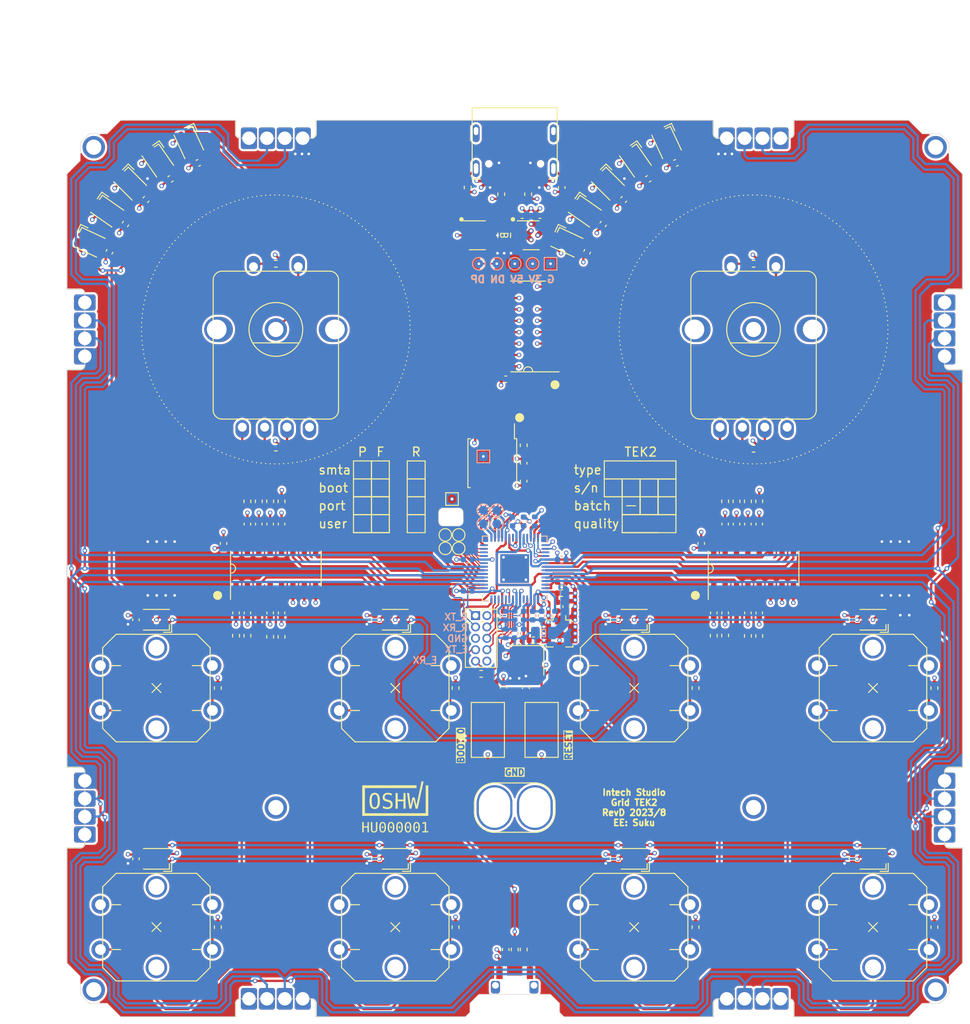
<source format=kicad_pcb>
(kicad_pcb (version 20221018) (generator pcbnew)
  (layers (0 "F.Cu" signal) (1 "In1.Cu" signal) (2 "In2.Cu" signal) (31 "B.Cu" signal) (34 "B.Paste" user) (35 "F.Paste" user) (36 "B.SilkS" user "B.Silkscreen") (37 "F.SilkS" user "F.Silkscreen") (38 "B.Mask" user) (39 "F.Mask" user) (44 "Edge.Cuts" user))
  (net 0 "")
  (net 1 "GND")
  (net 2 "/MCU/MAP_MODE")
  (net 3 "Net-(J701-In)")
  (net 4 "Net-(U704-XTAL_P)")
  (net 5 "Net-(U704-XTAL_N)")
  (net 6 "Net-(C759-Pad1)")
  (net 7 "/MCU/USB_DN")
  (net 8 "/MCU/USB_DP")
  (net 9 "VDD_SPI")
  (net 10 "/MCU/TMS")
  (net 11 "/MCU/TCK")
  (net 12 "/MCU/TDO")
  (net 13 "/MCU/GRID_SYNC_1")
  (net 14 "/MCU/GRID_WEST_TX")
  (net 15 "+5V")
  (net 16 "/MCU/GRID_WEST_RX")
  (net 17 "/MCU/GRID_SYNC_2")
  (net 18 "/MCU/GRID_SOUTH_TX")
  (net 19 "/MCU/GRID_NORTH_RX")
  (net 20 "/MCU/GRID_SOUTH_RX")
  (net 21 "/MCU/GRID_NORTH_TX")
  (net 22 "/MCU/GRID_EAST_RX")
  (net 23 "/MCU/GRID_EAST_TX")
  (net 24 "/MCU/LED_DATA_OUT")
  (net 25 "/UI_LED/LED_DATA_OUT")
  (net 26 "/MCU/TDI")
  (net 27 "/MCU/U0RXD")
  (net 28 "/MCU/U0TXD")
  (net 29 "/MCU/SPICS0")
  (net 30 "/ANA_0")
  (net 31 "/ANA_1")
  (net 32 "/ANA_4")
  (net 33 "/ANA_12")
  (net 34 "/ANA_13")
  (net 35 "/ANA_2")
  (net 36 "/ANA_6")
  (net 37 "/ANA_14")
  (net 38 "/ANA_15")
  (net 39 "/HWCFG/HWCFG_SHIFT")
  (net 40 "/HWCFG/HWCFG_CLOCK")
  (net 41 "/HWCFG/HWCFG_DATA")
  (net 42 "/MCU/RP_UART0_TX")
  (net 43 "/MCU/RP_UART0_RX")
  (net 44 "/MCU/RP_CLK")
  (net 45 "/MCU/RP_SWCLK")
  (net 46 "/MCU/RP_SWDIO")
  (net 47 "/MCU/RP_RUN")
  (net 48 "/MCU/RP_SPI0_RX")
  (net 49 "/MCU/RP_SPI0_CS")
  (net 50 "/MCU/RP_SPI0_SCK")
  (net 51 "/MCU/RP_SPI0_TX")
  (net 52 "Net-(J702-Pin_7)")
  (net 54 "Net-(J711-CC1)")
  (net 56 "Net-(J711-CC2)")
  (net 58 "Net-(J711-SHIELD-PadS2)")
  (net 64 "/MCU/RP_INTERRUPT")
  (net 65 "/MCU/SPIQ")
  (net 66 "/MCU/SPIWP")
  (net 67 "/MCU/SPID")
  (net 68 "/MCU/SPICLK")
  (net 69 "/MCU/SPIHD")
  (net 70 "/MCU/ESP_RESET")
  (net 71 "/MCU/ESP_BOOT0")
  (net 72 "/MCU/ESP_LNA")
  (net 73 "+1V1")
  (net 75 "unconnected-(M701-Pin_5-Pad5)")
  (net 76 "+3V3")
  (net 80 "ESP_GPIO_3")
  (net 81 "ESP_GPIO_2")
  (net 82 "ESP_GPIO_1")
  (net 83 "ESP_GPIO_4")
  (net 84 "ESP_GPIO_5")
  (net 85 "ESP_GPIO_16")
  (net 86 "ESP_GPIO_48")
  (net 87 "ESP_GPIO_47")
  (net 88 "ESP_GPIO_33")
  (net 89 "ESP_GPIO_34")
  (net 90 "ESP_GPIO_35")
  (net 91 "ESP_GPIO_36")
  (net 92 "ESP_GPIO_37")
  (net 93 "ESP_GPIO_45")
  (net 94 "ESP_GPIO_46")
  (net 95 "/ANA_8")
  (net 96 "/ANA_9")
  (net 97 "/ANA_10")
  (net 98 "/ANA_11")
  (net 99 "Net-(SW701-A)")
  (net 100 "Net-(U703-GPIO12)")
  (net 101 "Net-(U703-GPIO13)")
  (net 102 "Net-(U703-GPIO14)")
  (net 103 "Net-(U703-GPIO15)")
  (net 125 "Net-(C749-Pad1)")
  (net 126 "Net-(U707-EN)")
  (net 127 "Net-(D901-DOUT)")
  (net 128 "Net-(D902-DOUT)")
  (net 129 "Net-(D903-DOUT)")
  (net 130 "Net-(D904-DOUT)")
  (net 131 "Net-(D905-DOUT)")
  (net 132 "Net-(D906-DOUT)")
  (net 133 "Net-(D907-DOUT)")
  (net 134 "Net-(D908-DOUT)")
  (net 135 "Net-(D909-DOUT)")
  (net 136 "Net-(D910-DOUT)")
  (net 137 "Net-(D911-DOUT)")
  (net 138 "Net-(D912-DOUT)")
  (net 139 "Net-(U1001-X0)")
  (net 140 "Net-(U1001-X2)")
  (net 141 "Net-(U1001-X4)")
  (net 142 "Net-(U1001-X6)")
  (net 143 "Net-(U1001-X1)")
  (net 144 "Net-(U1001-X3)")
  (net 145 "Net-(U1001-X5)")
  (net 146 "Net-(U1001-X7)")
  (net 147 "Net-(U1002-X0)")
  (net 148 "Net-(U1002-X2)")
  (net 149 "Net-(U1002-X4)")
  (net 150 "Net-(U1002-X6)")
  (net 151 "Net-(U1002-X1)")
  (net 152 "Net-(U1002-X3)")
  (net 153 "Net-(U1002-X5)")
  (net 154 "Net-(U1002-X7)")
  (net 155 "Net-(R1017-Pad2)")
  (net 156 "Net-(R702-Pad2)")
  (net 157 "Net-(R703-Pad2)")
  (net 162 "Net-(R1025-Pad2)")
  (net 163 "Net-(D913-DOUT)")
  (net 164 "Net-(D914-DOUT)")
  (net 165 "Net-(D915-DOUT)")
  (net 166 "Net-(D916-DOUT)")
  (net 171 "Net-(D917-DOUT)")
  (net 172 "/ANA_3")
  (net 185 "Net-(R1048-Pad1)")
  (net 186 "Net-(R1047-Pad1)")
  (net 187 "Net-(R1044-Pad1)")
  (net 188 "Net-(R1043-Pad1)")
  (net 189 "Net-(R1040-Pad1)")
  (net 190 "Net-(R1039-Pad1)")
  (net 191 "Net-(R1036-Pad1)")
  (net 192 "Net-(R1035-Pad1)")
  (footprint "suku_basics:UI_WS2812C-2020" (layer "F.Cu") (at 59.995 132.385 180)
    (fp_text reference "D915" hide)
    (fp_text value "WS2812C-2020" hide)
  )
  (footprint "suku_basics:UI_WS2812C-2020" (layer "F.Cu") (at 113.335 132.385 180)
    (fp_text reference "D917" hide)
    (fp_text value "WS2812C-2020" hide)
  )
  (footprint "suku_basics:UI_WS2812C-2020" (layer "F.Cu") (at 86.665 132.385 180)
    (fp_text reference "D916" hide)
    (fp_text value "WS2812C-2020" hide)
  )
  (footprint "suku_basics:UI_WS2812C-2020" (layer "F.Cu") (at 140.005 132.385 180)
    (fp_text reference "D918" hide)
    (fp_text value "WS2812C-2020" hide)
  )
  (footprint "suku_basics:CAP_0402" (layer "F.Cu") (at 99 142.5 -90)
    (fp_text reference "C757" hide)
    (fp_text value "100n" hide)
  )
  (footprint "suku_basics:CAP_0402" (layer "F.Cu") (at 111.049 132.385 -90)
    (fp_text reference "C917" hide)
    (fp_text value "100n" hide)
  )
  (footprint "suku_basics:CAP_0402" (layer "F.Cu") (at 72.695 95.047 90)
    (fp_text reference "C1001" hide)
    (fp_text value "100n" hide)
  )
  (footprint "suku_basics:CAP_0402" (layer "F.Cu") (at 70.155 95.047 90)
    (fp_text reference "C1002" hide)
    (fp_text value "100n" hide)
  )
  (footprint "suku_basics:CAP_0402" (layer "F.Cu") (at 71.425 95.047 90)
    (fp_text reference "C1005" hide)
    (fp_text value "100n" hide)
  )
  (footprint "suku_basics:CAP_0402" (layer "F.Cu") (at 73.965 95.047 90)
    (fp_text reference "C1006" hide)
    (fp_text value "100n" hide)
  )
  (footprint "suku_basics:J_INTERFACE_SPRINGPATTERN" (layer "F.Cu") (at 50 73.33 90)
    (fp_text reference "J703" hide)
    (fp_text value "AFB10-S08LCA-00")
  )
  (footprint "suku_basics:J_INTERFACE_SPRINGPATTERN" (layer "F.Cu") (at 50 126.67 90)
    (fp_text reference "J704" hide)
    (fp_text value "AFB10-S08LCA-00")
  )
  (footprint "suku_basics:J_INTERFACE_SPRINGPATTERN" (layer "F.Cu") (at 73.33 150 180)
    (fp_text reference "J706" hide)
    (fp_text value "AFB10-S08LCA-00")
  )
  (footprint "suku_basics:J_INTERFACE_SPRINGPATTERN" (layer "F.Cu") (at 73.33 50)
    (fp_text reference "J705" hide)
    (fp_text value "AFB10-S08LCA-00")
  )
  (footprint "suku_basics:J_INTERFACE_SPRINGPATTERN" (layer "F.Cu") (at 126.67 150 180)
    (fp_text reference "J708" hide)
    (fp_text value "AFB10-S08LCA-00")
  )
  (footprint "suku_basics:J_INTERFACE_SPRINGPATTERN" (layer "F.Cu") (at 126.67 50)
    (fp_text reference "J707" hide)
    (fp_text value "AFB10-S08LCA-00")
  )
  (footprint "suku_basics:J_INTERFACE_SPRINGPATTERN" (layer "F.Cu") (at 150 73.33 -90)
    (fp_text reference "J709" hide)
    (fp_text value "AFB10-S08LCA-00")
  )
  (footprint "suku_basics:RES_0402" (layer "F.Cu") (at 66.853 140.005 90)
    (fp_text reference "R1036" hide)
    (fp_text value "5k1" hide)
  )
  (footprint "suku_basics:RES_0402" (layer "F.Cu") (at 93.396 140.005 90)
    (fp_text reference "R1040" hide)
    (fp_text value "5k1" hide)
  )
  (footprint "suku_basics:RES_0402" (layer "F.Cu") (at 120.193 140.005 90)
    (fp_text reference "R1044" hide)
    (fp_text value "5k1" hide)
  )
  (footprint "suku_basics:RES_0402" (layer "F.Cu") (at 146.863 140.005 90)
    (fp_text reference "R1048" hide)
    (fp_text value "5k1" hide)
  )
  (footprint "suku_basics:RES_0402" (layer "F.Cu") (at 71.425 92.507 90)
    (fp_text reference "R1001" hide)
    (fp_text value "1k" hide)
  )
  (footprint "suku_basics:RES_0402" (layer "F.Cu") (at 70.155 92.507 90)
    (fp_text reference "R1002" hide)
    (fp_text value "1k" hide)
  )
  (footprint "suku_basics:RES_0402" (layer "F.Cu") (at 72.695 92.507 90)
    (fp_text reference "R1005" hide)
    (fp_text value "1k" hide)
  )
  (footprint "suku_basics:RES_0402" (layer "F.Cu") (at 73.965 92.507 90)
    (fp_text reference "R1006" hide)
    (fp_text value "1k" hide)
  )
  (footprint "suku_basics:RES_0402" (layer "F.Cu") (at 101 142.5 90)
    (fp_text reference "R736" hide)
    (fp_text value "1k" hide)
  )
  (footprint "suku_basics:UI_ENDLESSPOTSW_ALPHA" (layer "F.Cu") (at 126.67 73.33)
    (fp_text reference "UI1009" hide)
    (fp_text value "P090S-04F20BR10K (NF)")
  )
  (footprint "suku_basics:UI_BUTTON_OMRON" (layer "F.Cu") (at 86.665 140.005 180)
    (fp_text reference "UI1024" hide)
    (fp_text value "B3F-4050 (NF)" hide)
  )
  (footprint "suku_basics:UI_BUTTON_OMRON" (layer "F.Cu") (at 113.335 140.005 180)
    (fp_text reference "UI1028" hide)
    (fp_text value "B3F-4050 (NF)" hide)
  )
  (footprint "suku_basics:UI_BUTTON_OMRON" (layer "F.Cu") (at 140.005 140.005 180)
    (fp_text reference "UI1032" hide)
    (fp_text value "B3F-4050 (NF)" hide)
  )
  (footprint "suku_basics:CAP_0402" (layer "F.Cu") (at 57.709 132.385 -90)
    (fp_text reference "C915" hide)
    (fp_text value "100n" hide)
  )
  (footprint "suku_basics:CAP_0402" (layer "F.Cu") (at 84.379 132.385 -90)
    (fp_text reference "C916" hide)
    (fp_text value "100n" hide)
  )
  (footprint "suku_basics:CAP_0402" (layer "F.Cu") (at 137.719 132.385 -90)
    (fp_text reference "C918" hide)
    (fp_text value "100n" hide)
  )
  (footprint "suku_basics:J_INTERFACE_SPRINGPATTERN" (layer "F.Cu") (at 150 126.67 -90)
    (fp_text reference "J710" hide)
    (fp_text value "AFB10-S08LCA-00")
  )
  (footprint "suku_basics:UI_BUTTON_OMRON" (layer "F.Cu") (at 59.995 140.005 180)
    (fp_text reference "UI1020" hide)
    (fp_text value "B3F-4050 (NF)" hide)
  )
  (footprint "suku_basics:RES_0402" (layer "F.Cu") (at 124.765 92.507 90)
    (fp_text reference "R1009" hide)
    (fp_text value "1k" hide)
  )
  (footprint "suku_basics:RES_0402" (layer "F.Cu") (at 123.495 92.507 90)
    (fp_text reference "R1010" hide)
    (fp_text value "1k" hide)
  )
  (footprint "suku_basics:RES_0402" (layer "F.Cu") (at 127.305 92.507 90)
    (fp_text reference "R1014" hide)
    (fp_text value "1k" hide)
  )
  (footprint "suku_basics:SOIC-16_74HC4051" (layer "F.Cu") (at 126.67 100 90)
    (fp_text reference "U1002" hide)
    (fp_text value "74HC4051" hide)
  )
  (footprint "suku_basics:CAP_0402" (layer "F.Cu") (at 126.035 95.047 90)
    (fp_text reference "C1010" hide)
    (fp_text value "100n" hide)
  )
  (footprint "suku_basics:CAP_0402" (layer "F.Cu") (at 123.495 95.047 90)
    (fp_text reference "C1011" hide)
    (fp_text value "100n" hide)
  )
  (footprint "suku_basics:CAP_0402" (layer "F.Cu") (at 124.765 95.047 90)
    (fp_text reference "C1014" hide)
    (fp_text value "100n" hide)
  )
  (footprint "suku_basics:CAP_0402" (layer "F.Cu") (at 127.305 95.047 90)
    (fp_text reference "C1015" hide)
    (fp_text value "100n" hide)
  )
  (footprint "suku_basics:SOIC-16_74HC4051" (layer "F.Cu") (at 73.33 100 90)
    (fp_text reference "U1001" hide)
    (fp_text value "74HC4051" hide)
  )
  (footprint "suku_basics:UI_ENDLESSPOTSW_ALPHA" (layer "F.Cu") (at 73.33 73.33)
    (fp_text reference "UI1001" hide)
    (fp_text value "P090S-04F20BR10K (NF)")
  )
  (footprint "suku_basics:RES_0402" (layer "F.Cu") (at 68.885 107.493 -90)
    (fp_text reference "R1003" hide)
    (fp_text value "1k" hide)
  )
  (footprint "suku_basics:RES_0402" (layer "F.Cu") (at 70.155 107.493 -90)
    (fp_text reference "R1004" hide)
    (fp_text value "1k" hide)
  )
  (footprint "suku_basics:RES_0402" (layer "F.Cu") (at 73.965 107.62 -90)
    (fp_text reference "R1007" hide)
    (fp_text value "1k" hide)
  )
  (footprint "suku_basics:RES_0402" (layer "F.Cu") (at 72.695 107.62 -90)
    (fp_text reference "R1008" hide)
    (fp_text value "1k" hide)
  )
  (footprint "suku_basics:CAP_0402" (layer "F.Cu") (at 68.885 104.953 -90)
    (fp_text reference "C1003" hide)
    (fp_text value "100n" hide)
  )
  (footprint "suku_basics:CAP_0402" (layer "F.Cu") (at 70.155 104.953 -90)
    (fp_text reference "C1004" hide)
    (fp_text value "100n" hide)
  )
  (footprint "suku_basics:CAP_0402" (layer "F.Cu") (at 73.965 104.953 -90)
    (fp_text reference "C1007" hide)
    (fp_text value "100n" hide)
  )
  (footprint "suku_basics:CAP_0402" (layer "F.Cu") (at 72.695 104.953 -90)
    (fp_text reference "C1008" hide)
    (fp_text value "100n" hide)
  )
  (footprint "suku_basics:RES_0402" (layer "F.Cu") (at 126.035 92.507 90)
    (fp_text reference "R1013" hide)
    (fp_text value "1k" hide)
  )
  (footprint "suku_basics:CAP_0402" (layer "F.Cu") (at 122.225 104.953 -90)
    (fp_text reference "C1012" hide)
    (fp_text value "100n" hide)
  )
  (footprint "suku_basics:CAP_0402" (layer "F.Cu") (at 123.495 104.953 -90)
    (fp_text reference "C1013" hide)
    (fp_text value "100n" hide)
  )
  (footprint "suku_basics:CAP_0402" (layer "F.Cu") (at 127.305 104.953 -90)
    (fp_text reference "C1016" hide)
    (fp_text value "100n" hide)
  )
  (footprint "suku_basics:CAP_0402" (layer "F.Cu") (at 126.035 104.953 -90)
    (fp_text reference "C1017" hide)
    (fp_text value "100n" hide)
  )
  (footprint "suku_basics:RES_0402" (layer "F.Cu") (at 122.225 107.493 -90)
    (fp_text reference "R1011" hide)
    (fp_text value "1k" hide)
  )
  (footprint "suku_basics:RES_0402" (layer "F.Cu") (at 123.495 107.4676 -90)
    (fp_text reference "R1012" hide)
    (fp_text value "1k" hide)
  )
  (footprint "suku_basics:RES_0402" (layer "F.Cu") (at 127.305 107.5184 -90)
    (fp_text reference "R1015" hide)
    (fp_text value "1k" hide)
  )
  (footprint "suku_basics:RES_0402" (layer "F.Cu") (at 126.035 107.5184 -90)
    (fp_text reference "R1016" hide)
    (fp_text value "1k" hide)
  )
  (footprint "suku_basics:SOIC-8W_FLASH" (layer "F.Cu") (at 97.5 88.25 -90)
    (fp_text reference "U705" hide)
    (fp_text value "W25Q64JVSSIQ" hide)
  )
  (footprint "suku_basics:CAP_0402" (layer "F.Cu") (at 99 78.8875 180)
    (fp_text reference "C801" hide)
    (fp_text value "100n" hide)
  )
  (footprint "suku_basics:CAP_0402" (layer "F.Cu") (at 120.828 97.206 -90)
    (fp_text reference "C1018" hide)
    (fp_text value "100n" hide)
  )
  (footprint "suku_basics:CAP_0402" (layer "F.Cu") (at 67.488 97.206 -90)
    (fp_text reference "C1009" hide)
    (fp_text value "100n" hide)
  )
  (footprint "suku_basics:SW_HYP_MAPMODE" (layer "F.Cu") (at 100 146.2 180)
    (fp_text reference "SW701" hide)
    (fp_text value "C255807" hide)
  )
  (footprint "suku_basics:SOIC-16_74HC165" (layer "F.Cu") (at 101.5 73 180)
    (fp_text reference "U801" hide)
    (fp_text value "74HC165" hide)
  )
  (footprint "suku_basics:CAP_0402" (layer "F.Cu") (at 101 90.25 -90)
    (fp_text reference "C756" hide)
    (fp_text value "100n" hide)
  )
  (footprint "suku_basics:USB_C_Korean_Hroparts_TYPE-C-31-M-12" (layer "F.Cu") (at 100 53.4 180)
    (fp_text reference "J711" hide)
    (fp_text value "USB_C_TYPE-C-32-M-12" hide)
  )
  (footprint "suku_basics:SOT-23-6" (layer "F.Cu") (at 95.83 62.83 180)
    (fp_text reference "U706" hide)
    (fp_text value "SESRV05-4" hide)
  )
  (footprint "suku_basics:CAP_0402" (layer "F.Cu") (at 84.379 105.715 -90)
    (fp_text reference "C912" hide)
    (fp_text value "100n")
  )
  (footprint "suku_basics:FERRIT_0805" (layer "F.Cu") (at 98.83 62.83 -90)
    (fp_text reference "L703" hide)
    (fp_text value "GZ2012D601TF" hide)
  )
  (footprint "suku_basics:CAP_0402" (layer "F.Cu") (at 102 105.25 -90)
    (fp_text reference "C753" hide)
    (fp_text value "10n" hide)
  )
  (footprint "Button_Switch_SMD:SW_SPST_CK_RS282G05A3" (layer "F.Cu") (at 97 118 90)
    (fp_text reference "SW703" hide)
    (fp_text value "C2905169" hide)
  )
  (footprint "suku_basics:RES_0402" (layer "F.Cu") (at 101 86.25 90)
    (fp_text reference "R734" hide)
    (fp_text value "5k1" hide)
  )
  (footprint "Crystal:Crystal_SMD_Abracon_ABM8G-4Pin_3.2x2.5mm" (layer "F.Cu") (at 101.25 110.25 180)
    (fp_text reference "Y701" hide)
    (fp_text value "ESP32_XTAL" hide)
  )
  (footprint "suku_basics:UI_BUTTON_OMRON" (layer "F.Cu") (at 140.005 113.335 180)
    (fp_text reference "UI1031" hide)
    (fp_text value "B3F-4050 (NF)")
  )
  (footprint "suku_basics:CAP_0402" (layer "F.Cu") (at 54.75069 64.666326 65)
    (fp_text reference "C901" hide)
    (fp_text value "100n")
  )
  (footprint "suku_basics:RES_0402" (layer "F.Cu") (at 101.25 113.25 -90)
    (fp_text reference "R735" hide)
    (fp_text value "5k1")
  )
  (footprint "suku_basics:UI_WS2812C-2020" (layer "F.Cu") (at 116.94978 52.484921 -65)
    (fp_text reference "D910" hide)
    (fp_text value "WS2812C-2020")
  )
  (footprint "suku_basics:CAP_0402" (layer "F.Cu") (at 100.35 108 180)
    (fp_text reference "C750" hide)
    (fp_text value "10p" hide)
  )
  (footprint "suku_basics:CAP_0402" (layer "F.Cu") (at 98.75 105.25 -90)
    (fp_text reference "C752" hide)
    (fp_text value "100n" hide)
  )
  (footprint "suku_basics:UI_BUTTON_OMRON" (layer "F.Cu") (at 59.995 113.335 180)
    (fp_text reference "UI1019" hide)
    (fp_text value "B3F-4050 (NF)")
  )
  (footprint "suku_basics:CAP_0402" (layer "F.Cu") (at 137.719 105.715 -90)
    (fp_text reference "C914" hide)
    (fp_text value "100n")
  )
  (footprint "suku_basics:UI_WS2812C-2020" (layer "F.Cu") (at 59.995 105.715 180)
    (fp_text reference "D911" hide)
    (fp_text value "WS2812C-2020")
  )
  (footprint "suku_basics:CAP_0402" (layer "F.Cu") (at 61.571683 56.537383 35)
    (fp_text reference "C904" hide)
    (fp_text value "100n")
  )
  (footprint "suku_basics:OscilloscopeGround" (layer "F.Cu") (at 100 126.67)
    (fp_text reference "J799" hide)
    (fp_text value "Conn_01x02")
  )
  (footprint "suku_basics:CAP_0402" (layer "F.Cu") (at 57.709 105.715 -90)
    (fp_text reference "C911" hide)
    (fp_text value "100n")
  )
  (footprint "suku_basics:CAP_0402" (layer "F.Cu") (at 102.83 60.58)
    (fp_text reference "C761" hide)
    (fp_text value "1u" hide)
  )
  (footprint "suku_basics:CAP_0402" (layer "F.Cu") (at 105.25 102.75)
    (fp_text reference "C742" hide)
    (fp_text value "1p8" hide)
  )
  (footprint "suku_basics:RES_0402" (layer "F.Cu") (at 146.863 113.335 90)
    (fp_text reference "R1047" hide)
    (fp_text value "5k1")
  )
  (footprint "TestPoint:TestPoint_Pad_1.0x1.0mm" (layer "F.Cu") (at 93 92.25)
    (fp_text reference "TP710" hide)
    (fp_text value "TestPoint")
  )
  (footprint "suku_basics:CAP_0402" (layer "F.Cu") (at 101 94.75 90)
    (fp_text reference "C751" hide)
    (fp_text value "100n" hide)
  )
  (footprint "suku_basics:CAP_0402" (layer "F.Cu") (at 105.25 57.5 -90)
    (fp_text reference "C759" hide)
    (fp_text value "4n7" hide)
  )
  (footprint "suku_basics:CAP_0402" (layer "F.Cu") (at 98.75 113.25 90)
    (fp_text reference "C758" hide)
    (fp_text value "1u")
  )
  (footprint "suku_basics:RES_0402" (layer "F.Cu") (at 126.67 66 180)
    (fp_text reference "R703" hide)
    (fp_text value "5k1")
  )
  (footprint "suku_basics:CAP_0402" (layer "F.Cu") (at 105.75 104.25 90)
    (fp_text reference "C739" hide)
    (fp_text value "3p9" hide)
  )
  (footprint "suku_basics:CAP_0402" (layer "F.Cu") (at 109.877383 61.571683 55)
    (fp_text reference "C907" hide)
    (fp_text value "100n")
  )
  (footprint "suku_basics:CAP_0402" (layer "F.Cu") (at 101 88.25 90)
    (fp_text reference "C755" hide)
    (fp_text value "1u" hide)
  )
  (footprint "suku_basics:UI_WS2812C-2020" (layer "F.Cu") (at 52.484921 63.60978 -25)
    (fp_text reference "D901" hide)
    (fp_text value "WS2812C-2020")
  )
  (footprint "suku_basics:UI_WS2812C-2020" (layer "F.Cu") (at 57.066544 57.066544 -45)
    (fp_text reference "D903" hide)
    (fp_text value "WS2812C-2020")
  )
  (footprint "suku_basics:UI_WS2812C-2020" (layer "F.Cu") (at 110.406544 57.066544 -45)
    (fp_text reference "D908" hide)
    (fp_text value "WS2812C-2020")
  )
  (footprint "suku_basics:CAP_0402" (layer "F.Cu") (at 100.83 60.58)
    (fp_text reference "C760" hide)
    (fp_text value "1u" hide)
  )
  (footprint "suku_basics:UI_BUTTON_OMRON" (layer "F.Cu") (at 86.665 113.335 180)
    (fp_text reference "UI1023" hide)
    (fp_text value "B3F-4050 (NF)")
  )
  (footprint "suku_basics:CAP_0402" (layer "F.Cu") (at 105.25 101.5)
    (fp_text reference "C749" hide)
    (fp_text value "100n" hide)
  )
  (footprint "suku_basics:RES_0402" (layer "F.Cu") (at 100 142.5 90)
    (fp_text reference "R701" hide)
    (fp_text value "5k1")
  )
  (footprint "suku_basics:QFN-56-1EP_7x7mm_P0.4mm_EP3.2x3.2mm" (layer "F.Cu") (at 100 100 180)
    (fp_text reference "U704" hide)
    (fp_text value "ESP32-S3FN8" hide)
  )
  (footprint "suku_basics:CAP_0402" (layer "F.Cu") (at 108.09069 64.666326 65)
    (fp_text reference "C906" hide)
    (fp_text value "100n")
  )
  (footprint "suku_basics:RES_0402" (layer "F.Cu") (at 101.5 58.25 -90)
    (fp_text reference "R738" hide)
    (fp_text value "5k1" hide)
  )
  (footprint "suku_basics:grid_outline" (layer "F.Cu") (at 100 100)
    (fp_text reference "M701" hide)
    (fp_text value "(NF)" hide)
  )
  (footprint "suku_basics:RES_0402" (layer "F.Cu") (at 98.5 58.25 -90)
    (fp_text reference "R739" hide)
    (fp_text value "5k1" hide)
  )
  (footprint "suku_basics:UI_WS2812C-2020" (layer "F.Cu") (at 63.60978 52.484921 -65)
    (fp_text reference "D905" hide)
    (fp_text value "WS2812C-2020")
  )
  (footprint "suku_basics:UI_WS2812C-2020" (layer "F.Cu") (at 105.824921 63.60978 -25)
    (fp_text reference "D906" hide)
    (fp_text value "WS2812C-2020")
  )
  (footprint "suku_basics:UI_BUTTON_OMRON" (layer "F.Cu") (at 113.335 113.335 180)
    (fp_text reference "UI1027" hide)
    (fp_text value "B3F-4050 (NF)")
  )
  (footprint "suku_basics:RES_0402" (layer "F.Cu") (at 126.67 86.63 180)
    (fp_text reference "R1025" hide)
    (fp_text value "470R")
  )
  (footprint "suku_basics:CAP_0402" (layer "F.Cu") (at 58.834311 58.834311 45)
    (fp_text reference "C903" hide)
    (fp_text value "100n")
  )
  (footprint "TestPoint:TestPoint_Pad_D1.0mm" (layer "F.Cu") (at 93.75 96.25)
    (fp_text reference "TP706" hide)
    (fp_text value "TestPoint")
  )
  (footprint "suku_basics:CAP_0402" (layer "F.Cu") (at 114.911683 56.537383 35)
    (fp_text reference "C909" hide)
    (fp_text value "100n")
  )
  (footprint "Connector_PinHeader_1.27mm:PinHeader_2x05_P1.27mm_Vertical" (layer "F.Cu") (at 95.625 105.25)
    (fp_text reference "J702" hide)
    (fp_text value "(NF)" hide)
  )
  (footprint "suku_basics:CAP_0402" (layer "F.Cu") (at 56.537383 61.571683 55)
    (fp_text reference "C902" hide)
    (fp_text value "100n")
  )
  (footprint "suku_basics:SOT-23-5" (layer "F.Cu") (at 101.83 62.83 180)
    (fp_text reference "U707" hide)
    (fp_text value "LN1134A332MR-G" hide)
  )
  (footprint "suku_basics:UI_WS2812C-2020" (layer "F.Cu") (at 140.005 105.715 180)
    (fp_text reference "D914" hide)
    (fp_text value "WS2812C-2020")
  )
  (footprint "Button_Switch_SMD:SW_SPST_CK_RS282G05A3" (layer "F.Cu") (at 103 118 90)
    (fp_text reference "SW702" hide)
    (fp_text value "C2905169" hide)
  )
  (footprint "suku_basics:UI_WS2812C-2020" (layer "F.Cu") (at 113.335 105.715 180)
    (fp_text reference "D913" hide)
    (fp_text value "WS2812C-2020")
  )
  (footprint "suku_basics:RES_0402" (layer "F.Cu") (at 120.193 113.335 90)
    (fp_text reference "R1043" hide)
    (fp_text value "5k1")
  )
  (footprint "suku_basics:UI_WS2812C-2020" (layer "F.Cu") (at 113.477742 54.489503 -55)
    (fp_text reference "D909" hide)
    (fp_text value "WS2812C-2020")
  )
  (footprint "suku_basics:RES_0402" (layer "F.Cu") (at 94.75 57.5 -90)
    (fp_text reference "R737" hide)
    (fp_text value "1M" hide)
  )
  (footprint "TestPoint:TestPoint_Pad_D1.0mm" (layer "F.Cu") (at 92.25 96.25)
    (fp_text reference "TP708" hide)
    (fp_text value "TestPoint")
  )
  (footprint "suku_basics:UI_WS2812C-2020" (layer "F.Cu") (at 54.489503 60.137742 -35)
    (fp_text reference "D902" hide)
    (fp_text value "WS2812C-2020")
  )
  (footprint "TestPoint:TestPoint_Pad_D1.0mm" (layer "F.Cu") (at 92.25 97.75)
    (fp_text reference "TP709" hide)
    (fp_text value "TestPoint")
  )
  (footprint "suku_basics:RES_0402" (layer "F.Cu") (at 93.396 113.335 90)
    (fp_text reference "R1039" hide)
    (fp_text value "5k1")
  )
  (footprint "TestPoint:TestPoint_Pad_D1.0mm" (layer "F.Cu") (at 93.75 97.75)
    (fp_text reference "TP707" hide)
    (fp_text value "TestPoint")
  )
  (footprint "Connector_Coaxial:U.FL_Molex_MCRF_73412-0110_Vertical" (layer "F.Cu") (at 105 107.25 180)
    (fp_text reference "J701" hide)
    (fp_text value "Conn_Coaxial" hide)
  )
  (footprint "suku_basics:IND_0402" (layer "F.Cu") (at 104.75 104.25 90)
    (fp_text reference "L701" hide)
    (fp_text value "1n8" hide)
  )
  (footprint "suku_basics:RES_0402" (layer "F.Cu") (at 66.853 113.335 90)
    (fp_text reference "R1035" hide)
    (fp_text value "5k1")
  )
  (footprint "suku_basics:CAP_0402" (layer "F.Cu") (at 112.174311 58.834311 45)
    (fp_text reference "C908" hide)
    (fp_text value "100n")
  )
  (footprint "suku_basics:UI_WS2812C-2020" (layer "F.Cu") (at 107.829503 60.137742 -35)
    (fp_text reference "D907" hide)
    (fp_text value "WS2812C-2020")
  )
  (footprint "suku_basics:UI_WS2812C-2020" (layer "F.Cu") (at 86.665 105.715 180)
    (fp_text reference "D912" hide)
    (fp_text value "WS2812C-2020")
  )
  (footprint "suku_basics:RES_0402" (layer "F.Cu") (at 73.33 86.5 180)
    (fp_text reference "R1017" hide)
    (fp_text value "470R")
  )
  (footprint "suku_basics:CAP_0402" (layer "F.Cu") (at 111.049 105.715 -90)
    (fp_text reference "C913" hide)
    (fp_text value "100n")
  )
  (footprint "suku_basics:CAP_0402" (layer "F.Cu") (at 102.1 108)
    (fp_text reference "C748" hide)
    (fp_text value "10p" hide)
  )
  (footprint "suku_basics:CAP_0402" (layer "F.Cu") (at 64.666326 54.75069 25)
    (fp_text reference "C905" hide)
    (fp_text value "100n")
  )
  (footprint "suku_basics:CAP_0402" (layer "F.Cu") (at 103 105.25 -90)
    (fp_text reference "C754" hide)
    (fp_text value "1u" hide)
  )
  (footprint "suku_basics:UI_WS2812C-2020" (layer "F.Cu") (at 60.137742 54.489503 -55)
    (fp_text reference "D904" hide)
    (fp_text value "WS2812C-2020")
  )
  (footprint "suku_basics:RES_0402" (layer "F.Cu") (at 96.25 111.75)
    (fp_text reference "R733" hide)
    (fp_text value "1k" hide)
  )
  (footprint "suku_basics:OSHWA" (layer "F.Cu") (at 86.665 126.67)
    (fp_text reference "LOGO701" hide)
    (fp_text value "OSHWA" hide)
  )
  (footprint "suku_basics:CAP_0402" (layer "F.Cu") (at 118.006326 54.75069 25)
    (fp_text reference "C910" hide)
    (fp_text value "100n")
  )
  (footprint "suku_basics:RES_0402" (layer "F.Cu") (at 73.33 66 180)
    (fp_text reference "R702" hide)
    (fp_text value "5k1")
  )
  (footprint "TestPoint:TestPoint_Pad_1.0x1.0mm" (layer "B.Cu") (at 104 66 180)
    (fp_text reference "TP711" hide)
    (fp_text value "GND" hide)
  )
  (footprint "TestPoint:TestPoint_Pad_D1.0mm" (layer "B.Cu") (at 100 66 180)
    (fp_text reference "TP712" hide)
    (fp_text value "VB" hide)
  )
  (footprint "TestPoint:TestPoint_Pad_D1.0mm" (layer "B.Cu") (at 98 66)
    (fp_text reference "TP713" hide)
    (fp_text value "D-" hide)
  )
  (footprint "TestPoint:TestPoint_Pad_D1.0mm" (layer "B.Cu") (at 96 66)
    (fp_text reference "TP714" hide)
    (fp_text value "D+" hide)
  )
  (footprint "suku_basics:FERRIT_0805" (layer "B.Cu") (at 103.25 107.2 180)
    (fp_text reference "L702" hide)
    (fp_text value "GZ2012D601TF" hide)
  )
  (footprint "suku_basics:CAP_0402" (layer "B.Cu") (at 103 105.25 -90)
    (fp_text reference "C741" hide)
    (fp_text value "100n" hide)
  )
  (footprint "suku_basics:CAP_0402" (layer "B.Cu") (at 100 105.25 -90)
    (fp_text reference "C745" hide)
    (fp_text value "100n" hide)
  )
  (footprint "suku_basics:RP2040_QFN-56-1EP_7x7mm_P0.4mm_EP3.2x3.2mm" (layer "B.Cu") (at 100 100 90)
    (fp_text reference "U703" hide)
    (fp_text value "RP2040" hide)
  )
  (footprint "suku_basics:CAP_0402" (layer "B.Cu") (at 94.75 99 180)
    (fp_text reference "C736" hide)
    (fp_text value "100n" hide)
  )
  (footprint "TestPoint:TestPoint_Pad_1.0x1.0mm" (layer "B.Cu") (at 96.5 87.5 180)
    (fp_text reference "TP705" hide)
    (fp_text value "TestPoint")
  )
  (footprint "TestPoint:TestPoint_Pad_D1.0mm" (layer "B.Cu") (at 98 95 180)
    (fp_text reference "TP703" hide)
    (fp_text value "TestPoint" hide)
  )
  (footprint "suku_basics:CAP_0402" (layer "B.Cu") (at 99 105.25 -90)
    (fp_text reference "C744" hide)
    (fp_text value "100n" hide)
  )
  (footprint "suku_basics:CAP_0402" (layer "B.Cu") (at 100 107.25 90)
    (fp_text reference "C746" hide)
    (fp_text value "1u" hide)
  )
  (footprint "TestPoint:TestPoint_Pad_D1.0mm" (layer "B.Cu") (at 102 66)
    (fp_text reference "TP715" hide)
    (fp_text value "UI" hide)
  )
  (footprint "suku_basics:CAP_0402" (layer "B.Cu") (at 99 107.25 90)
    (fp_text reference "C743" hide)
    (fp_text value "10u" hide)
  )
  (footprint "suku_basics:CAP_0402" (layer "B.Cu") (at 101 105.25 -90)
    (fp_text reference "C733" hide)
    (fp_text value "1u" hide)
  )
  (footprint "TestPoint:TestPoint_Pad_D1.0mm" (layer "B.Cu") (at 96.5 95 180)
    (fp_text reference "TP701" hide)
    (fp_text value "TestPoint" hide)
  )
  (footprint "suku_basics:CAP_0402" (layer "B.Cu") (at 99.75 94.75 90)
    (fp_text reference "C737" hide)
    (fp_text value "100n" hide)
  )
  (footprint "suku_basics:CAP_0402" (layer "B.Cu") (at 104.5 105.25 -90)
    (fp_text reference "C740" hide)
    (fp_text value "100n" hide)
  )
  (footprint "TestPoint:TestPoint_Pad_D1.0mm" (layer "B.Cu") (at 98 93.5 180)
    (fp_text reference "TP704" hide)
    (fp_text value "TestPoint" hide)
  )
  (footprint "TestPoint:TestPoint_Pad_D1.0mm" (layer "B.Cu") (at 96.5 93.5 180)
    (fp_text reference "TP702" hide)
    (fp_text value "TestPoint" hide)
  )
  (footprint "suku_basics:CAP_0402" (layer "B.Cu") (at 105.25 99)
    (fp_text reference "C738" hide)
    (fp_text value "100n" hide)
  )
  (footprint "suku_basics:CAP_0402" (layer "B.Cu") (at 102 105.25 -90)
    (fp_text reference "C734" hide)
    (fp_text value "1u" hide)
  )
  (footprint "suku_basics:CAP_0402" (layer "B.Cu") (at 101 94.75 90)
    (fp_text reference "C731" hide)
    (fp_text value "100n" hide)
  )
  (footprint "suku_basics:RES_0402" (layer "B.Cu") (at 102.25 94.75 -90)
    (fp_text reference "R729" hide)
    (fp_text value "5k1" hide)
  )
  (footprint "suku_basics:CAP_0402" (layer "B.Cu") (at 98 105.25 -90)
    (fp_text reference "C732" hide)
    (fp_text value "100n" hide)
  )
  (footprint "suku_basics:CAP_0402" (layer "B.Cu") (at 101 107.25 90)
    (fp_text reference "C747" hide)
    (fp_text value "100n" hide)
  )
  (footprint "suku_basics:CAP_0402" (layer "B.Cu") (at 94.75 102.5 180)
    (fp_text reference "C735" hide)
    (fp_text value "100n" hide)
  )
  (gr_line (start 86 88) (end 84 88) (stroke (width 0.12)) (layer "F.SilkS"))
  (gr_line (start 84 90) (end 84 88) (stroke (width 0.12)) (layer "F.SilkS"))
  (gr_line (start 82 92) (end 84 92) (stroke (width 0.12)) (layer "F.SilkS"))
  (gr_line (start 82 88) (end 82 90) (stroke (width 0.12)) (layer "F.SilkS"))
  (gr_line (start 84 88) (end 82 88) (stroke (width 0.12)) (layer "F.SilkS"))
  (gr_line (start 84 88) (end 84 90) (stroke (width 0.12)) (layer "F.SilkS"))
  (gr_line (start 84 92) (end 86 92) (stroke (width 0.12)) (layer "F.SilkS"))
  (gr_line (start 86 90) (end 86 88) (stroke (width 0.12)) (layer "F.SilkS"))
  (gr_line (start 90 88) (end 88 88) (stroke (width 0.12)) (layer "F.SilkS"))
  (gr_line (start 88 88) (end 88 90) (stroke (width 0.12)) (layer "F.SilkS"))
  (gr_line (start 90 90) (end 90 88) (stroke (width 0.12)) (layer "F.SilkS"))
  (gr_line (start 86 92) (end 86 94) (stroke (width 0.12)) (layer "F.SilkS"))
  (gr_line (start 86 94) (end 86 92) (stroke (width 0.12)) (layer "F.SilkS"))
  (gr_line (start 84 92) (end 82 92) (stroke (width 0.12)) (layer "F.SilkS"))
  (gr_line (start 82 92) (end 82 94) (stroke (width 0.12)) (layer "F.SilkS"))
  (gr_line (start 82 94) (end 84 94) (stroke (width 0.12)) (layer "F.SilkS"))
  (gr_line (start 84 94) (end 84 92) (stroke (width 0.12)) (layer "F.SilkS"))
  (gr_line (start 86 92) (end 84 92) (stroke (width 0.12)) (layer "F.SilkS"))
  (gr_line (start 86 94) (end 86 96) (stroke (width 0.12)) (layer "F.SilkS"))
  (gr_line (start 86 96) (end 86 94) (stroke (width 0.12)) (layer "F.SilkS"))
  (gr_line (start 84 96) (end 86 96) (stroke (width 0.12)) (layer "F.SilkS"))
  (gr_line (start 84 94) (end 84 96) (stroke (width 0.12)) (layer "F.SilkS"))
  (gr_line (start 84 94) (end 82 94) (stroke (width 0.12)) (layer "F.SilkS"))
  (gr_line (start 82 94) (end 82 96) (stroke (width 0.12)) (layer "F.SilkS"))
  (gr_line (start 82 96) (end 84 96) (stroke (width 0.12)) (layer "F.SilkS"))
  (gr_line (start 86 94) (end 84 94) (stroke (width 0.12)) (layer "F.SilkS"))
  (gr_line (start 84 94) (end 86 94) (stroke (width 0.12)) (layer "F.SilkS"))
  (gr_line (start 84 92) (end 84 94) (stroke (width 0.12)) (layer "F.SilkS"))
  (gr_line (start 84 96) (end 84 94) (stroke (width 0.12)) (layer "F.SilkS"))
  (gr_line (start 84 96) (end 82 96) (stroke (width 0.12)) (layer "F.SilkS"))
  (gr_line (start 86 96) (end 84 96) (stroke (width 0.12)) (layer "F.SilkS"))
  (gr_line (start 110 90) (end 110 88) (stroke (width 0.12)) (layer "F.SilkS"))
  (gr_line (start 110 88) (end 114 88) (stroke (width 0.12)) (layer "F.SilkS"))
  (gr_line (start 112 90) (end 110 90) (stroke (width 0.12)) (layer "F.SilkS"))
  (gr_line (start 114 90) (end 112 90) (stroke (width 0.12)) (layer "F.SilkS"))
  (gr_line (start 114 94) (end 116 94) (stroke (width 0.12)) (layer "F.SilkS"))
  (gr_line (start 114 92) (end 114 94) (stroke (width 0.12)) (layer "F.SilkS"))
  (gr_line (start 116 94) (end 116 92) (stroke (width 0.12)) (layer "F.SilkS"))
  (gr_line (start 112.5 93) (end 113.5 93) (stroke (width 0.12)) (layer "F.SilkS"))
  (gr_line (start 114 94) (end 112 94) (stroke (width 0.12)) (layer "F.SilkS"))
  (gr_line (start 114 92) (end 114 94) (stroke (width 0.12)) (layer "F.SilkS"))
  (gr_line (start 114 94) (end 114 92) (stroke (width 0.12)) (layer "F.SilkS"))
  (gr_line (start 116 94) (end 114 94) (stroke (width 0.12)) (layer "F.SilkS"))
  (gr_line (start 116 92) (end 116 94) (stroke (width 0.12)) (layer "F.SilkS"))
  (gr_line (start 112 94) (end 114 94) (stroke (width 0.12)) (layer "F.SilkS"))
  (gr_line (start 112 92) (end 112 94) (stroke (width 0.12)) (layer "F.SilkS"))
  (gr_line (start 116 92) (end 118 92) (stroke (width 0.12)) (layer "F.SilkS"))
  (gr_line (start 116 90) (end 118 90) (stroke (width 0.12)) (layer "F.SilkS"))
  (gr_line (start 116 90) (end 116 92) (stroke (width 0.12)) (layer "F.SilkS"))
  (gr_line (start 118 92) (end 118 90) (stroke (width 0.12)) (layer "F.SilkS"))
  (gr_line (start 118 92) (end 116 92) (stroke (width 0.12)) (layer "F.SilkS"))
  (gr_line (start 116 92) (end 116 90) (stroke (width 0.12)) (layer "F.SilkS"))
  (gr_line (start 118 90) (end 116 90) (stroke (width 0.12)) (layer "F.SilkS"))
  (gr_line (start 118 92) (end 118 94) (stroke (width 0.12)) (layer "F.SilkS"))
  (gr_line (start 118 94) (end 116 94) (stroke (width 0.12)) (layer "F.SilkS"))
  (gr_line (start 114 92) (end 112 92) (stroke (width 0.12)) (layer "F.SilkS"))
  (gr_line (start 118 94) (end 118 92) (stroke (width 0.12)) (layer "F.SilkS"))
  (gr_line (start 116 94) (end 118 94) (stroke (width 0.12)) (layer "F.SilkS"))
  (gr_line (start 112 92) (end 110 92) (stroke (width 0.12)) (layer "F.SilkS"))
  (gr_line (start 116 92) (end 114 92) (stroke (width 0.12)) (layer "F.SilkS"))
  (gr_line (start 116 92) (end 116 90) (stroke (width 0.12)) (layer "F.SilkS"))
  (gr_line (start 114 92) (end 116 92) (stroke (width 0.12)) (layer "F.SilkS"))
  (gr_line (start 114 90) (end 114 92) (stroke (width 0.12)) (layer "F.SilkS"))
  (gr_line (start 116 90) (end 114 90) (stroke (width 0.12)) (layer "F.SilkS"))
  (gr_line (start 114 92) (end 114 90) (stroke (width 0.12)) (layer "F.SilkS"))
  (gr_line (start 112 92) (end 114 92) (stroke (width 0.12)) (layer "F.SilkS"))
  (gr_line (start 116 92) (end 116 94) (stroke (width 0.12)) (layer "F.SilkS"))
  (gr_line (start 112 90) (end 112 92) (stroke (width 0.12)) (layer "F.SilkS"))
  (gr_line (start 110 90) (end 110 92) (stroke (width 0.12)) (layer "F.SilkS"))
  (gr_line (start 110 92) (end 112 92) (stroke (width 0.12)) (layer "F.SilkS"))
  (gr_line (start 112 92) (end 112 90) (stroke (width 0.12)) (layer "F.SilkS"))
  (gr_line (start 114 90) (end 112 90) (stroke (width 0.12)) (layer "F.SilkS"))
  (gr_line (start 112 90) (end 110 90) (stroke (width 0.12)) (layer "F.SilkS"))
  (gr_line (start 84 90) (end 84 92) (stroke (width 0.12)) (layer "F.SilkS"))
  (gr_line (start 84 92) (end 86 92) (stroke (width 0.12)) (layer "F.SilkS"))
  (gr_line (start 86 92) (end 84 92) (stroke (width 0.12)) (layer "F.SilkS"))
  (gr_line (start 84 92) (end 82 92) (stroke (width 0.12)) (layer "F.SilkS"))
  (gr_line (start 86 90) (end 84 90) (stroke (width 0.12)) (layer "F.SilkS"))
  (gr_line (start 84 92) (end 84 90) (stroke (width 0.12)) (layer "F.SilkS"))
  (gr_line (start 82 92) (end 84 92) (stroke (width 0.12)) (layer "F.SilkS"))
  (gr_line (start 82 90) (end 82 92) (stroke (width 0.12)) (layer "F.SilkS"))
  (gr_line (start 84 90) (end 82 90) (stroke (width 0.12)) (layer "F.SilkS"))
  (gr_line (start 86 92) (end 86 90) (stroke (width 0.12)) (layer "F.SilkS"))
  (gr_line (start 86 90) (end 86 92) (stroke (width 0.12)) (layer "F.SilkS"))
  (gr_line (start 88 90) (end 90 90) (stroke (width 0.12)) (layer "F.SilkS"))
  (gr_line (start 84 90) (end 86 90) (stroke (width 0.12)) (layer "F.SilkS"))
  (gr_line (start 82 90) (end 84 90) (stroke (width 0.12)) (layer "F.SilkS"))
  (gr_line (start 114 96) (end 112 96) (stroke (width 0.12)) (layer "F.SilkS"))
  (gr_line (start 116 96) (end 114 96) (stroke (width 0.12)) (layer "F.SilkS"))
  (gr_line (start 118 96) (end 114 96) (stroke (width 0.12)) (layer "F.SilkS"))
  (gr_line (start 114 96) (end 112 96) (stroke (width 0.12)) (layer "F.SilkS"))
  (gr_line (start 118 94) (end 118 96) (stroke (width 0.12)) (layer "F.SilkS"))
  (gr_line (start 112 94) (end 116 94) (stroke (width 0.12)) (layer "F.SilkS"))
  (gr_line (start 112 96) (end 112 94) (stroke (width 0.12)) (layer "F.SilkS"))
  (gr_line (start 90 96) (end 90 94) (stroke (width 0.12)) (layer "F.SilkS"))
  (gr_line (start 88 94) (end 88 96) (stroke (width 0.12)) (layer "F.SilkS"))
  (gr_line (start 90 94) (end 88 94) (stroke (width 0.12)) (layer "F.SilkS"))
  (gr_line (start 88 96) (end 90 96) (stroke (width 0.12)) (layer "F.SilkS"))
  (gr_line (start 88 92) (end 90 92) (stroke (width 0.12)) (layer "F.SilkS"))
  (gr_line (start 114 88) (end 118 88) (stroke (width 0.12)) (layer "F.SilkS"))
  (gr_line (start 118 88) (end 118 90) (stroke (width 0.12)) (layer "F.SilkS"))
  (gr_line (start 88 94) (end 90 94) (stroke (width 0.12)) (layer "F.SilkS"))
  (gr_circle (center 126.67 73.33) (end 141.67 73.33) (stroke (width 0.12) (type dot)) (fill none) (layer "F.SilkS"))
  (gr_line (start 90 94) (end 90 92) (stroke (width 0.12)) (layer "F.SilkS"))
  (gr_line (start 88 90) (end 88 92) (stroke (width 0.12)) (layer "F.SilkS"))
  (gr_line (start 116 90) (end 114 90) (stroke (width 0.12)) (layer "F.SilkS"))
  (gr_line (start 90 90) (end 88 90) (stroke (width 0.12)) (layer "F.SilkS"))
  (gr_line (start 90 92) (end 88 92) (stroke (width 0.12)) (layer "F.SilkS"))
  (gr_circle (center 73.33 73.33) (end 88.33 73.33) (stroke (width 0.12) (type dot)) (fill none) (layer "F.SilkS"))
  (gr_line (start 90 92) (end 90 90) (stroke (width 0.12)) (layer "F.SilkS"))
  (gr_line (start 88 92) (end 88 94) (stroke (width 0.12)) (layer "F.SilkS"))
  (gr_line (start 116 90) (end 114 90) (stroke (width 0.12)) (layer "F.SilkS"))
  (gr_line (start 118 90) (end 116 90) (stroke (width 0.12)) (layer "F.SilkS"))
  (gr_line (start 118 90) (end 116 90) (stroke (width 0.12)) (layer "F.SilkS"))
  (gr_arc (start 91.5 93.75) (mid 91.646447 93.396447) (end 92 93.25) (stroke (width 0.05)) (layer "Edge.Cuts"))
  (gr_line (start 95 148.5) (end 95 149.5) (stroke (width 0.05)) (layer "Edge.Cuts"))
  (gr_line (start 52 130.67) (end 52 122.67) (stroke (width 0.1)) (layer "Edge.Cuts"))
  (gr_arc (start 52 77.33) (mid 51.853553 77.683553) (end 51.5 77.83) (stroke (width 0.1)) (layer "Edge.Cuts"))
  (gr_line (start 68.83 148.5) (end 68.83 150) (stroke (width 0.1)) (layer "Edge.Cuts"))
  (gr_line (start 77.83 50) (end 122.17 50) (stroke (width 0.1)) (layer "Edge.Cuts"))
  (gr_line (start 148.5 147.5) (end 147.5 148.5) (stroke (width 0.05)) (layer "Edge.Cuts"))
  (gr_line (start 148.5 54.5) (end 150 56) (stroke (width 0.05)) (layer "Edge.Cuts"))
  (gr_arc (start 77.33 148) (mid 77.683553 148.146447) (end 77.83 148.5) (stroke (width 0.1)) (layer "Edge.Cuts"))
  (gr_arc (start 148 69.33) (mid 148.146447 68.976447) (end 148.5 68.83) (stroke (width 0.1)) (layer "Edge.Cuts"))
  (gr_line (start 104 147.5) (end 105 148.5) (stroke (width 0.05)) (layer "Edge.Cuts"))
  (gr_line (start 50 77.83) (end 51.5 77.83) (stroke (width 0.1)) (layer "Edge.Cuts"))
  (gr_line (start 150 122.17) (end 148.5 122.17) (stroke (width 0.1)) (layer "Edge.Cuts"))
  (gr_line (start 144 50) (end 145.5 51.5) (stroke (width 0.05)) (layer "Edge.Cuts"))
  (gr_line (start 52.5 148.5) (end 51.5 147.5) (stroke (width 0.05)) (layer "Edge.Cuts"))
  (gr_line (start 150 144) (end 148.5 145.5) (stroke (width 0.05)) (layer "Edge.Cuts"))
  (gr_line (start 68.83 150) (end 56 150) (stroke (width 0.1)) (layer "Edge.Cuts"))
  (gr_arc (start 92 95.25) (mid 91.646447 95.103553) (end 91.5 94.75) (stroke (width 0.05)) (layer "Edge.Cuts"))
  (gr_arc (start 148.5 131.17) (mid 148.146447 131.023553) (end 148 130.67) (stroke (width 0.1)) (layer "Edge.Cuts"))
  (gr_line (start 94.25 94.75) (end 94.25 93.75) (stroke (width 0.05)) (layer "Edge.Cuts"))
  (gr_line (start 130.67 148) (end 122.67 148) (stroke (width 0.1)) (layer "Edge.Cuts"))
  (gr_line (start 95 148.5) (end 96 147.5) (stroke (width 0.05)) (layer "Edge.Cuts"))
  (gr_arc (start 77.83 51.5) (mid 77.683553 51.853553) (end 77.33 52) (stroke (width 0.1)) (layer "Edge.Cuts"))
  (gr_line (start 150 56) (end 150 68.83) (stroke (width 0.1)) (layer "Edge.Cuts"))
  (gr_line (start 51.5 122.17) (end 50 122.17) (stroke (width 0.1)) (layer "Edge.Cuts"))
  (gr_arc (start 94.25 94.75) (mid 94.103553 95.103553) (end 93.75 95.25) (stroke (width 0.05)) (layer "Edge.Cuts"))
  (gr_line (start 150 77.83) (end 150 122.17) (stroke (width 0.1)) (layer "Edge.Cuts"))
  (gr_line (start 148 122.67) (end 148 130.67) (stroke (width 0.1)) (layer "Edge.Cuts"))
  (gr_line (start 148.5 52.5) (end 148.5 54.5) (stroke (width 0.05)) (layer "Edge.Cuts"))
  (gr_line (start 51.5 52.5) (end 52.5 51.5) (stroke (width 0.05)) (layer "Edge.Cuts"))
  (gr_line (start 77.33 148) (end 69.33 148) (stroke (width 0.1)) (layer "Edge.Cuts"))
  (gr_line (start 148.5 145.5) (end 148.5 147.5) (stroke (width 0.05)) (layer "Edge.Cuts"))
  (gr_arc (start 130.67 148) (mid 131.023553 148.146447) (end 131.17 148.5) (stroke (width 0.1)) (layer "Edge.Cuts"))
  (gr_line (start 68.83 50) (end 68.83 51.5) (stroke (width 0.1)) (layer "Edge.Cuts"))
  (gr_line (start 122.17 50) (end 122.17 51.5) (stroke (width 0.1)) (layer "Edge.Cuts"))
  (gr_arc (start 131.17 51.5) (mid 131.023553 51.853553) (end 130.67 52) (stroke (width 0.1)) (layer "Edge.Cuts"))
  (gr_arc (start 148.5 77.83) (mid 148.146447 77.683553) (end 148 77.33) (stroke (width 0.1)) (layer "Edge.Cuts"))
  (gr_line (start 51.5 147.5) (end 51.5 145.5) (stroke (width 0.05)) (layer "Edge.Cuts"))
  (gr_line (start 131.17 50) (end 144 50) (stroke (width 0.1)) (layer "Edge.Cuts"))
  (gr_line (start 147.5 148.5) (end 145.5 148.5) (stroke (width 0.05)) (layer "Edge.Cuts"))
  (gr_arc (start 122.67 52) (mid 122.316447 51.853553) (end 122.17 51.5) (stroke (width 0.1)) (layer "Edge.Cuts"))
  (gr_line (start 92 95.25) (end 93.75 95.25) (stroke (width 0.05)) (layer "Edge.Cuts"))
  (gr_line (start 104 147.5) (end 96 147.5) (stroke (width 0.05)) (layer "Edge.Cuts"))
  (gr_arc (start 52 130.67) (mid 51.853553 131.023553) (end 51.5 131.17) (stroke (width 0.1)) (layer "Edge.Cuts"))
  (gr_line (start 50 56) (end 51.5 54.5) (stroke (width 0.05)) (layer "Edge.Cuts"))
  (gr_line (start 148.5 131.17) (end 150 131.17) (stroke (width 0.1)) (layer "Edge.Cuts"))
  (gr_arc (start 122.17 148.5) (mid 122.316447 148.146447) (end 122.67 148) (stroke (width 0.1)) (layer "Edge.Cuts"))
  (gr_line (start 122.17 148.5) (end 122.17 150) (stroke (width 0.1)) (layer "Edge.Cuts"))
  (gr_line (start 51.5 145.5) (end 50 144) (stroke (width 0.05)) (layer "Edge.Cuts"))
  (gr_arc (start 51.5 68.83) (mid 51.853553 68.976447) (end 52 69.33) (stroke (width 0.1)) (layer "Edge.Cuts"))
  (gr_line (start 91.5 93.75) (end 91.5 94.75) (stroke (width 0.05)) (layer "Edge.Cuts"))
  (gr_line (start 150 68.83) (end 148.5 68.83) (stroke (width 0.1)) (layer "Edge.Cuts"))
  (gr_line (start 95 149.5) (end 94.5 150) (stroke (width 0.05)) (layer "Edge.Cuts"))
  (gr_line (start 145.5 51.5) (end 147.5 51.5) (stroke (width 0.05)) (layer "Edge.Cuts"))
  (gr_line (start 145.5 148.5) (end 144 150) (stroke (width 0.05)) (layer "Edge.Cuts"))
  (gr_arc (start 51.5 122.17) (mid 51.853553 122.316447) (end 52 122.67) (stroke (width 0.1)) (layer "Edge.Cuts"))
  (gr_line (start 122.67 52) (end 130.67 52) (stroke (width 0.1)) (layer "Edge.Cuts"))
  (gr_line (start 69.33 52) (end 77.33 52) (stroke (width 0.1)) (layer "Edge.Cuts"))
  (gr_line (start 105 149.5) (end 105.5 150) (stroke (width 0.05)) (layer "Edge.Cuts"))
  (gr_line (start 54.5 51.5) (end 56 50) (stroke (width 0.05)) (layer "Edge.Cuts"))
  (gr_line (start 52.5 51.5) (end 54.5 51.5) (stroke (width 0.05)) (layer "Edge.Cuts"))
  (gr_line (start 54.5 148.5) (end 52.5 148.5) (stroke (width 0.05)) (layer "Edge.Cuts"))
  (gr_line (start 56 50) (end 68.83 50) (stroke (width 0.1)) (layer "Edge.Cuts"))
  (gr_line (start 150 131.17) (end 150 144) (stroke (width 0.1)) (layer "Edge.Cuts"))
  (gr_arc (start 93.75 93.25) (mid 94.103553 93.396447) (end 94.25 93.75) (stroke (width 0.05)) (layer "Edge.Cuts"))
  (gr_line (start 50 131.17) (end 51.5 131.17) (stroke (width 0.1)) (layer "Edge.Cuts"))
  (gr_line (start 105 149.5) (end 105 148.5) (stroke (width 0.05)) (layer "Edge.Cuts"))
  (gr_line (start 148.5 77.83) (end 150 77.83) (stroke (width 0.1)) (layer "Edge.Cuts"))
  (gr_line (start 144 150) (end 131.17 150) (stroke (width 0.1)) (layer "Edge.Cuts"))
  (gr_line (start 50 122.17) (end 50 77.83) (stroke (width 0.1)) (layer "Edge.Cuts"))
  (gr_line (start 147.5 51.5) (end 148.5 52.5) (stroke (width 0.05)) (layer "Edge.Cuts"))
  (gr_arc (start 68.83 148.5) (mid 68.976447 148.146447) (end 69.33 148) (stroke (width 0.1)) (layer "Edge.Cuts"))
  (gr_line (start 52 77.33) (end 52 69.33) (stroke (width 0.1)) (layer "Edge.Cuts"))
  (gr_line (start 122.17 150) (end 105.5 150) (stroke (width 0.05)) (layer "Edge.Cuts"))
  (gr_line (start 50 68.83) (end 50 56) (stroke (width 0.1)) (layer "Edge.Cuts"))
  (gr_line (start 131.17 150) (end 131.17 148.5) (stroke (width 0.1)) (layer "Edge.Cuts"))
  (gr_line (start 51.5 54.5) (end 51.5 52.5) (stroke (width 0.05)) (layer "Edge.Cuts"))
  (gr_line (start 77.83 51.5) (end 77.83 50) (stroke (width 0.1)) (layer "Edge.Cuts"))
  (gr_line (start 50 144) (end 50 131.17) (stroke (width 0.1)) (layer "Edge.Cuts"))
  (gr_line (start 148 69.33) (end 148 77.33) (stroke (width 0.1)) (layer "Edge.Cuts"))
  (gr_line (start 131.17 51.5) (end 131.17 50) (stroke (width 0.1)) (layer "Edge.Cuts"))
  (gr_line (start 77.83 150) (end 77.83 148.5) (stroke (width 0.1)) (layer "Edge.Cuts"))
  (gr_arc (start 69.33 52) (mid 68.976447 51.853553) (end 68.83 51.5) (stroke (width 0.1)) (layer "Edge.Cuts"))
  (gr_line (start 94.5 150) (end 77.83 150) (stroke (width 0.1)) (layer "Edge.Cuts"))
  (gr_arc (start 148 122.67) (mid 148.146447 122.316447) (end 148.5 122.17) (stroke (width 0.1)) (layer "Edge.Cuts"))
  (gr_line (start 51.5 68.83) (end 50 68.83) (stroke (width 0.1)) (layer "Edge.Cuts"))
  (gr_line (start 92 93.25) (end 93.75 93.25) (stroke (width 0.05)) (layer "Edge.Cuts"))
  (gr_line (start 56 150) (end 54.5 148.5) (stroke (width 0.05)) (layer "Edge.Cuts"))
  (gr_text "G 3V 5V DN DP" (at 99.75 67.75) (layer "B.SilkS") (effects (font (size 0.8 0.8) (thickness 0.2)) (justify mirror)))
  (gr_text "R_TX\nR_RX\nGND\nE_TX\n      E_RX" (at 94.8692 110.668) (layer "B.SilkS") (effects (font (size 0.75 0.75)) (justify left bottom mirror)))
  (gr_text "Intech Studio\nGrid TEK2\nRevD 2023/8\nEE: Suku" (at 113.335 126.67) (layer "F.SilkS") (effects (font (size 0.7 0.7) (thickness 0.175))))
  (gr_text "port" (at 78 93) (layer "F.SilkS") (effects (font (size 1 1)) (justify left)))
  (gr_text "smta" (at 78 89) (layer "F.SilkS") (effects (font (size 1 1)) (justify left)))
  (gr_text "P" (at 83 87) (layer "F.SilkS") (effects (font (size 1 1))))
  (gr_text "F" (at 85 87) (layer "F.SilkS") (effects (font (size 1 1))))
  (gr_text "user" (at 78 95) (layer "F.SilkS") (effects (font (size 1 1)) (justify left)))
  (gr_text "R" (at 89 87) (layer "F.SilkS") (effects (font (size 1 1))))
  (gr_text "s/n" (at 106.5 91) (layer "F.SilkS") (effects (font (size 1 1)) (justify left)))
  (gr_text "type" (at 106.5 89) (layer "F.SilkS") (effects (font (size 1 1)) (justify left)))
  (gr_text "TEK2" (at 114.075 87) (layer "F.SilkS") (effects (font (size 1 1))))
  (gr_text "batch" (at 106.5 93) (layer "F.SilkS") (effects (font (size 1 1)) (justify left)))
  (gr_text "quality" (at 106.5 95) (layer "F.SilkS") (effects (font (size 1 1)) (justify left)))
  (gr_text "GND" (at 100 122.75) (layer "F.SilkS" knockout) (effects (font (size 0.7 0.7) (thickness 0.175))))
  (gr_text "RESET" (at 106 119.75 90) (layer "F.SilkS" knockout) (effects (font (size 0.7 0.7) (thickness 0.175))))
  (gr_text "BOOT 0" (at 94 119.75 90) (layer "F.SilkS" knockout) (effects (font (size 0.7 0.7) (thickness 0.175))))
  (gr_text "boot" (at 78 91) (layer "F.SilkS") (effects (font (size 1 1)) (justify left)))
  (segment (start 101 87.77) (end 100.27 87.77) (width 0.254) (layer "F.Cu") (net 1))
  (segment (start 100.27 87.77) (end 100.25 87.75) (width 0.254) (layer "F.Cu") (net 1))
  (segment (start 112.432267 54.067733) (end 111.67 54.83) (width 0.254) (layer "F.Cu") (net 1))
  (segment (start 72.695 105.433) (end 72.695 106.223) (width 0.254) (layer "F.Cu") (net 1))
  (segment (start 136.858 131.905) (end 136.83 131.877) (width 0.254) (layer "F.Cu") (net 1))
  (segment (start 103.25 56.095) (end 103.25 57) (width 0.381) (layer "F.Cu") (net 1))
  (segment (start 72.695 94.567) (end 72.695 93.777) (width 0.254) (layer "F.Cu") (net 1))
  (segment (start 84.379 105.235) (end 83.518 105.235) (width 0.254) (layer "F.Cu") (net 1))
  (segment (start 109.381239 56.819057) (end 109.381239 56.868761) (width 0.254) (layer "F.Cu") (net 1))
  (segment (start 51.436804 63.727893) (end 51.436804 64.436804) (width 0.254) (layer "F.Cu") (net 1))
  (segment (start 73.965 94.567) (end 73.965 93.777) (width 0.254) (layer "F.Cu") (net 1))
  (segment (start 98.52 78.8875) (end 98.52 79.509) (width 0.254) (layer "F.Cu") (net 1))
  (segment (start 110.188 131.905) (end 110.16 131.877) (width 0.254) (layer "F.Cu") (net 1))
  (segment (start 100.5 71.095) (end 99.025 71.095) (width 0.254) (layer "F.Cu") (net 1))
  (segment (start 58.08 59.83) (end 58.08 59.588622) (width 0.254) (layer "F.Cu") (net 1))
  (segment (start 62.508316 51.901684) (end 61.83 52.58) (width 0.254) (layer "F.Cu") (net 1))
  (segment (start 100 100) (end 101.25 101.25) (width 0.254) (layer "F.Cu") (net 1))
  (segment (start 101.31 60.58) (end 101.31 60.35) (width 0.254) (layer "F.Cu") (net 1))
  (segment (start 103.25 57) (end 103.75 57.5) (width 0.381) (layer "F.Cu") (net 1))
  (segment (start 56.262066 61.964876) (end 55.83 62.396942) (width 0.254) (layer "F.Cu") (net 1))
  (segment (start 140.555 105.165) (end 140.905 105.165) (width 0.254) (layer "F.Cu") (net 1))
  (segment (start 98.52 79.509) (end 98.476 79.553) (width 0.254) (layer "F.Cu") (net 1))
  (segment (start 73.965 91.285) (end 74 91.25) (width 0.254) (layer "F.Cu") (net 1))
  (segment (start 53.436799 60.473201) (end 52.83 61.08) (width 0.254) (layer "F.Cu") (net 1))
  (segment (start 123.495 94.567) (end 123.495 93.777) (width 0.254) (layer "F.Cu") (net 1))
  (segment (start 137.719 131.905) (end 136.858 131.905) (width 0.254) (layer "F.Cu") (net 1))
  (segment (start 100.73 62.83) (end 101.33 62.83) (width 0.6) (layer "F.Cu") (net 1))
  (segment (start 123.495 105.433) (end 123.495 106.223) (width 0.254) (layer "F.Cu") (net 1))
  (segment (start 142.079 131.835) (end 142.164 131.75) (width 0.254) (layer "F.Cu") (net 1))
  (segment (start 96.095 56.75) (end 95.75 56.75) (width 0.381) (layer "F.Cu") (net 1))
  (segment (start 60.895 131.835) (end 62.196 131.835) (width 0.254) (layer "F.Cu") (net 1))
  (segment (start 111.42 59.588622) (end 111.8349 59.173722) (width 0.254) (layer "F.Cu") (net 1))
  (segment (start 124.765 94.567) (end 124.765 93.777) (width 0.254) (layer "F.Cu") (net 1))
  (segment (start 86.665 105.715) (end 87.215 105.165) (width 0.254) (layer "F.Cu") (net 1))
  (segment (start 53.436799 60.072057) (end 53.436799 60.473201) (width 0.254) (layer "F.Cu") (net 1))
  (segment (start 126.035 94.567) (end 126.035 93.777) (width 0.254) (layer "F.Cu") (net 1))
  (segment (start 102.58 108) (end 103.25 108) (width 0.254) (layer "F.Cu") (net 1))
  (segment (start 63.956453 54.953547) (end 63.58 55.33) (width 0.254) (layer "F.Cu") (net 1))
  (segment (start 122.225 105.433) (end 122.225 106.223) (width 0.254) (layer "F.Cu") (net 1))
  (segment (start 102 105.73) (end 103 105.73) (width 0.254) (layer "F.Cu") (net 1))
  (segment (start 101.33 62.83) (end 101.83 62.33) (width 0.6) (layer "F.Cu") (net 1))
  (segment (start 100.83 59.83) (end 101.31 60.31) (width 0.254) (layer "F.Cu") (net 1))
  (segment (start 101.31 60.35) (end 101.83 59.83) (width 0.254) (layer "F.Cu") (net 1))
  (segment (start 71.425 94.567) (end 71.425 93.777) (width 0.254) (layer "F.Cu") (net 1))
  (segment (start 95.5 86) (end 95.595 85.905) (width 0.254) (layer "F.Cu") (net 1))
  (segment (start 104.776804 63.727893) (end 104.776804 64.436804) (width 0.254) (layer "F.Cu") (net 1))
  (segment (start 94.75 58.01) (end 95.49 58.01) (width 0.254) (layer "F.Cu") (net 1))
  (segment (start 87.565 131.835) (end 88.866 131.835) (width 0.254) (layer "F.Cu") (net 1))
  (segment (start 64.231298 54.953547) (end 63.956453 54.953547) (width 0.254) (layer "F.Cu") (net 1))
  (segment (start 54.33 65.319187) (end 54.33 65.83) (width 0.254) (layer "F.Cu") (net 1))
  (segment (start 99 109.75) (end 99.35 109.4) (width 0.254) (layer "F.Cu") (net 1))
  (segment (start 57.709 105.235) (end 56.848 105.235) (width 0.254) (layer "F.Cu") (net 1))
  (segment (start 70.155 105.433) (end 70.155 106.223) (width 0.254) (layer "F.Cu") (net 1))
  (segment (start 127.305 91.997) (end 127.305 91.285) (width 0.254) (layer "F.Cu") (net 1))
  (segment (start 99.37 108.5) (end 99.87 108) (width 0.254) (layer "F.Cu") (net 1))
  (segment (start 67.488 97.686) (end 66.564 97.686) (width 0.254) (layer "F.Cu") (net 1))
  (segment (start 62.730954 51.901684) (end 62.508316 51.901684) (width 0.254) (layer "F.Cu") (net 1))
  (segment (start 96.75 56.095) (end 96.75 57) (width 0.381) (layer "F.Cu") (net 1))
  (segment (start 127.305 91.285) (end 127.34 91.25) (width 0.254) (layer "F.Cu") (net 1))
  (segment (start 76.505 102.475) (end 76.505 103.81) (width 0.254) (layer "F.Cu") (net 1))
  (segment (start 103.75 105.25) (end 103.75 106) (width 0.254) (layer "F.Cu") (net 1))
  (segment (start 120.828 97.686) (end 120.064 97.686) (width 0.254) (layer "F.Cu") (net 1))
  (segment (start 98.5 58.76) (end 97.51 58.76) (width 0.254) (layer "F.Cu") (net 1))
  (segment (start 103.975 73.635) (end 102.516 73.635) (width 0.254) (layer "F.Cu") (net 1))
  (segment (start 75.235 102.475) (end 75.235 103.81) (width 0.254) (layer "F.Cu") (net 1))
  (segment (start 103 121.9) (end 103 120.75) (width 0.254) (layer "F.Cu") (net 1))
  (segment (start 59.092267 54.067733) (end 58.33 54.83) (width 0.254) (layer "F.Cu") (net 1))
  (segment (start 94.73 62.83) (end 93.58 62.83) (width 0.254) (layer "F.Cu") (net 1))
  (segment (start 101.31 60.31) (end 101.31 60.58) (width 0.254) (layer "F.Cu") (net 1))
  (segment (start 101.181256 94.27) (end 101 94.27) (width 0.254) (layer "F.Cu") (net 1))
  (segment (start 83.518 131.905) (end 83.49 131.877) (width 0.254) (layer "F.Cu") (net 1))
  (segment (start 131.115 102.475) (end 131.115 103.81) (width 0.254) (layer "F.Cu") (net 1))
  (segment (start 99.025 76.175) (end 100.484 76.175) (width 0.254) (layer "F.Cu") (net 1))
  (segment (start 126.035 105.433) (end 126.035 106.223) (width 0.254) (layer "F.Cu") (net 1))
  (segment (start 56.848 131.905) (end 56.82 131.877) (width 0.254) (layer "F.Cu") (net 1))
  (segment (start 106.75 102.75) (end 105.73 102.75) (width 0.254) (layer "F.Cu") (net 1))
  (segment (start 98.3 145.1) (end 98.3 143.55) (width 0.254) (layer "F.Cu") (net 1))
  (segment (start 117.571298 54.953547) (end 117.296453 54.953547) (width 0.254) (layer "F.Cu") (net 1))
  (segment (start 111.42 59.83) (end 111.42 59.588622) (width 0.254) (layer "F.Cu") (net 1))
  (segment (start 117.296453 54.953547) (end 116.92 55.33) (width 0.254) (layer "F.Cu") (net 1))
  (segment (start 98.75 112.77) (end 98.75 112) (width 0.254) (layer "F.Cu") (net 1))
  (segment (start 66.564 97.686) (end 66.5 97.75) (width 0.254) (layer "F.Cu") (net 1))
  (segment (start 116.070954 51.901684) (end 115.848316 51.901684) (width 0.254) (layer "F.Cu") (net 1))
  (segment (start 115.536 131.835) (end 115.621 131.75) (width 0.254) (layer "F.Cu") (net 1))
  (segment (start 107.67 65.319187) (end 107.67 65.83) (width 0.254) (layer "F.Cu") (net 1))
  (segment (start 95.595 85.905) (end 95.595 84.65) (width 0.254) (layer "F.Cu") (net 1))
  (segment (start 127.305 94.567) (end 127.305 93.777) (width 0.254) (layer "F.Cu") (net 1))
  (segment (start 99.025 69.825) (end 100.484 69.825) (width 0.254) (layer "F.Cu") (net 1))
  (segment (start 103.975 68.555) (end 102.516 68.555) (width 0.254) (layer "F.Cu") (net 1))
  (segment (start 106.776799 60.473201) (end 106.17 61.08) (width 0.254) (layer "F.Cu") (net 1))
  (segment (start 99.025 72.365) (end 100.484 72.365) (width 0.254) (layer "F.Cu") (net 1))
  (segment (start 109.602066 61.964876) (end 109.17 62.396942) (width 0.254) (layer "F.Cu") (net 1))
  (segment (start 112.51099 54.067733) (end 112.432267 54.067733) (width 0.254) (layer "F.Cu") (net 1))
  (segment (start 96.75 56.095) (end 96.095 56.75) (width 0.381) (layer "F.Cu") (net 1))
  (segment (start 106.5 102) (end 106 101.5) (width 0.254) (layer "F.Cu") (net 1))
  (segment (start 102.35 60.35) (end 101.83 59.83) (width 0.254) (layer "F.Cu") (net 1))
  (segment (start 56.848 105.235) (end 56.82 105.207) (width 0.254) (layer "F.Cu") (net 1))
  (segment (start 101.5 58.76) (end 102.49 58.76) (width 0.254) (layer "F.Cu") (net 1))
  (segment (start 114.4373 56.8127) (end 113.92 57.33) (width 0.254) (layer "F.Cu") (net 1))
  (segment (start 109.381239 56.868761) (end 108.67 57.58) (width 0.254) (layer "F.Cu") (net 1))
  (segment (start 60.545 105.165) (end 60.895 105.165) (width 0.254) (layer "F.Cu") (net 1))
  (segment (start 87.215 105.165) (end 87.565 105.165) (width 0.254) (layer "F.Cu") (net 1))
  (segment (start 59.17099 54.067733) (end 59.092267 54.067733) (width 0.254) (layer "F.Cu") (net 1))
  (segment (start 59.995 105.715) (end 60.545 105.165) (width 0.254) (layer "F.Cu") (net 1))
  (segment (start 56.041239 56.819057) (end 56.041239 56.868761) (width 0.254) (layer "F.Cu") (net 1))
  (segment (start 103.25 106.5) (end 103.25 105.98) (width 0.254) (layer "F.Cu") (net 1))
  (segment (start 97 121.9) (end 97 120.75) (width 0.254) (layer "F.Cu") (net 1))
  (segment (start 95.49 58.01) (end 95.5 58) (width 0.254) (layer "F.Cu") (net 1))
  (segment (start 97.51 58.76) (end 97.5 58.75) (width 0.254) (layer "F.Cu") (net 1))
  (segment (start 102.35 60.31) (end 102.83 59.83) (width 0.254) (layer "F.Cu") (net 1))
  (segment (start 105.25 57.98) (end 104.52 57.98) (width 0.254) (layer "F.Cu") (net 1))
  (segment (start 62.196 131.835) (end 62.281 131.75) (width 0.254) (layer "F.Cu") (net 1))
  (segment (start 110.188 105.235) (end 110.16 105.207) (width 0.254) (layer "F.Cu") (net 1))
  (segment (start 99.025 73.635) (end 100.484 73.635) (width 0.254) (layer "F.Cu") (net 1))
  (segment (start 103.975 72.365) (end 102.516 72.365) (width 0.254) (layer "F.Cu") (net 1))
  (segment (start 83.518 105.235) (end 83.49 105.207) (width 0.254) (layer "F.Cu") (net 1))
  (segment (start 103.25 56.095) (end 103.905 56.75) (width 0.381) (layer "F.Cu") (net 1))
  (segment (start 54.547833 65.101354) (end 54.33 65.319187) (width 0.254) (layer "F.Cu") (net 1))
  (segment (start 128.575 102.475) (end 128.575 103.81) (width 0.254) (layer "F.Cu") (net 1))
  (segment (start 104.52 57.98) (end 104.5 58) (width 0.254) (layer "F.Cu") (net 1))
  (segment (start 61.17849 56.8127) (end 61.0973 56.8127) (width 0.254) (layer "F.Cu") (net 1))
  (segment (start 106.776799 60.072057) (end 106.776799 60.473201) (width 0.254) (layer "F.Cu") (net 1))
  (segment (start 111.049 131.905) (end 110.188 131.905) (width 0.254) (layer "F.Cu") (net 1))
  (segment (start 100 100) (end 98.75 98.75) (width 0.254) (layer "F.Cu") (net 1))
  (segment (start 98.3293 106.1507) (end 98.75 105.73) (width 0.254) (layer "F.Cu") (net 1))
  (segment (start 99.35 109.4) (end 100.15 109.4) (width 0.254) (layer "F.Cu") (net 1))
  (segment (start 100.27 90.73) (end 100.25 90.75) (width 0.254) (layer "F.Cu") (net 1))
  (segment (start 129.845 102.475) (end 129.845 103.81) (width 0.254) (layer "F.Cu") (net 1))
  (segment (start 136.858 105.235) (end 136.83 105.207) (width 0.254) (layer "F.Cu") (net 1))
  (segment (start 104.776804 64.436804) (end 105.17 64.83) (width 0.254) (layer "F.Cu") (net 1))
  (segment (start 103.905 56.75) (end 104.25 56.75) (width 0.381) (layer "F.Cu") (net 1))
  (segment (start 106.73 103.52) (end 105.75 103.52) (width 0.254) (layer "F.Cu") (net 1))
  (segment (start 137.719 105.235) (end 136.858 105.235) (width 0.254) (layer "F.Cu") (net 1))
  (segment (start 56.041239 56.868761) (end 55.33 57.58) (width 0.254) (layer "F.Cu") (net 1))
  (segment (start 111.049 105.235) (end 110.188 105.235) (width 0.254) (layer "F.Cu") (net 1))
  (segment (start 103.15 111.1) (end 102.35 111.1) (width 0.254) (layer "F.Cu") (net 1))
  (segment (start 55.83 62.396942) (end 55.83 62.58) (width 0.254) (layer "F.Cu") (net 1))
  (segment (start 51.436804 64.436804) (end 51.83 64.83) (width 0.254) (layer "F.Cu") (net 1))
  (segment (start 102.49 58.76) (end 102.5 58.75) (width 0.254) (layer "F.Cu") (net 1))
  (segment (start 103.5 110.75) (end 103.15 111.1) (width 0.254) (layer "F.Cu") (net 1))
  (segment (start 127.305 105.433) (end 127.305 106.223) (width 0.254) (layer "F.Cu") (net 1))
  (segment (start 101.33 62.83) (end 101.83 63.33) (width 0.6) (layer "F.Cu") (net 1))
  (segment (start 109.17 62.396942) (end 109.17 62.58) (width 0.254) (layer "F.Cu") (net 1))
  (segment (start 73.965 105.433) (end 73.965 106.223) (width 0.254) (layer "F.Cu") (net 1))
  (segment (start 68.885 105.433) (end 68.885 106.223) (width 0.254) (layer "F.Cu") (net 1))
  (segment (start 113.885 105.165) (end 114.235 105.165) (width 0.254) (layer "F.Cu") (net 1))
  (segment (start 73.965 91.997) (end 73.965 91.285) (width 0.254) (layer "F.Cu") (net 1))
  (segment (start 61.0973 56.8127) (end 60.58 57.33) (width 0.254) (layer "F.Cu") (net 1))
  (segment (start 57.709 131.905) (end 56.848 131.905) (width 0.254) (layer "F.Cu") (net 1))
  (segment (start 115.848316 51.901684) (end 115.17 52.58) (width 0.254) (layer "F.Cu") (net 1))
  (segment (start 114.235 131.835) (end 115.536 131.835) (width 0.254) (layer "F.Cu") (net 1))
  (segment (start 103.975 74.905) (end 102.516 74.905) (width 0.254) (layer "F.Cu") (net 1))
  (segment (start 114.51849 56.8127) (end 114.4373 56.8127) (width 0.254) (layer "F.Cu") (net 1))
  (segment (start 113.335 105.715) (end 113.885 105.165) (width 0.254) (layer "F.Cu") (net 1))
  (segment (start 70.155 94.567) (end 70.155 93.777) (width 0.254) (layer "F.Cu") (net 1))
  (segment (start 102.35 60.58) (end 102.35 60.35) (width 0.254) (layer "F.Cu") (net 1))
  (segment (start 100 100) (end 101.25 98.75) (width 0.254) (layer "F.Cu") (net 1))
  (segment (start 88.866 131.835) (end 88.951 131.75) (width 0.254) (layer "F.Cu") (net 1))
  (segment (start 96.75 57) (end 96.25 57.5) (width 0.381) (layer "F.Cu") (net 1))
  (segment (start 103.25 105.98) (end 103 105.73) (width 0.254) (layer "F.Cu") (net 1))
  (segment (start 101 90.73) (end 100.27 90.73) (width 0.254) (layer "F.Cu") (net 1))
  (segment (start 98.3293 106.481954) (end 98.3293 106.1507) (width 0.254) (layer "F.Cu") (net 1))
  (segment (start 120.064 97.686) (end 120 97.75) (width 0.254) (layer "F.Cu") (net 1))
  (segment (start 84.379 131.905) (end 83.518 131.905) (width 0.254) (layer "F.Cu") (net 1))
  (segment (start 99.260542 108.5) (end 99.37 108.5) (width 0.254) (layer "F.Cu") (net 1))
  (segment (start 140.005 105.715) (end 140.555 105.165) (width 0.254) (layer "F.Cu") (net 1))
  (segment (start 77.775 102.475) (end 77.775 103.81) (width 0.254) (layer "F.Cu") (net 1))
  (segment (start 102.35 60.58) (end 102.35 60.31) (width 0.254) (layer "F.Cu") (net 1))
  (segment (start 107.887833 65.101354) (end 107.67 65.319187) (width 0.254) (layer "F.Cu") (net 1))
  (segment (start 101.65 94.738744) (end 101.181256 94.27) (width 0.254) (layer "F.Cu") (net 1))
  (segment (start 98.3 143.55) (end 98 143.25) (width 0.254) (layer "F.Cu") (net 1))
  (segment (start 140.905 131.835) (end 142.079 131.835) (width 0.254) (layer "F.Cu") (net 1))
  (segment (start 106 101.5) (end 105.73 101.5) (width 0.254) (layer "F.Cu") (net 1))
  (segment (start 58.08 59.588622) (end 58.4949 59.173722) (width 0.254) (layer "F.Cu") (net 1))
  (segment (start 106.75 103.5) (end 106.73 103.52) (width 0.254) (layer "F.Cu") (net 1))
  (via (at 140.005 105.715) (size 0.5) (drill 0.3) (layers "F.Cu" "B.Cu") (net 1))
  (via (at 106.75 106.5) (size 0.5) (drill 0.3) (layers "F.Cu" "B.Cu") (net 1))
  (via (at 113.335 105.715) (size 0.5) (drill 0.3) (layers "F.Cu" "B.Cu") (net 1))
  (via (at 73.965 93.777) (size 0.5) (drill 0.3) (layers "F.Cu" "B.Cu") (net 1))
  (via (at 100.484 72.365) (size 0.5) (drill 0.3) (layers "F.Cu" "B.Cu") (net 1))
  (via (at 72.695 106.223) (size 0.5) (drill 0.3) (layers "F.Cu" "B.Cu") (net 1))
  (via (at 100.484 69.825) (size 0.5) (drill 0.3) (layers "F.Cu" "B.Cu") (net 1))
  (via (at 83.49 105.207) (size 0.5) (drill 0.3) (layers "F.Cu" "B.Cu") (net 1))
  (via (at 86.665 105.715) (size 0.5) (drill 0.3) (layers "F.Cu" "B.Cu") (net 1))
  (via (at 93.5 102.5) (size 0.5) (drill 0.3) (layers "F.Cu" "B.Cu") (net 1))
  (via (at 142.164 131.75) (size 0.5) (drill 0.3) (layers "F.Cu" "B.Cu") (net 1))
  (via (at 106.75 103.5) (size 0.5) (drill 0.3) (layers "F.Cu" "B.Cu") (net 1))
  (via (at 127.305 93.777) (size 0.5) (drill 0.3) (layers "F.Cu" "B.Cu") (net 1))
  (via (at 77.775 103.81) (size 0.5) (drill 0.3) (layers "F.Cu" "B.Cu") (net 1))
  (via (at 105.17 64.83) (size 0.5) (drill 0.3) (layers "F.Cu" "B.Cu") (net 1))
  (via (at 97 120.75) (size 0.5) (drill 0.3) (layers "F.Cu" "B.Cu") (net 1))
  (via (at 61.83 52.58) (size 0.5) (drill 0.3) (layers "F.Cu" "B.Cu") (net 1))
  (via (at 100.5 106.25) (size 0.5) (drill 0.3) (layers "F.Cu" "B.Cu") (net 1))
  (via (at 127.34 91.25) (size 0.5) (drill 0.3) (layers "F.Cu" "B.Cu") (net 1))
  (via (at 102.5 58.75) (size 0.5) (drill 0.3) (layers "F.Cu" "B.Cu") (net 1))
  (via (at 124.765 93.777) (size 0.5) (drill 0.3) (layers "F.Cu" "B.Cu") (net 1))
  (via (at 73.965 106.223) (size 0.5) (drill 0.3) (layers "F.Cu" "B.Cu") (net 1))
  (via (at 115.621 131.75) (size 0.5) (drill 0.3) (layers "F.Cu" "B.Cu") (net 1))
  (via (at 76.505 103.81) (size 0.5) (drill 0.3) (layers "F.Cu" "B.Cu") (net 1))
  (via (at 56.82 105.207) (size 0.5) (drill 0.3) (layers "F.Cu" "B.Cu") (net 1))
  (via (at 110.16 131.877) (size 0.5) (drill 0.3) (layers "F.Cu" "B.Cu") (net 1))
  (via (at 70.155 93.777) (size 0.5) (drill 0.3) (layers "F.Cu" "B.Cu") (net 1))
  (via (at 102.516 72.365) (size 0.5) (drill 0.3) (layers "F.Cu" "B.Cu") (net 1))
  (via (at 122.225 106.223) (size 0.5) (drill 0.3) (layers "F.Cu" "B.Cu") (net 1))
  (via (at 98.75 112) (size 0.5) (drill 0.3) (layers "F.Cu" "B.Cu") (net 1))
  (via (at 105.75 98.25) (size 0.5) (drill 0.3) (layers "F.Cu" "B.Cu") (net 1))
  (via (at 58.33 54.83) (size 0.5) (drill 0.3) (layers "F.Cu" "B.Cu") (net 1))
  (via (at 123.495 106.223) (size 0.5) (drill 0.3) (layers "F.Cu" "B.Cu") (net 1))
  (via (at 104.5 58) (size 0.5) (drill 0.3) (layers "F.Cu" "B.Cu") (net 1))
  (via (at 103.25 108) (size 0.5) (drill 0.3) (layers "F.Cu" "B.Cu") (net 1))
  (via (at 62.281 131.75) (size 0.5) (drill 0.3) (layers "F.Cu" "B.Cu") (net 1))
  (via (at 115.17 52.58) (size 0.5) (drill 0.3) (layers "F.Cu" "B.Cu") (net 1))
  (via (at 100.484 76.175) (size 0.5) (drill 0.3) (layers "F.Cu" "B.Cu") (net 1))
  (via (at 99.004363 94.004363) (size 0.5) (drill 0.3) (layers "F.Cu" "B.Cu") (net 1))
  (via (at 104 66) (size 0.5) (drill 0.3) (layers "F.Cu" "B.Cu") (net 1))
  (via (at 52.83 61.08) (size 0.5) (drill 0.3) (layers "F.Cu" "B.Cu") (net 1))
  (via (at 72.695 93.777) (size 0.5) (drill 0.3) (layers "F.Cu" "B.Cu") (net 1))
  (via (at 136.83 105.207) (size 0.5) (drill 0.3) (layers "F.Cu" "B.Cu") (net 1))
  (via (at 106.75 107.25) (size 0.5) (drill 0.3) (layers "F.Cu" "B.Cu") (net 1))
  (via (at 51.83 64.83) (size 0.5) (drill 0.3) (layers "F.Cu" "B.Cu") (net 1))
  (via (at 100.25 90.75) (size 0.5) (drill 0.3) (layers "F.Cu" "B.Cu") (net 1))
  (via (at 100.83 59.83) (size 0.5) (drill 0.3) (layers "F.Cu" "B.Cu") (net 1))
  (via (at 98.75 101.25) (size 0.5) (drill 0.3) (layers "F.Cu" "B.Cu") (net 1))
  (via (at 128.575 103.81) (size 0.5) (drill 0.3) (layers "F.Cu" "B.Cu") (net 1))
  (via (at 120 97.75) (size 0.5) (drill 0.3) (layers "F.Cu" "B.Cu") (net 1))
  (via (at 58.08 59.83) (size 0.5) (drill 0.3) (layers "F.Cu" "B.Cu") (net 1))
  (via (at 99 109.75) (size 0.5) (drill 0.3) (layers "F.Cu" "B.Cu") (net 1))
  (via (at 126.035 93.777) (size 0.5) (drill 0.3) (layers "F.Cu" "B.Cu") (net 1))
  (via (at 100.25 87.75) (size 0.5) (drill 0.3) (layers "F.Cu" "B.Cu") (net 1))
  (via (at 100.5 71.095) (size 0.5) (drill 0.3) (layers "F.Cu" "B.Cu") (net 1))
  (via (at 96.25 57.5) (size 0.5) (drill 0.3) (layers "F.Cu" "B.Cu") (net 1))
  (via (at 102.83 59.83) (size 0.5) (drill 0.3) (layers "F.Cu" "B.Cu") (net 1))
  (via (at 106.17 61.08) (size 0.5) (drill 0.3) (layers "F.Cu" "B.Cu") (net 1))
  (via (at 99.260542 108.5) (size 0.5) (drill 0.3) (layers "F.Cu" "B.Cu") (net 1))
  (via (at 106.75 105) (size 0.5) (drill 0.3) (layers "F.Cu" "B.Cu") (net 1))
  (via (at 101.25 101.25) (size 0.5) (drill 0.3) (layers "F.Cu" "B.Cu") (net 1))
  (via (at 123.495 93.777) (size 0.5) (drill 0.3) (layers "F.Cu" "B.Cu") (net 1))
  (via (at 131.115 103.81) (size 0.5) (drill 0.3) (layers "F.Cu" "B.Cu") (net 1))
  (via (at 99.163044 95.727908) (size 0.5) (drill 0.3) (layers "F.Cu" "B.Cu") (net 1))
  (via (at 107.67 65.83) (size 0.5) (drill 0.3) (layers "F.Cu" "B.Cu") (net 1))
  (via (at 103.75 57.5) (size 0.5) (drill 0.3) (layers "F.Cu" "B.Cu") (net 1))
  (via (at 106.75 102.75) (size 0.5) (drill 0.3) (layers "F.Cu" "B.Cu") (net 1))
  (via (at 60.58 57.33) (size 0.5) (drill 0.3) (layers "F.Cu" "B.Cu") (net 1))
  (via (at 88.951 131.75) (size 0.5) (drill 0.3) (layers "F.Cu" "B.Cu") (net 1))
  (via (at 83.49 131.877) (size 0.5) (drill 0.3) (layers "F.Cu" "B.Cu") (net 1))
  (via (at 68.885 106.223) (size 0.5) (drill 0.3) (layers "F.Cu" "B.Cu") (net 1))
  (via (at 98.476 79.553) (size 0.5) (drill 0.3) (layers "F.Cu" "B.Cu") (net 1))
  (via (at 75.235 103.81) (size 0.5) (drill 0.3) (layers "F.Cu" "B.Cu") (net 1))
  (via (at 129.845 103.81) (size 0.5) (drill 0.3) (layers "F.Cu" "B.Cu") (net 1))
  (via (at 109.17 62.58) (size 0.5) (drill 0.3) (layers "F.Cu" "B.Cu") (net 1))
  (via (at 55.83 62.58) (size 0.5) (drill 0.3) (layers "F.Cu" "B.Cu") (net 1))
  (via (at 105 108) (size 0.5) (drill 0.3) (layers "F.Cu" "B.Cu") (net 1))
  (via (at 103.75 105.25) (size 0.5) (drill 0.3) (layers "F.Cu" "B.Cu") (net 1))
  (via (at 74 91.25) (size 0.5) (drill 0.3) (layers "F.Cu" "B.Cu") (net 1))
  (via (at 110.16 105.207) (size 0.5) (drill 0.3) (layers "F.Cu" "B.Cu") (net 1))
  (via (at 59.995 105.715) (size 0.5) (drill 0.3) (layers "F.Cu" "B.Cu") (net 1))
  (via (at 127.305 106.223) (size 0.5) (drill 0.3) (layers "F.Cu" "B.Cu") (net 1))
  (via (at 93.58 62.83) (size 0.5) (drill 0.3) (layers "F.Cu" "B.Cu") (net 1))
  (via (at 100.484 73.635) (size 0.5) (drill 0.3) (layers "F.Cu" "B.Cu") (net 1))
  (via (at 106.75 108) (size 0.5) (drill 0.3) (layers "F.Cu" "B.Cu") (net 1))
  (via (at 56.82 131.877) (size 0.5) (drill 0.3) (layers "F.Cu" "B.Cu") (net 1))
  (via (at 93.5 99) (size 0.5) (drill 0.3) (layers "F.Cu" "B.Cu") (net 1))
  (via (at 102.516 68.555) (size 0.5) (drill 0.3) (layers "F.Cu" "B.Cu") (net 1))
  (via (at 111.67 54.83) (size 0.5) (drill 0.3) (layers "F.Cu" "B.Cu") (net 1))
  (via (at 102.516 73.635) (size 0.5) (drill 0.3) (layers "F.Cu" "B.Cu") (net 1))
  (via (at 103.25 106.5) (size 0.5) (drill 0.3) (layers "F.Cu" "B.Cu") (net 1))
  (via (at 116.92 55.33) (size 0.5) (drill 0.3) (layers "F.Cu" "B.Cu") (net 1))
  (via (at 101.83 59.83) (size 0.5) (drill 0.3) (layers "F.Cu" "B.Cu") (net 1))
  (via (at 106.5 102) (size 0.5) (drill 0.3) (layers "F.Cu" "B.Cu") (net 1))
  (via (at 63.58 55.33) (size 0.5) (drill 0.3) (layers "F.Cu" "B.Cu") (net 1))
  (via (at 70.155 106.223) (size 0.5) (drill 0.3) (layers "F.Cu" "B.Cu") (net 1))
  (via (at 103.75 104.5) (size 0.5) (drill 0.3) (layers "F.Cu" "B.Cu") (net 1))
  (via (at 108.67 57.58) (size 0.5) (drill 0.3) (layers "F.Cu" "B.Cu") (net 1))
  (via (at 106.75 105.75) (size 0.5) (drill 0.3) (layers "F.Cu" "B.Cu") (net 1))
  (via (at 98.3293 106.481954) (size 0.5) (drill 0.3) (layers "F.Cu" "B.Cu") (net 1))
  (via (at 101.83 62.33) (size 0.5) (drill 0.3) (layers "F.Cu" "B.Cu") (net 1))
  (via (at 102.516 74.905) (size 0.5) (drill 0.3) (layers "F.Cu" "B.Cu") (net 1))
  (via (at 136.83 131.877) (size 0.5) (drill 0.3) (layers "F.Cu" "B.Cu") (net 1))
  (via (at 106.75 104.25) (size 0.5) (drill 0.3) (layers "F.Cu" "B.Cu") (net 1))
  (via (at 113.92 57.33) (size 0.5) (drill 0.3) (layers "F.Cu" "B.Cu") (net 1))
  (via (at 103.5 110.75) (size 0.5) (drill 0.3) (layers "F.Cu" "B.Cu") (net 1))
  (via (at 98.75 98.75) (size 0.5) (drill 0.3) (layers "F.Cu" "B.Cu") (net 1))
  (via (at 95.5 86) (size 0.5) (drill 0.3) (layers "F.Cu" "B.Cu") (net 1))
  (via (at 98 143.25) (size 0.5) (drill 0.3) (layers "F.Cu" "B.Cu") (net 1))
  (via (at 95.75 56.75) (size 0.5) (drill 0.3) (layers "F.Cu" "B.Cu") (net 1))
  (via (at 95.5 58) (size 0.5) (drill 0.3) (layers "F.Cu" "B.Cu") (net 1))
  (via (at 93 92.25) (size 0.5) (drill 0.3) (layers "F.Cu" "B.Cu") (net 1))
  (via (at 97.5 58.75) (size 0.5) (drill 0.3) (layers "F.Cu" "B.Cu") (net 1))
  (via (at 101.83 63.33) (size 0.5) (drill 0.3) (layers "F.Cu" "B.Cu") (net 1))
  (via (at 103 120.75) (size 0.5) (drill 0.3) (layers "F.Cu" "B.Cu") (net 1))
  (via (at 55.33 57.58) (size 0.5) (drill 0.3) (layers "F.Cu" "B.Cu") (net 1))
  (via (at 111.42 59.83) (size 0.5) (drill 0.3) (layers "F.Cu" "B.Cu") (net 1))
  (via (at 103.25 107.25) (size 0.5) (drill 0.3) (layers "F.Cu" "B.Cu") (net 1))
  (via (at 104.25 56.75) (size 0.5) (drill 0.3) (layers "F.Cu" "B.Cu") (net 1))
  (via (at 101.25 98.75) (size 0.5) (drill 0.3) (layers "F.Cu" "B.Cu") (net 1))
  (via (at 71.425 93.777) (size 0.5) (drill 0.3) (layers "F.Cu" "B.Cu") (net 1))
  (via (at 66.5 97.75) (size 0.5) (drill 0.3) (layers "F.Cu" "B.Cu") (net 1))
  (via (at 103.75 106) (size 0.5) (drill 0.3) (layers "F.Cu" "B.Cu") (net 1))
  (via (at 101.65 94.738744) (size 0.5) (drill 0.3) (layers "F.Cu" "B.Cu") (net 1))
  (via (at 54.33 65.83) (size 0.5) (drill 0.3) (layers "F.Cu" "B.Cu") (net 1))
  (via (at 96.5 87.5) (size 0.5) (drill 0.3) (layers "F.Cu" "B.Cu") (net 1))
  (via (at 126.035 106.223) (size 0.5) (drill 0.3) (layers "F.Cu" "B.Cu") (net 1))
  (segment (start 99 106.77) (end 100 106.77) (width 0.254) (layer "B.Cu") (net 1))
  (segment (start 99.004363 94.004363) (end 99.484363 94.004363) (width 0.254) (layer "B.Cu") (net 1))
  (segment (start 102 105.73) (end 103 105.73) (width 0.254) (layer "B.Cu") (net 1))
  (segment (start 99.163044 94.856956) (end 99.75 94.27) (width 0.254) (layer "B.Cu") (net 1))
  (segment (start 99 105.73) (end 100 105.73) (width 0.254) (layer "B.Cu") (net 1))
  (segment (start 100 105.73) (end 100 106.25) (width 0.254) (layer "B.Cu") (net 1))
  (segment (start 98.617346 106.77) (end 99 106.77) (width 0.254) (layer "B.Cu") (net 1))
  (segment (start 103 105.73) (end 103 106.25) (width 0.254) (layer "B.Cu") (net 1))
  (segment (start 99 95.890952) (end 99.163044 95.727908) (width 0.254) (layer "B.Cu") (net 1))
  (segment (start 98.3293 106.481954) (end 98.617346 106.77) (width 0.254) (layer "B.Cu") (net 1))
  (segment (start 94.27 99) (end 93.5 99) (width 0.254) (layer "B.Cu") (net 1))
  (segment (start 105.73 98.27) (end 105.73 99) (width 0.254) (layer "B.Cu") (net 1))
  (segment (start 101 106.25) (end 101 106.72) (width 0.254) (layer "B.Cu") (net 1))
  (segment (start 103.25 106.5) (end 103.25 107.25) (width 0.254) (layer "B.Cu") (net 1))
  (segment (start 99 105.73) (end 99 106.77) (width 0.254) (layer "B.Cu") (net 1))
  (segment (start 100 106.25) (end 100.5 106.25) (width 0.254) (layer "B.Cu") (net 1))
  (segment (start 100 106.25) (end 100 106.72) (width 0.254) (layer "B.Cu") (net 1))
  (segment (start 104.5 105.73) (end 104.02 105.73) (width 0.254) (layer "B.Cu") (net 1))
  (segment (start 101 105.73) (end 101 106.25) (width 0.254) (layer "B.Cu") (net 1))
  (segment (start 98 106.152654) (end 98.3293 106.481954) (width 0.254) (layer "B.Cu") (net 1))
  (segment (start 99 96.5625) (end 99 95.890952) (width 0.254) (layer "B.Cu") (net 1))
  (segment (start 105.75 98.25) (end 105.73 98.27) (width 0.254) (layer "B.Cu") (net 1))
  (segment (start 93.5 102.5) (end 94.27 102.5) (width 0.254) (layer "B.Cu") (net 1))
  (segment (start 101 105.73) (end 102 105.73) (width 0.254) (layer "B.Cu") (net 1))
  (segment (start 101.65 94.738744) (end 101.181256 94.27) (width 0.254) (layer "B.Cu") (net 1))
  (segment (start 99 105.73) (end 98 105.73) (width 0.254) (layer "B.Cu") (net 1))
  (segment (start 103.25 107.25) (end 103.25 108) (width 0.254) (layer "B.Cu") (net 1))
  (segment (start 100.5 106.25) (end 101 106.25) (width 0.254) (layer "B.Cu") (net 1))
  (segment (start 103 105.73) (end 103.48 105.73) (width 0.254) (layer "B.Cu") (net 1))
  (segment (start 98 105.73) (end 98 106.152654) (width 0.254) (layer "B.Cu") (net 1))
  (segment (start 103.48 105.73) (end 103.75 106) (width 0.254) (layer "B.Cu") (net 1))
  (segment (start 99.484363 94.004363) (end 99.75 94.27) (width 0.254) (layer "B.Cu") (net 1))
  (segment (start 104.02 105.73) (end 103.75 106) (width 0.254) (layer "B.Cu") (net 1))
  (segment (start 103 106.25) (end 103.25 106.5) (width 0.254) (layer "B.Cu") (net 1))
  (segment (start 100 100) (end 98.75 98.75) (width 0.254) (layer "B.Cu") (net 1))
  (segment (start 99.163044 95.727908) (end 99.163044 94.856956) (width 0.254) (layer "B.Cu") (net 1))
  (segment (start 94.25 104.75) (end 94.75 104.25) (width 0.254) (layer "F.Cu") (net 2))
  (segment (start 100 141.99) (end 100 140.5) (width 0.254) (layer "F.Cu") (net 2))
  (segment (start 99 142.02) (end 100 142.02) (width 0.254) (layer "F.Cu") (net 2))
  (segment (start 97.4 103.85) (end 97.4 103.4375) (width 0.254) (layer "F.Cu") (net 2))
  (segment (start 94.25 130) (end 100 135.75) (width 0.254) (layer "F.Cu") (net 2))
  (segment (start 94.25 104.75) (end 94.25 130) (width 0.254) (layer "F.Cu") (net 2))
  (segment (start 100 142.02) (end 100.97 142.02) (width 0.254) (layer "F.Cu") (net 2))
  (segment (start 94.75 104.25) (end 97 104.25) (width 0.254) (layer "F.Cu") (net 2))
  (segment (start 97 104.25) (end 97.4 103.85) (width 0.254) (layer "F.Cu") (net 2))
  (segment (start 100.97 142.02) (end 101 141.99) (width 0.254) (layer "F.Cu") (net 2))
  (via (at 100 140.5) (size 0.5) (drill 0.3) (layers "F.Cu" "B.Cu") (net 2))
  (via (at 100 135.75) (size 0.5) (drill 0.3) (layers "F.Cu" "B.Cu") (net 2))
  (segment (start 100 140.5) (end 100 135.75) (width 0.254) (layer "B.Cu") (net 2))
  (segment (start 104.75 104.735) (end 105.745 104.735) (width 0.254) (layer "F.Cu") (net 3))
  (segment (start 104.75 104.735) (end 104.75 105.5) (width 0.254) (layer "F.Cu") (net 3))
  (segment (start 104.75 105.5) (end 105 105.75) (width 0.254) (layer "F.Cu") (net 3))
  (segment (start 105.745 104.735) (end 105.75 104.73) (width 0.254) (layer "F.Cu") (net 3))
  (segment (start 101.62 108.37) (end 102.35 109.1) (width 0.254) (layer "F.Cu") (net 4))
  (segment (start 101.62 108) (end 101.62 108.37) (width 0.254) (layer "F.Cu") (net 4))
  (segment (start 101.8 103.967369) (end 101.8 103.4375) (width 0.254) (layer "F.Cu") (net 4))
  (segment (start 101.463 107.843) (end 101.463 104.304369) (width 0.254) (layer "F.Cu") (net 4))
  (segment (start 102.35 109.1) (end 102.35 109.4) (width 0.254) (layer "F.Cu") (net 4))
  (segment (start 101.463 104.304369) (end 101.8 103.967369) (width 0.254) (layer "F.Cu") (net 4))
  (segment (start 101.62 108) (end 101.463 107.843) (width 0.254) (layer "F.Cu") (net 4))
  (segment (start 101 104.25) (end 101 107.83) (width 0.254) (layer "F.Cu") (net 5))
  (segment (start 101.25 108.75) (end 101.25 110.5) (width 0.254) (layer "F.Cu") (net 5))
  (segment (start 100.83 108) (end 100.83 108.33) (width 0.254) (layer "F.Cu") (net 5))
  (segment (start 101 107.83) (end 100.83 108) (width 0.254) (layer "F.Cu") (net 5))
  (segment (start 101.016737 104.25) (end 101 104.25) (width 0.254) (layer "F.Cu") (net 5))
  (segment (start 101.25 110.5) (end 100.65 111.1) (width 0.254) (layer "F.Cu") (net 5))
  (segment (start 101.4 103.4375) (end 101.4 103.866737) (width 0.254) (layer "F.Cu") (net 5))
  (segment (start 100.83 108.33) (end 101.25 108.75) (width 0.254) (layer "F.Cu") (net 5))
  (segment (start 100.65 111.1) (end 100 111.1) (width 0.254) (layer "F.Cu") (net 5))
  (segment (start 101.4 103.866737) (end 101.016737 104.25) (width 0.254) (layer "F.Cu") (net 5))
  (segment (start 105.25 57.02) (end 105.25 56.31) (width 0.254) (layer "F.Cu") (net 6))
  (segment (start 105.25 56.31) (end 104.32 55.38) (width 0.254) (layer "F.Cu") (net 6))
  (segment (start 97.148608 66) (end 97.148608 66.148608) (width 0.191516) (layer "F.Cu") (net 7))
  (segment (start 96.93 61.88) (end 96.03 61.88) (width 0.191516) (layer "F.Cu") (net 7))
  (segment (start 97.152908 66.813338) (end 97.152908 66.152908) (width 0.191516) (layer "F.Cu") (net 7))
  (segment (start 96.03 63.78) (end 95.982908 63.732908) (width 0.191516) (layer "F.Cu") (net 7))
  (segment (start 98.6 96.5625) (end 98.552908 96.515408) (width 0.191516) (layer "F.Cu") (net 7))
  (segment (start 99.75 56.295) (end 99.75 57.5) (width 0.191516) (layer "F.Cu") (net 7))
  (segment (start 98.552908 95.6235) (end 100.624892 93.551516) (width 0.191516) (layer "F.Cu") (net 7))
  (segment (start 96.296246 60.33) (end 98.955448 60.33) (width 0.191516) (layer "F.Cu") (net 7))
  (segment (start 98 66) (end 97.148608 66) (width 0.191516) (layer "F.Cu") (net 7))
  (segment (start 95.982908 64.320642) (end 97.152908 65.490642) (width 0.191516) (layer "F.Cu") (net 7))
  (segment (start 97.152908 65.490642) (end 97.152908 66.152908) (width 0.191516) (layer "F.Cu") (net 7))
  (segment (start 95.152908 79.186662) (end 95.152908 68.813338) (width 0.191516) (layer "F.Cu") (net 7))
  (segment (start 95.152908 68.813338) (end 97.152908 66.813338) (width 0.191516) (layer "F.Cu") (net 7))
  (segment (start 100.75 57.5) (end 100.25 58) (width 0.191516) (layer "F.Cu") (net 7))
  (segment (start 100.624892 93.551516) (end 101.41473 93.551516) (width 0.191516) (layer "F.Cu") (net 7))
  (segment (start 96.93 63.78) (end 96.03 63.78) (width 0.191516) (layer "F.Cu") (net 7))
  (segment (start 100.563338 80.847092) (end 96.813338 80.847092) (width 0.191516) (layer "F.Cu") (net 7))
  (segment (start 97.148608 66.148608) (end 97.152908 66.152908) (width 0.191516) (layer "F.Cu") (net 7))
  (segment (start 98.552908 96.515408) (end 98.552908 95.6235) (width 0.191516) (layer "F.Cu") (net 7))
  (segment (start 95.982908 63.732908) (end 95.982908 61.927092) (width 0.191516) (layer "F.Cu") (net 7))
  (segment (start 100.75 56.295) (end 100.75 57.5) (width 0.191516) (layer "F.Cu") (net 7))
  (segment (start 100.25 59.035448) (end 100.25 58) (width 0.191516) (layer "F.Cu") (net 7))
  (segment (start 99.75 57.5) (end 100.25 58) (width 0.191516) (layer "F.Cu") (net 7))
  (segment (start 96.03 61.88) (end 95.982908 61.927092) (width 0.191516) (layer "F.Cu") (net 7))
  (segment (start 103.152908 91.813338) (end 103.152908 83.436662) (width 0.191516) (layer "F.Cu") (net 7))
  (segment (start 95.982908 63.732908) (end 95.982908 64.320642) (width 0.191516) (layer "F.Cu") (net 7))
  (segment (start 98.955448 60.33) (end 100.25 59.035448) (width 0.191516) (layer "F.Cu") (net 7))
  (segment (start 96.813338 80.847092) (end 95.152908 79.186662) (width 0.191516) (layer "F.Cu") (net 7))
  (segment (start 95.982908 61.927092) (end 95.982908 60.643338) (width 0.191516) (layer "F.Cu") (net 7))
  (segment (start 103.152908 83.436662) (end 100.563338 80.847092) (width 0.191516) (layer "F.Cu") (net 7))
  (segment (start 95.982908 60.643338) (end 96.296246 60.33) (width 0.191516) (layer "F.Cu") (net 7))
  (segment (start 101.41473 93.551516) (end 103.152908 91.813338) (width 0.191516) (layer "F.Cu") (net 7))
  (via (at 98 66) (size 0.5) (drill 0.3) (layers "F.Cu" "B.Cu") (net 7))
  (segment (start 95.677092 63.732908) (end 95.677092 61.927092) (width 0.191516) (layer "F.Cu") (net 8))
  (segment (start 94.73 63.78) (end 95.63 63.78) (width 0.191516) (layer "F.Cu") (net 8))
  (segment (start 94.847092 79.313338) (end 94.847092 68.686662) (width 0.191516) (layer "F.Cu") (net 8))
  (segment (start 98.830556 60.028484) (end 99.904236 58.954804) (width 0.191516) (layer "F.Cu") (net 8))
  (segment (start 95.63 61.88) (end 95.677092 61.927092) (width 0.191516) (layer "F.Cu") (net 8))
  (segment (start 99.5 55.25) (end 99.25 55.5) (width 0.191516) (layer "F.Cu") (net 8))
  (segment (start 96 66) (end 96.847092 66) (width 0.191516) (layer "F.Cu") (net 8))
  (segment (start 98.2 96.5625) (end 98.247092 96.515408) (width 0.191516) (layer "F.Cu") (net 8))
  (segment (start 99.904236 58.404236) (end 99.25 57.75) (width 0.191516) (layer "F.Cu") (net 8))
  (segment (start 96.847092 66.097092) (end 96.847092 65.597092) (width 0.191516) (layer "F.Cu") (net 8))
  (segment (start 95.677092 60.516662) (end 96.16527 60.028484) (width 0.191516) (layer "F.Cu") (net 8))
  (segment (start 96.686662 81.152908) (end 94.847092 79.313338) (width 0.191516) (layer "F.Cu") (net 8))
  (segment (start 96.847092 65.597092) (end 95.83 64.58) (width 0.191516) (layer "F.Cu") (net 8))
  (segment (start 94.847092 68.686662) (end 96.847092 66.686662) (width 0.191516) (layer "F.Cu") (net 8))
  (segment (start 99.25 55.5) (end 99.25 56.295) (width 0.191516) (layer "F.Cu") (net 8))
  (segment (start 96.847092 66.686662) (end 96.847092 66.097092) (width 0.191516) (layer "F.Cu") (net 8))
  (segment (start 102.847092 91.686662) (end 102.847092 83.563338) (width 0.191516) (layer "F.Cu") (net 8))
  (segment (start 102.847092 83.563338) (end 100.436662 81.152908) (width 0.191516) (layer "F.Cu") (net 8))
  (segment (start 98.247092 95.502908) (end 100.5 93.25) (width 0.191516) (layer "F.Cu") (net 8))
  (segment (start 95.677092 61.927092) (end 95.677092 60.516662) (width 0.191516) (layer "F.Cu") (net 8))
  (segment (start 95.677092 63.732908) (end 95.677092 64.427092) (width 0.191516) (layer "F.Cu") (net 8))
  (segment (start 100.25 56.295) (end 100.25 55.5) (width 0.191516) (layer "F.Cu") (net 8))
  (segment (start 96.847092 66) (end 96.847092 66.097092) (width 0.191516) (layer "F.Cu") (net 8))
  (segment (start 98.247092 96.515408) (end 98.247092 95.502908) (width 0.191516) (layer "F.Cu") (net 8))
  (segment (start 101.283754 93.25) (end 102.847092 91.686662) (width 0.191516) (layer "F.Cu") (net 8))
  (segment (start 99.904236 58.954804) (end 99.904236 58.404236) (width 0.191516) (layer "F.Cu") (net 8))
  (segment (start 100.436662 81.152908) (end 96.686662 81.152908) (width 0.191516) (layer "F.Cu") (net 8))
  (segment (start 96.16527 60.028484) (end 98.830556 60.028484) (width 0.191516) (layer "F.Cu") (net 8))
  (segment (start 94.73 61.88) (end 95.63 61.88) (width 0.191516) (layer "F.Cu") (net 8))
  (segment (start 100 55.25) (end 99.5 55.25) (width 0.191516) (layer "F.Cu") (net 8))
  (segment (start 95.677092 64.427092) (end 95.83 64.58) (width 0.191516) (layer "F.Cu") (net 8))
  (segment (start 100.25 55.5) (end 100 55.25) (width 0.191516) (layer "F.Cu") (net 8))
  (segment (start 95.63 63.78) (end 95.677092 63.732908) (width 0.191516) (layer "F.Cu") (net 8))
  (segment (start 100.5 93.25) (end 101.283754 93.25) (width 0.191516) (layer "F.Cu") (net 8))
  (segment (start 99.25 57.75) (end 99.25 56.295) (width 0.191516) (layer "F.Cu") (net 8))
  (via (at 96 66) (size 0.5) (drill 0.3) (layers "F.Cu" "B.Cu") (net 8))
  (segment (start 96.25 97.0875) (end 96.25 95.375) (width 0.254) (layer "F.Cu") (net 9))
  (segment (start 99.405 91.85) (end 99.405 90.5) (width 0.254) (layer "F.Cu") (net 9))
  (segment (start 96.5625 97.4) (end 96.25 97.0875) (width 0.254) (layer "F.Cu") (net 9))
  (segment (start 99.75 90.155) (end 99.405 90.5) (width 0.254) (layer "F.Cu") (net 9))
  (segment (start 99.75 87.25) (end 99.75 89.25) (width 0.254) (layer "F.Cu") (net 9))
  (segment (start 101 89.25) (end 101 88.73) (width 0.254) (layer "F.Cu") (net 9))
  (segment (start 99.405 92.22) (end 99.405 91.85) (width 0.254) (layer "F.Cu") (net 9))
  (segment (start 101 86.76) (end 100.24 86.76) (width 0.254) (layer "F.Cu") (net 9))
  (segment (start 101 89.77) (end 101 89.25) (width 0.254) (layer "F.Cu") (net 9))
  (segment (start 100.24 86.76) (end 99.75 87.25) (width 0.254) (layer "F.Cu") (net 9))
  (segment (start 96.25 95.375) (end 99.405 92.22) (width 0.254) (layer "F.Cu") (net 9))
  (segment (start 101 89.25) (end 99.75 89.25) (width 0.254) (layer "F.Cu") (net 9))
  (segment (start 99.75 89.25) (end 99.75 90.155) (width 0.254) (layer "F.Cu") (net 9))
  (segment (start 99.4 102.65) (end 99.25 102.5) (width 0.1524) (layer "F.Cu") (net 10))
  (segment (start 99.4 103.4375) (end 99.4 102.65) (width 0.1524) (layer "F.Cu") (net 10))
  (via (at 99.25 102.5) (size 0.5) (drill 0.3) (layers "F.Cu" "B.Cu") (net 10))
  (segment (start 96.895 106.52) (end 97.5812 105.8338) (width 0.1524) (layer "F.Cu") (net 11))
  (segment (start 97.5812 105.8338) (end 97.5812 104.1688) (width 0.1524) (layer "F.Cu") (net 11))
  (segment (start 97.8 103.95) (end 97.8 103.4375) (width 0.1524) (layer "F.Cu") (net 11))
  (segment (start 97.5812 104.1688) (end 97.8 103.95) (width 0.1524) (layer "F.Cu") (net 11))
  (segment (start 98.2 104.05) (end 98.2 103.4375) (width 0.1524) (layer "F.Cu") (net 12))
  (segment (start 97.8436 106.6564) (end 97.8436 104.4064) (width 0.1524) (layer "F.Cu") (net 12))
  (segment (start 97.8436 104.4064) (end 98.2 104.05) (width 0.1524) (layer "F.Cu") (net 12))
  (segment (start 96.895 107.605) (end 97.8436 106.6564) (width 0.1524) (layer "F.Cu") (net 12))
  (segment (start 96.895 107.79) (end 96.895 107.605) (width 0.1524) (layer "F.Cu") (net 12))
  (segment (start 146 126.75) (end 144.75 128) (width 0.254) (layer "F.Cu") (net 13))
  (segment (start 147.25 95.5) (end 147.25 100) (width 0.254) (layer "F.Cu") (net 13))
  (segment (start 144.75 128) (end 144.75 128.75) (width 0.254) (layer "F.Cu") (net 13))
  (segment (start 52 102.25) (end 50.5 100.75) (width 0.254) (layer "F.Cu") (net 13))
  (segment (start 50.5 100.75) (end 50.5 100) (width 0.254) (layer "F.Cu") (net 13))
  (via (at 52 102.25) (size 0.5) (drill 0.3) (layers "F.Cu" "B.Cu") (net 13))
  (via (at 147.25 100) (size 0.5) (drill 0.3) (layers "F.Cu" "B.Cu") (net 13))
  (via (at 146 126.75) (size 0.5) (drill 0.3) (layers "F.Cu" "B.Cu") (net 13))
  (via (at 147.25 95.5) (size 0.5) (drill 0.3) (layers "F.Cu" "B.Cu") (net 13))
  (via (at 144.75 128.75) (size 0.5) (drill 0.3) (layers "F.Cu" "B.Cu") (net 13))
  (via (at 50.5 100) (size 0.5) (drill 0.3) (layers "F.Cu" "B.Cu") (net 13))
  (segment (start 52 119.75) (end 52.25 120) (width 0.254) (layer "B.Cu") (net 13))
  (segment (start 74.33 145.83) (end 75.16 145) (width 0.254) (layer "B.Cu") (net 13))
  (segment (start 148 94.75) (end 148 80.25) (width 0.254) (layer "B.Cu") (net 13))
  (segment (start 149 56.5) (end 148 55.5) (width 0.254) (layer "B.Cu") (net 13))
  (segment (start 75.16 145) (end 78.5 145) (width 0.254) (layer "B.Cu") (net 13))
  (segment (start 147.25 100) (end 149.5 102.25) (width 0.254) (layer "B.Cu") (net 13))
  (segment (start 121.75 145) (end 131.75 145) (width 0.254) (layer "B.Cu") (net 13))
  (segment (start 66.75 148.5) (end 67.25 148) (width 0.254) (layer "B.Cu") (net 13))
  (segment (start 53.33 74.33) (end 52 74.33) (width 0.254) (layer "B.Cu") (net 13))
  (segment (start 146 126) (end 146.33 125.67) (width 0.254) (layer "B.Cu") (net 13))
  (segment (start 121 145.75) (end 121.75 145) (width 0.254) (layer "B.Cu") (net 13))
  (segment (start 78.5 145) (end 79 145.5) (width 0.254) (layer "B.Cu") (net 13))
  (segment (start 147.25 100) (end 108.75 100) (width 0.254) (layer "B.Cu") (net 13))
  (segment (start 144.5 54.25) (end 144.5 52) (width 0.254) (layer "B.Cu") (net 13))
  (segment (start 79.75 149) (end 93 149) (width 0.254) (layer "B.Cu") (net 13))
  (segment (start 146 67.75) (end 148.25 67.75) (width 0.254) (layer "B.Cu") (net 13))
  (segment (start 53.25 78.25) (end 53.75 77.75) (width 0.254) (layer "B.Cu") (net 13))
  (segment (start 144.75 131.75) (end 144.75 128.75) (width 0.254) (layer "B.Cu") (net 13))
  (segment (start 131.25 54.25) (end 126 54.25) (width 0.254) (layer "B.Cu") (net 13))
  (segment (start 50.5 79.25) (end 51.5 78.25) (width 0.254) (layer "B.Cu") (net 13))
  (segment (start 53.75 77.75) (end 53.75 74.75) (width 0.254) (layer "B.Cu") (net 13))
  (segment (start 108.75 100) (end 108.15 100.6) (width 0.254) (layer "B.Cu") (net 13))
  (segment (start 50.5 100) (end 50.5 79.25) (width 0.254) (layer "B.Cu") (net 13))
  (segment (start 52 102.25) (end 52 119.75) (width 0.254) (layer "B.Cu") (net 13))
  (segment (start 149.5 120.5) (end 148.5 121.5) (width 0.254) (layer "B.Cu") (net 13))
  (segment (start 54.25 144.25) (end 55.75 145.75) (width 0.254) (layer "B.Cu") (net 13))
  (segment (start 55.75 145.75) (end 55.75 147.625) (width 0.254) (layer "B.Cu") (net 13))
  (segment (start 148.25 67.75) (end 149 67) (width 0.254) (layer "B.Cu") (net 13))
  (segment (start 55.25 121.25) (end 55.25 131.5) (width 0.254) (layer "B.Cu") (net 13))
  (segment (start 133.25 148.5) (end 143.1875 148.5) (width 0.254) (layer "B.Cu") (net 13))
  (segment (start 143.1875 148.5) (end 144 147.6875) (width 0.254) (layer "B.Cu") (net 13))
  (segment (start 74.33 145.83) (end 74.33 148) (width 0.254) (layer "B.Cu") (net 13))
  (segment (start 107 149) (end 120.25 149) (width 0.254) (layer "B.Cu") (net 13))
  (segment (start 148 132.75) (end 145.75 132.75) (width 0.254) (layer "B.Cu") (net 13))
  (segment (start 144 146) (end 145.75 144.25) (width 0.254) (layer "B.Cu") (net 13))
  (segment (start 52.25 120) (end 54 120) (width 0.254) (layer "B.Cu") (net 13))
  (segment (start 145.75 132.75) (end 144.75 131.75) (width 0.254) (layer "B.Cu") (net 13))
  (segment (start 146 126.75) (end 146 126) (width 0.254) (layer "B.Cu") (net 13))
  (segment (start 51.5 78.25) (end 53.25 78.25) (width 0.254) (layer "B.Cu") (net 13))
  (segment (start 131.75 145) (end 132.75 146) (width 0.254) (layer "B.Cu") (net 13))
  (segment (start 148.5 133.25) (end 148 132.75) (width 0.254) (layer "B.Cu") (net 13))
  (segment (start 145.75 55.5) (end 144.5 54.25) (width 0.254) (layer "B.Cu") (net 13))
  (segment (start 121 148.25) (end 121 145.75) (width 0.254) (layer "B.Cu") (net 13))
  (segment (start 149.5 102.25) (end 149.5 120.5) (width 0.254) (layer "B.Cu") (net 13))
  (segment (start 79 145.5) (end 79 148.25) (width 0.254) (layer "B.Cu") (net 13))
  (segment (start 145.75 144.25) (end 147.5 144.25) (width 0.254) (layer "B.Cu") (net 13))
  (segment (start 147.25 95.5) (end 148 94.75) (width 0.254) (layer "B.Cu") (net 13))
  (segment (start 68.25 145) (end 73.5 145) (width 0.254) (layer "B.Cu") (net 13))
  (segment (start 79 148.25) (end 79.75 149) (width 0.254) (layer "B.Cu") (net 13))
  (segment (start 120.25 149) (end 121 148.25) (width 0.254) (layer "B.Cu") (net 13))
  (segment (start 144.75 69) (end 146 67.75) (width 0.254) (layer "B.Cu") (net 13))
  (segment (start 146.33 125.67) (end 146.42 125.67) (width 0.254) (layer "B.Cu") (net 13))
  (segment (start 102.75 144.75) (end 107 149) (width 0.254) (layer "B.Cu") (net 13))
  (segment (start 55.25 131.5) (end 54 132.75) (width 0.254) (layer "B.Cu") (net 13))
  (segment (start 132.75 148) (end 133.25 148.5) (width 0.254) (layer "B.Cu") (net 13))
  (segment (start 148.5 143.25) (end 148.5 133.25) (width 0.254) (layer "B.Cu") (net 13))
  (segment (start 51.5 133.25) (end 51.5 143.25) (width 0.254) (layer "B.Cu") (net 13))
  (segment (start 148.5 121.5) (end 146.75 121.5) (width 0.254) (layer "B.Cu") (net 13))
  (segment (start 143.5 51) (end 133 51) (width 0.254) (layer "B.Cu") (net 13))
  (segment (start 52 132.75) (end 51.5 133.25) (width 0.254) (layer "B.Cu") (net 13))
  (segment (start 144 147.6875) (end 144 146) (width 0.254) (layer "B.Cu") (net 13))
  (segment (start 146.42 125.67) (end 148 125.67) (width 0.254) (layer "B.Cu") (net 13))
  (segment (start 55.75 147.625) (end 56.625 148.5) (width 0.254) (layer "B.Cu") (net 13))
  (segment (start 67.25 146) (end 68.25 145) (width 0.254) (layer "B.Cu") (net 13))
  (segment (start 149 67) (end 149 56.5) (width 0.254) (layer "B.Cu") (net 13))
  (segment (start 145.75 80) (end 144.75 79) (width 0.254) (layer "B.Cu") (net 13))
  (segment (start 144.5 52) (end 143.5 51) (width 0.254) (layer "B.Cu") (net 13))
  (segment (start 132.75 146) (end 132.75 148) (width 0.254) (layer "B.Cu") (net 13))
  (segment (start 146.75 121.5) (end 145.75 122.5) (width 0.254) (layer "B.Cu") (net 13))
  (segment (start 147.75 80) (end 145.75 80) (width 0.254) (layer "B.Cu") (net 13))
  (segment (start 132.25 51.75) (end 132.25 53.25) (width 0.254) (layer "B.Cu") (net 13))
  (segment (start 144.75 79) (end 144.75 69) (width 0.254) (layer "B.Cu") (net 13))
  (segment (start 125.67 53.92) (end 125.67 52) (width 0.254) (layer "B.Cu") (net 13))
  (segment (start 145.75 122.5) (end 145.75 125) (width 0.254) (layer "B.Cu") (net 13))
  (segment (start 108.15 100.6) (end 103.4375 100.6) (width 0.254) (layer "B.Cu") (net 13))
  (segment (start 97.25 144.75) (end 102.75 144.75) (width 0.254) (layer "B.Cu") (net 13))
  (segment (start 51.5 143.25) (end 52.5 144.25) (width 0.254) (layer "B.Cu") (net 13))
  (segment (start 52.5 144.25) (end 54.25 144.25) (width 0.254) (layer "B.Cu") (net 13))
  (segment (start 53.75 74.75) (end 53.33 74.33) (width 0.254) (layer "B.Cu") (net 13))
  (segment (start 93 149) (end 97.25 144.75) (width 0.254) (layer "B.Cu") (net 13))
  (segment (start 148 55.5) (end 145.75 55.5) (width 0.254) (layer "B.Cu") (net 13))
  (segment (start 73.5 145) (end 74.33 145.83) (width 0.254) (layer "B.Cu") (net 13))
  (segment (start 56.625 148.5) (end 66.75 148.5) (width 0.254) (layer "B.Cu") (net 13))
  (segment (start 67.25 148) (end 67.25 146) (width 0.254) (layer "B.Cu") (net 13))
  (segment (start 132.25 53.25) (end 131.25 54.25) (width 0.254) (layer "B.Cu") (net 13))
  (segment (start 145.75 125) (end 146.42 125.67) (width 0.254) (layer "B.Cu") (net 13))
  (segment (start 54 132.75) (end 52 132.75) (width 0.254) (layer "B.Cu") (net 13))
  (segment (start 148 80.25) (end 147.75 80) (width 0.254) (layer "B.Cu") (net 13))
  (segment (start 147.5 144.25) (end 148.5 143.25) (width 0.254) (layer "B.Cu") (net 13))
  (segment (start 133 51) (end 132.25 51.75) (width 0.254) (layer "B.Cu") (net 13))
  (segment (start 54 120) (end 55.25 121.25) (width 0.254) (layer "B.Cu") (net 13))
  (segment (start 126 54.25) (end 125.67 53.92) (width 0.254) (layer "B.Cu") (net 13))
  (segment (start 90.95 100.2) (end 90 99.25) (width 0.254) (layer "B.Cu") (net 14))
  (segment (start 51 79.5) (end 51.75 78.75) (width 0.254) (layer "B.Cu") (net 14))
  (segment (start 53.5 72.33) (end 52 72.33) (width 0.254) (layer "B.Cu") (net 14))
  (segment (start 51.75 78.75) (end 53.5 78.75) (width 0.254) (layer "B.Cu") (net 14))
  (segment (start 54.25 73.08) (end 53.5 72.33) (width 0.254) (layer "B.Cu") (net 14))
  (segment (start 54.25 78) (end 54.25 73.08) (width 0.254) (layer "B.Cu") (net 14))
  (segment (start 51.5 99.25) (end 51 98.75) (width 0.254) (layer "B.Cu") (net 14))
  (segment (start 53.5 78.75) (end 54.25 78) (width 0.254) (layer "B.Cu") (net 14))
  (segment (start 90 99.25) (end 51.5 99.25) (width 0.254) (layer "B.Cu") (net 14))
  (segment (start 51 98.75) (end 51 79.5) (width 0.254) (layer "B.Cu") (net 14))
  (segment (start 96.5625 100.2) (end 90.95 100.2) (width 0.254) (layer "B.Cu") (net 14))
  (segment (start 139.035 106.195) (end 139.105 106.265) (width 0.254) (layer "F.Cu") (net 15))
  (segment (start 97.55 56.095) (end 97.55 57.2) (width 0.381) (layer "F.Cu") (net 15))
  (segment (start 76.33 52) (end 76.33 52.92) (width 0.254) (layer "F.Cu") (net 15))
  (segment (start 98.83 64.08) (end 99.58 64.83) (width 0.6) (layer "F.Cu") (net 15))
  (segment (start 111.435969 57.314031) (end 112.25 56.5) (width 0.254) (layer "F.Cu") (net 15))
  (segment (start 76.33 52.92) (end 75.5 53.75) (width 0.254) (layer "F.Cu") (net 15))
  (segment (start 84.379 132.865) (end 83.518 132.865) (width 0.254) (layer "F.Cu") (net 15))
  (segment (start 58.091849 57.314031) (end 58.185969 57.314031) (width 0.254) (layer "F.Cu") (net 15))
  (segment (start 76.33 53.08) (end 77 53.75) (width 0.254) (layer "F.Cu") (net 15))
  (segment (start 57.709 132.865) (end 59.025 132.865) (width 0.254) (layer "F.Cu") (net 15))
  (segment (start 112.365 132.865) (end 112.435 132.935) (width 0.254) (layer "F.Cu") (net 15))
  (segment (start 57.709 106.195) (end 56.848 106.195) (width 0.254) (layer "F.Cu") (net 15))
  (segment (start 124.25 53.75) (end 123.67 53.17) (width 0.254) (layer "F.Cu") (net 15))
  (segment (start 96.93 62.83) (end 98.08 62.83) (width 0.254) (layer "F.Cu") (net 15))
  (segment (start 57.709 106.195) (end 59.025 106.195) (width 0.254) (layer "F.Cu") (net 15))
  (segment (start 76.33 52) (end 76.33 53.08) (width 0.254) (layer "F.Cu") (net 15))
  (segment (start 84.379 106.195) (end 85.695 106.195) (width 0.254) (layer "F.Cu") (net 15))
  (segment (start 83.518 132.865) (end 83.49 132.893) (width 0.254) (layer "F.Cu") (net 15))
  (segment (start 76.25 52.08) (end 76.33 52) (width 0.254) (layer "F.Cu") (net 15))
  (segment (start 85.695 106.195) (end 85.765 106.265) (width 0.254) (layer "F.Cu") (net 15))
  (segment (start 137.719 106.195) (end 139.035 106.195) (width 0.254) (layer "F.Cu") (net 15))
  (segment (start 97.55 56.095) (end 97.55 55.45) (width 0.381) (layer "F.Cu") (net 15))
  (segment (start 136.858 106.195) (end 136.83 106.223) (width 0.254) (layer "F.Cu") (net 15))
  (segment (start 137.719 132.865) (end 136.858 132.865) (width 0.254) (layer "F.Cu") (net 15))
  (segment (start 123.67 52.83) (end 123.67 52) (width 0.254) (layer "F.Cu") (net 15))
  (segment (start 122.75 53.75) (end 123.67 52.83) (width 0.254) (layer "F.Cu") (net 15))
  (segment (start 84.379 132.865) (end 85.695 132.865) (width 0.254) (layer "F.Cu") (net 15))
  (segment (start 111.049 106.195) (end 110.188 106.195) (width 0.254) (layer "F.Cu") (net 15))
  (segment (start 111.049 132.865) (end 112.365 132.865) (width 0.254) (layer "F.Cu") (net 15))
  (segment (start 110.188 132.865) (end 110.16 132.893) (width 0.254) (layer "F.Cu") (net 15))
  (segment (start 97.55 55.45) (end 98.25 54.75) (width 0.381) (layer "F.Cu") (net 15))
  (segment (start 56.848 132.865) (end 56.82 132.893) (width 0.254) (layer "F.Cu") (net 15))
  (segment (start 76.25 53.75) (end 76.25 52.08) (width 0.254) (layer "F.Cu") (net 15))
  (segment (start 123.5 52.17) (end 123.67 52) (width 0.254) (layer "F.Cu") (net 15))
  (segment (start 102.45 55.45) (end 101.75 54.75) (width 0.381) (layer "F.Cu") (net 15))
  (segment (start 123.67 53.17) (end 123.67 52) (width 0.254) (layer "F.Cu") (net 15))
  (segment (start 58.185969 57.314031) (end 59 56.5) (width 0.254) (layer "F.Cu") (net 15))
  (segment (start 83.518 106.195) (end 83.49 106.223) (width 0.254) (layer "F.Cu") (net 15))
  (segment (start 139.035 132.865) (end 139.105 132.935) (width 0.254) (layer "F.Cu") (net 15))
  (segment (start 136.858 132.865) (end 136.83 132.893) (width 0.254) (layer "F.Cu") (net 15))
  (segment (start 137.719 106.195) (end 136.858 106.195) (width 0.254) (layer "F.Cu") (net 15))
  (segment (start 85.695 132.865) (end 85.765 132.935) (width 0.254) (layer "F.Cu") (net 15))
  (segment (start 59.025 132.865) (end 59.095 132.935) (width 0.254) (layer "F.Cu") (net 15))
  (segment (start 97.55 57.2) (end 97.25 57.5) (width 0.381) (layer "F.Cu") (net 15))
  (segment (start 110.188 106.195) (end 110.16 106.223) (width 0.254) (layer "F.Cu") (net 15))
  (segment (start 98.83 63.7675) (end 98.83 64.83) (width 0.6) (layer "F.Cu") (net 15))
  (segment (start 111.049 106.195) (end 112.365 106.195) (width 0.254) (layer "F.Cu") (net 15))
  (segment (start 111.049 132.865) (end 110.188 132.865) (width 0.254) (layer "F.Cu") (net 15))
  (segment (start 112.365 106.195) (end 112.435 106.265) (width 0.254) (layer "F.Cu") (net 15))
  (segment (start 98.83 63.7675) (end 98.83 64.08) (width 0.6) (layer "F.Cu") (net 15))
  (segment (start 102.45 57.2) (end 102.75 57.5) (width 0.381) (layer "F.Cu") (net 15))
  (segment (start 84.379 106.195) (end 83.518 106.195) (width 0.254) (layer "F.Cu") (net 15))
  (segment (start 137.719 132.865) (end 139.035 132.865) (width 0.254) (layer "F.Cu") (net 15))
  (segment (start 123.5 53.75) (end 123.5 52.17) (width 0.254) (layer "F.Cu") (net 15))
  (segment (start 57.709 132.865) (end 56.848 132.865) (width 0.254) (layer "F.Cu") (net 15))
  (segment (start 56.848 106.195) (end 56.82 106.223) (width 0.254) (layer "F.Cu") (net 15))
  (segment (start 102.45 56.095) (end 102.45 55.45) (width 0.381) (layer "F.Cu") (net 15))
  (segment (start 98.83 64.08) (end 98.08 64.83) (width 0.6) (layer "F.Cu") (net 15))
  (segment (start 59.025 106.195) (end 59.095 106.265) (width 0.254) (layer "F.Cu") (net 15))
  (segment (start 102.45 56.095) (end 102.45 57.2) (width 0.381) (layer "F.Cu") (net 15))
  (segment (start 111.431849 57.314031) (end 111.435969 57.314031) (width 0.254) (layer "F.Cu") (net 15))
  (via (at 101.75 54.75) (size 0.5) (drill 0.3) (layers "F.Cu" "B.Cu") (net 15))
  (via (at 141 97) (size 0.5) (drill 0.3) (layers "F.Cu" "B.Cu") (net 15))
  (via (at 83.49 106.223) (size 0.5) (drill 0.3) (layers "F.Cu" "B.Cu") (net 15))
  (via (at 59.027 103) (size 0.5) (drill 0.3) (layers "F.Cu" "B.Cu") (net 15))
  (via (at 98.08 64.83) (size 0.5) (drill 0.3) (layers "F.Cu" "B.Cu") (net 15))
  (via (at 83.49 132.893) (size 0.5) (drill 0.3) (layers "F.Cu" "B.Cu") (net 15))
  (via (at 144.053 105.207) (size 0.5) (drill 0.3) (layers "F.Cu" "B.Cu") (net 15))
  (via (at 99.58 64.83) (size 0.5) (drill 0.3) (layers "F.Cu" "B.Cu") (net 15))
  (via (at 60.027 97) (size 0.5) (drill 0.3) (layers "F.Cu" "B.Cu") (net 15))
  (via (at 142 97) (size 0.5) (drill 0.3) (layers "F.Cu" "B.Cu") (net 15))
  (via (at 141 103) (size 0.5) (drill 0.3) (layers "F.Cu" "B.Cu") (net 15))
  (via (at 100 66) (size 0.5) (drill 0.3) (layers "F.Cu" "B.Cu") (net 15))
  (via (at 144 97) (size 0.5) (drill 0.3) (layers "F.Cu" "B.Cu") (net 15))
  (via (at 136.83 132.893) (size 0.5) (drill 0.3) (layers "F.Cu" "B.Cu") (net 15))
  (via (at 62.027 103) (size 0.5) (drill 0.3) (layers "F.Cu" "B.Cu") (net 15))
  (via (at 60.027 103) (size 0.5) (drill 0.3) (layers "F.Cu" "B.Cu") (net 15))
  (via (at 61.027 103) (size 0.5) (drill 0.3) (layers "F.Cu" "B.Cu") (net 15))
  (via (at 143 97) (size 0.5) (drill 0.3) (layers "F.Cu" "B.Cu") (net 15))
  (via (at 98.08 62.83) (size 0.5) (drill 0.3) (layers "F.Cu" "B.Cu") (net 15))
  (via (at 59.027 97) (size 0.5) (drill 0.3) (layers "F.Cu" "B.Cu") (net 15))
  (via (at 61.027 97) (size 0.5) (drill 0.3) (layers "F.Cu" "B.Cu") (net 15))
  (via (at 112.25 56.5) (size 0.5) (drill 0.3) (layers "F.Cu" "B.Cu") (net 15))
  (via (at 124.25 53.75) (size 0.5) (drill 0.3) (layers "F.Cu" "B.Cu") (net 15))
  (via (at 136.83 106.223) (size 0.5) (drill 0.3) (layers "F.Cu" "B.Cu") (net 15))
  (via (at 122.75 53.75) (size 0.5) (drill 0.3) (layers "F.Cu" "B.Cu") (net 15))
  (via (at 98.83 64.83) (size 0.5) (drill 0.3) (layers "F.Cu" "B.Cu") (net 15))
  (via (at 56.82 132.893) (size 0.5) (drill 0.3) (layers "F.Cu" "B.Cu") (net 15))
  (via (at 59 56.5) (size 0.5) (drill 0.3) (layers "F.Cu" "B.Cu") (net 15))
  (via (at 56.82 106.223) (size 0.5) (drill 0.3) (layers "F.Cu" "B.Cu") (net 15))
  (via (at 110.16 132.893) (size 0.5) (drill 0.3) (layers "F.Cu" "B.Cu") (net 15))
  (via (at 77 53.75) (size 0.5) (drill 0.3) (layers "F.Cu" "B.Cu") (net 15))
  (via (at 143.053 105.207) (size 0.5) (drill 0.3) (layers "F.Cu" "B.Cu") (net 15))
  (via (at 102.75 57.5) (size 0.5) (drill 0.3) (layers "F.Cu" "B.Cu") (net 15))
  (via (at 98.25 54.75) (size 0.5) (drill 0.3) (layers "F.Cu" "B.Cu") (net 15))
  (via (at 142 103) (size 0.5) (drill 0.3) (layers "F.Cu" "B.Cu") (net 15))
  (via (at 123.5 53.75) (size 0.5) (drill 0.3) (layers "F.Cu" "B.Cu") (net 15))
  (via (at 143 103) (size 0.5) (drill 0.3) (layers "F.Cu" "B.Cu") (net 15))
  (via (at 97.25 57.5) (size 0.5) (drill 0.3) (layers "F.Cu" "B.Cu") (net 15))
  (via (at 62.027 97) (size 0.5) (drill 0.3) (layers "F.Cu" "B.Cu") (net 15))
  (via (at 75.5 53.75) (size 0.5) (drill 0.3) (layers "F.Cu" "B.Cu") (net 15))
  (via (at 110.16 106.223) (size 0.5) (drill 0.3) (layers "F.Cu" "B.Cu") (net 15))
  (via (at 144 103) (size 0.5) (drill 0.3) (layers "F.Cu" "B.Cu") (net 15))
  (via (at 76.25 53.75) (size 0.5) (drill 0.3) (layers "F.Cu" "B.Cu") (net 15))
  (segment (start 89.735226 101) (end 89.485226 100.75) (width 0.254) (layer "B.Cu") (net 16))
  (segment (start 51.75 121) (end 53.5 121) (width 0.254) (layer "B.Cu") (net 16))
  (segment (start 51 120.25) (end 51.75 121) (width 0.254) (layer "B.Cu") (net 16))
  (segment (start 53.58 127.67) (end 52 127.67) (width 0.254) (layer "B.Cu") (net 16))
  (segment (start 51 101.5) (end 51 120.25) (width 0.254) (layer "B.Cu") (net 16))
  (segment (start 53.5 121) (end 54.25 121.75) (width 0.254) (layer "B.Cu") (net 16))
  (segment (start 89.485226 100.75) (end 51.75 100.75) (width 0.254) (layer "B.Cu") (net 16))
  (segment (start 54.25 127) (end 53.58 127.67) (width 0.254) (layer "B.Cu") (net 16))
  (segment (start 54.25 121.75) (end 54.25 127) (width 0.254) (layer "B.Cu") (net 16))
  (segment (start 96.5625 101) (end 89.735226 101) (width 0.254) (layer "B.Cu") (net 16))
  (segment (start 51.75 100.75) (end 51 101.5) (width 0.254) (layer "B.Cu") (net 16))
  (segment (start 54.25 127.75) (end 53.75 127.25) (width 0.254) (layer "F.Cu") (net 17))
  (segment (start 53.75 127.25) (end 53.75 126.25) (width 0.254) (layer "F.Cu") (net 17))
  (segment (start 75 146) (end 71 146) (width 0.254) (layer "F.Cu") (net 17))
  (segment (start 146.5 101.75) (end 146.5 103.75) (width 0.254) (layer "F.Cu") (net 17))
  (segment (start 148.25 100) (end 146.5 101.75) (width 0.254) (layer "F.Cu") (net 17))
  (segment (start 52 100) (end 52 98) (width 0.254) (layer "F.Cu") (net 17))
  (via (at 54.25 127.75) (size 0.5) (drill 0.3) (layers "F.Cu" "B.Cu") (net 17))
  (via (at 146.5 103.75) (size 0.5) (drill 0.3) (layers "F.Cu" "B.Cu") (net 17))
  (via (at 148.25 100) (size 0.5) (drill 0.3) (layers "F.Cu" "B.Cu") (net 17))
  (via (at 52 100) (size 0.5) (drill 0.3) (layers "F.Cu" "B.Cu") (net 17))
  (via (at 71 146) (size 0.5) (drill 0.3) (layers "F.Cu" "B.Cu") (net 17))
  (via (at 75 146) (size 0.5) (drill 0.3) (layers "F.Cu" "B.Cu") (net 17))
  (via (at 53.75 126.25) (size 0.5) (drill 0.3) (layers "F.Cu" "B.Cu") (net 17))
  (via (at 52 98) (size 0.5) (drill 0.3) (layers "F.Cu" "B.Cu") (net 17))
  (segment (start 55.25 54.25) (end 55.25 52.5) (width 0.254) (layer "B.Cu") (net 17))
  (segment (start 146.25 78.25) (end 146.25 75) (width 0.254) (layer "B.Cu") (net 17))
  (segment (start 53.75 145.25) (end 51.999368 145.25) (width 0.254) (layer "B.Cu") (net 17))
  (segment (start 144.5 148) (end 143.5 149) (width 0.254) (layer "B.Cu") (net 17))
  (segment (start 122 145.5) (end 125 145.5) (width 0.254) (layer "B.Cu") (net 17))
  (segment (start 144.25 121.5) (end 144.25 127.5) (width 0.254) (layer "B.Cu") (net 17))
  (segment (start 50.5 120.5) (end 51.5 121.5) (width 0.254) (layer "B.Cu") (net 17))
  (segment (start 89.25 100) (end 89.85 100.6) (width 0.254) (layer "B.Cu") (net 17))
  (segment (start 78.5 145.75) (end 78.5 148.5) (width 0.254) (layer "B.Cu") (net 17))
  (segment (start 50.5 143.750632) (end 50.5 132.75) (width 0.254) (layer "B.Cu") (net 17))
  (segment (start 121.5 146) (end 122 145.5) (width 0.254) (layer "B.Cu") (net 17))
  (segment (start 51.5 100) (end 50.5 101) (width 0.254) (layer "B.Cu") (net 17))
  (segment (start 53.75 122) (end 53.75 125.292) (width 0.254) (layer "B.Cu") (net 17))
  (segment (start 132.25 146.25) (end 131.5 145.5) (width 0.254) (layer "B.Cu") (net 17))
  (segment (start 51.5 121.5) (end 53.25 121.5) (width 0.254) (layer "B.Cu") (net 17))
  (segment (start 53.25 121.5) (end 53.75 122) (width 0.254) (layer "B.Cu") (net 17))
  (segment (start 147.75 144.75) (end 146 144.75) (width 0.254) (layer "B.Cu") (net 17))
  (segment (start 54.25 55.25) (end 55.25 54.25) (width 0.254) (layer "B.Cu") (net 17))
  (segment (start 149.5 98.75) (end 149.5 79.5) (width 0.254) (layer "B.Cu") (net 17))
  (segment (start 68.75 146) (end 68.25 146.5) (width 0.254) (layer "B.Cu") (net 17))
  (segment (start 53.75 125.292) (end 53.372 125.67) (width 0.254) (layer "B.Cu") (net 17))
  (segment (start 146.5 103.75) (end 148 105.25) (width 0.254) (layer "B.Cu") (net 17))
  (segment (start 148.5 78.5) (end 146.5 78.5) (width 0.254) (layer "B.Cu") (net 17))
  (segment (start 51 56.75) (end 52.5 55.25) (width 0.254) (layer "B.Cu") (net 17))
  (segment (start 144.5 146.25) (end 144.5 148) (width 0.254) (layer "B.Cu") (net 17))
  (segment (start 75 146) (end 75.5 145.5) (width 0.254) (layer "B.Cu") (net 17))
  (segment (start 132.25 148.25) (end 132.25 146.25) (width 0.254) (layer "B.Cu") (net 17))
  (segment (start 54 79.75) (end 55.25 78.5) (width 0.254) (layer "B.Cu") (net 17))
  (segment (start 145.25 128.5) (end 145.25 131.5) (width 0.254) (layer "B.Cu") (net 17))
  (segment (start 146 144.75) (end 144.5 146.25) (width 0.254) (layer "B.Cu") (net 17))
  (segment (start 66.5 51) (end 67.5 52) (width 0.254) (layer "B.Cu") (net 17))
  (segment (start 52 80) (end 52.25 79.75) (width 0.254) (layer "B.Cu") (net 17))
  (segment (start 126.5 145.5) (end 125.67 146.33) (width 0.254) (layer "B.Cu") (net 17))
  (segment (start 56.25 149.5) (end 54.75 148) (width 0.254) (layer "B.Cu") (net 17))
  (segment (start 125 145.5) (end 125.67 146.17) (width 0.254) (layer "B.Cu") (net 17))
  (segment (start 145.75 120) (end 144.25 121.5) (width 0.254) (layer "B.Cu") (net 17))
  (segment (start 148 119.75) (end 147.75 120) (width 0.254) (layer "B.Cu") (net 17))
  (segment (start 149 143.5) (end 147.75 144.75) (width 0.254) (layer "B.Cu") (net 17))
  (segment (start 146.5 78.5) (end 146.25 78.25) (width 0.254) (layer "B.Cu") (net 17))
  (segment (start 148.25 132.25) (end 149 133) (width 0.254) (layer "B.Cu") (net 17))
  (segment (start 54.25 131) (end 54.25 127.75) (width 0.254) (layer "B.Cu") (net 17))
  (segment (start 89.85 100.6) (end 96.5625 100.6) (width 0.254) (layer "B.Cu") (net 17))
  (segment (start 51.999368 145.25) (end 50.5 143.750632) (width 0.254) (layer "B.Cu") (net 17))
  (segment (start 149 133) (end 149 143.5) (width 0.254) (layer "B.Cu") (net 17))
  (segment (start 71 146) (end 68.75 146) (width 0.254) (layer "B.Cu") (net 17))
  (segment (start 78.25 145.5) (end 78.5 145.75) (width 0.254) (layer "B.Cu") (net 17))
  (segment (start 125.67 146.33) (end 125.67 148) (width 0.254) (layer "B.Cu") (net 17))
  (segment (start 97.5 145.25) (end 102.5 145.25) (width 0.254) (layer "B.Cu") (net 17))
  (segment (start 53.372 125.67) (end 52 125.67) (width 0.254) (layer "B.Cu") (net 17))
  (segment (start 145.25 131.5) (end 146 132.25) (width 0.254) (layer "B.Cu") (net 17))
  (segment (start 146.92 74.33) (end 148 74.33) (width 0.254) (layer "B.Cu") (net 17))
  (segment (start 68.25 146.5) (end 68.25 148.5) (width 0.254) (layer "B.Cu") (net 17))
  (segment (start 74.33 54.17) (end 74.33 52) (width 0.254) (layer "B.Cu") (net 17))
  (segment (start 55.25 68.5) (end 54.5 67.75) (width 0.254) (layer "B.Cu") (net 17))
  (segment (start 73.5 55) (end 74.33 54.17) (width 0.254) (layer "B.Cu") (net 17))
  (segment (start 146.25 75) (end 146.92 74.33) (width 0.254) (layer "B.Cu") (net 17))
  (segment (start 52 100) (end 51.5 100) (width 0.254) (layer "B.Cu") (net 17))
  (segment (start 50.5 101) (end 50.5 120.5) (width 0.254) (layer "B.Cu") (net 17))
  (segment (start 147.75 120) (end 145.75 120) (width 0.254) (layer "B.Cu") (net 17))
  (segment (start 146 132.25) (end 148.25 132.25) (width 0.254) (layer "B.Cu") (net 17))
  (segment (start 133 149) (end 132.25 148.25) (width 0.254) (layer "B.Cu") (net 17))
  (segment (start 55.25 78.5) (end 55.25 68.5) (width 0.254) (layer "B.Cu") (net 17))
  (segment (start 143.5 149) (end 133 149) (width 0.254) (layer "B.Cu") (net 17))
  (segment (start 54.75 148) (end 54.75 146.25) (width 0.254) (layer "B.Cu") (net 17))
  (segment (start 53.75 126.25) (end 53.75 126.048) (width 0.254) (layer "B.Cu") (net 17))
  (segment (start 54.5 67.75) (end 51.75 67.75) (width 0.254) (layer "B.Cu") (net 17))
  (segment (start 53.5 131.75) (end 54.25 131) (width 0.254) (layer "B.Cu") (net 17))
  (segment (start 51.5 131.75) (end 53.5 131.75) (width 0.254) (layer "B.Cu") (net 17))
  (segment (start 79.5 149.5) (end 93.25 149.5) (width 0.254) (layer "B.Cu") (net 17))
  (segment (start 106.75 149.5) (end 120.5 149.5) (width 0.254) (layer "B.Cu") (net 17))
  (segment (start 144.25 127.5) (end 145.25 128.5) (width 0.254) (layer "B.Cu") (net 17))
  (segment (start 131.5 145.5) (end 126.5 145.5) (width 0.254) (layer "B.Cu") (net 17))
  (segment (start 67.5 53.5) (end 69 55) (width 0.254) (layer "B.Cu") (net 17))
  (segment (start 78.5 148.5) (end 79.5 149.5) (width 0.254) (layer "B.Cu") (net 17))
  (segment (start 67.5 52) (end 67.5 53.5) (width 0.254) (layer "B.Cu") (net 17))
  (segment (start 56.75 51) (end 66.5 51) (width 0.254) (layer "B.Cu") (net 17))
  (segment (start 121.5 148.5) (end 121.5 146) (width 0.254) (layer "B.Cu") (net 17))
  (segment (start 54.75 146.25) (end 53.75 145.25) (width 0.254) (layer "B.Cu") (net 17))
  (segment (start 53.75 126.048) (end 53.372 125.67) (width 0.254) (layer "B.Cu") (net 17))
  (segment (start 67.25 149.5) (end 56.25 149.5) (width 0.254) (layer "B.Cu") (net 17))
  (segment (start 52.25 79.75) (end 54 79.75) (width 0.254) (layer "B.Cu") (net 17))
  (segment (start 52 98) (end 52 80) (width 0.254) (layer "B.Cu") (net 17))
  (segment (start 68.25 148.5) (end 67.25 149.5) (width 0.254) (layer "B.Cu") (net 17))
  (segment (start 51 67) (end 51 56.75) (width 0.254) (layer "B.Cu") (net 17))
  (segment (start 51.75 67.75) (end 51 67) (width 0.254) (layer "B.Cu") (net 17))
  (segment (start 55.25 52.5) (end 56.75 51) (width 0.254) (layer "B.Cu") (net 17))
  (segment (start 102.5 145.25) (end 106.75 149.5) (width 0.254) (layer "B.Cu") (net 17))
  (segment (start 69 55) (end 73.5 55) (width 0.254) (layer "B.Cu") (net 17))
  (segment (start 148.25 100) (end 149.5 98.75) (width 0.254) (layer "B.Cu") (net 17))
  (segment (start 148 105.25) (end 148 119.75) (width 0.254) (layer "B.Cu") (net 17))
  (segment (start 75.5 145.5) (end 78.25 145.5) (width 0.254) (layer "B.Cu") (net 17))
  (segment (start 149.5 79.5) (end 148.5 78.5) (width 0.254) (layer "B.Cu") (net 17))
  (segment (start 93.25 149.5) (end 97.5 145.25) (width 0.254) (layer "B.Cu") (net 17))
  (segment (start 50.5 132.75) (end 51.5 131.75) (width 0.254) (layer "B.Cu") (net 17))
  (segment (start 52.5 55.25) (end 54.25 55.25) (width 0.254) (layer "B.Cu") (net 17))
  (segment (start 125.67 146.17) (end 125.67 148) (width 0.254) (layer "B.Cu") (net 17))
  (segment (start 52 100) (end 89.25 100) (width 0.254) (layer "B.Cu") (net 17))
  (segment (start 120.5 149.5) (end 121.5 148.5) (width 0.254) (layer "B.Cu") (net 17))
  (segment (start 53.75 132.25) (end 51.75 132.25) (width 0.254) (layer "B.Cu") (net 18))
  (segment (start 51 133) (end 51 143.5) (width 0.254) (layer "B.Cu") (net 18))
  (segment (start 56.5 149) (end 67 149) (width 0.254) (layer "B.Cu") (net 18))
  (segment (start 51.5 102) (end 51.5 120) (width 0.254) (layer "B.Cu") (net 18))
  (segment (start 52.25 144.75) (end 54 144.75) (width 0.254) (layer "B.Cu") (net 18))
  (segment (start 72.33 146.42) (end 72.33 148) (width 0.254) (layer "B.Cu") (net 18))
  (segment (start 51.75 132.25) (end 51 133) (width 0.254) (layer "B.Cu") (net 18))
  (segment (start 71.41 145.5) (end 72.33 146.42) (width 0.254) (layer "B.Cu") (net 18))
  (segment (start 67.75 148.25) (end 67.75 146.25) (width 0.254) (layer "B.Cu") (net 18))
  (segment (start 92.75 101.5) (end 52 101.5) (width 0.254) (layer "B.Cu") (net 18))
  (segment (start 51.5 120) (end 52 120.5) (width 0.254) (layer "B.Cu") (net 18))
  (segment (start 55.25 146) (end 55.25 147.75) (width 0.254) (layer "B.Cu") (net 18))
  (segment (start 52 120.5) (end 53.75 120.5) (width 0.254) (layer "B.Cu") (net 18))
  (segment (start 68.5 145.5) (end 71.41 145.5) (width 0.254) (layer "B.Cu") (net 18))
  (segment (start 96.5625 101.4) (end 92.85 101.4) (width 0.254) (layer "B.Cu") (net 18))
  (segment (start 54 144.75) (end 55.25 146) (width 0.254) (layer "B.Cu") (net 18))
  (segment (start 54.75 121.5) (end 54.75 131.25) (width 0.254) (layer "B.Cu") (net 18))
  (segment (start 55.25 147.75) (end 56.5 149) (width 0.254) (layer "B.Cu") (net 18))
  (segment (start 53.75 120.5) (end 54.75 121.5) (width 0.254) (layer "B.Cu") (net 18))
  (segment (start 51 143.5) (end 52.25 144.75) (width 0.254) (layer "B.Cu") (net 18))
  (segment (start 54.75 131.25) (end 53.75 132.25) (width 0.254) (layer "B.Cu") (net 18))
  (segment (start 92.85 101.4) (end 92.75 101.5) (width 0.254) (layer "B.Cu") (net 18))
  (segment (start 67.75 146.25) (end 68.5 145.5) (width 0.254) (layer "B.Cu") (net 18))
  (segment (start 52 101.5) (end 51.5 102) (width 0.254) (layer "B.Cu") (net 18))
  (segment (start 67 149) (end 67.75 148.25) (width 0.254) (layer "B.Cu") (net 18))
  (segment (start 72.33 53.58) (end 72.33 52) (width 0.254) (layer "B.Cu") (net 19))
  (segment (start 54 54.75) (end 54.75 54) (width 0.254) (layer "B.Cu") (net 19))
  (segment (start 54.25 68.25) (end 51.5 68.25) (width 0.254) (layer "B.Cu") (net 19))
  (segment (start 50.5 56.5) (end 52.25 54.75) (width 0.254) (layer "B.Cu") (net 19))
  (segment (start 71.41 54.5) (end 72.33 53.58) (width 0.254) (layer "B.Cu") (net 19))
  (segment (start 54.75 52.25) (end 56.5 50.5) (width 0.254) (layer "B.Cu") (net 19))
  (segment (start 50.5 67.25) (end 50.5 56.5) (width 0.254) (layer "B.Cu") (net 19))
  (segment (start 51.5 68.25) (end 50.5 67.25) (width 0.254) (layer "B.Cu") (net 19))
  (segment (start 56.5 50.5) (end 67 50.5) (width 0.254) (layer "B.Cu") (net 19))
  (segment (start 90.75 98.5) (end 51.75 98.5) (width 0.254) (layer "B.Cu") (net 19))
  (segment (start 54.75 78.25) (end 54.75 68.75) (width 0.254) (layer "B.Cu") (net 19))
  (segment (start 69.25 54.5) (end 71.41 54.5) (width 0.254) (layer "B.Cu") (net 19))
  (segment (start 53.75 79.25) (end 54.75 78.25) (width 0.254) (layer "B.Cu") (net 19))
  (segment (start 92.05 99.8) (end 90.75 98.5) (width 0.254) (layer "B.Cu") (net 19))
  (segment (start 54.75 68.75) (end 54.25 68.25) (width 0.254) (layer "B.Cu") (net 19))
  (segment (start 51.5 79.75) (end 52 79.25) (width 0.254) (layer "B.Cu") (net 19))
  (segment (start 54.75 54) (end 54.75 52.25) (width 0.254) (layer "B.Cu") (net 19))
  (segment (start 52 79.25) (end 53.75 79.25) (width 0.254) (layer "B.Cu") (net 19))
  (segment (start 96.5625 99.8) (end 92.05 99.8) (width 0.254) (layer "B.Cu") (net 19))
  (segment (start 67 50.5) (end 68 51.5) (width 0.254) (layer "B.Cu") (net 19))
  (segment (start 51.75 98.5) (end 51.5 98.25) (width 0.254) (layer "B.Cu") (net 19))
  (segment (start 68 53.25) (end 69.25 54.5) (width 0.254) (layer "B.Cu") (net 19))
  (segment (start 51.5 98.25) (end 51.5 79.75) (width 0.254) (layer "B.Cu") (net 19))
  (segment (start 52.25 54.75) (end 54 54.75) (width 0.254) (layer "B.Cu") (net 19))
  (segment (start 68 51.5) (end 68 53.25) (width 0.254) (layer "B.Cu") (net 19))
  (segment (start 148.5 131.75) (end 149.5 132.75) (width 0.254) (layer "B.Cu") (net 20))
  (segment (start 149.5 143.75) (end 148 145.25) (width 0.254) (layer "B.Cu") (net 20))
  (segment (start 145.75 131.25) (end 146.25 131.75) (width 0.254) (layer "B.Cu") (net 20))
  (segment (start 108.15 101.4) (end 108.25 101.5) (width 0.254) (layer "B.Cu") (net 20))
  (segment (start 103.4375 101.4) (end 108.15 101.4) (width 0.254) (layer "B.Cu") (net 20))
  (segment (start 146 120.5) (end 144.75 121.75) (width 0.254) (layer "B.Cu") (net 20))
  (segment (start 148.5 104.5) (end 148.5 120) (width 0.254) (layer "B.Cu") (net 20))
  (segment (start 131.25 146) (end 128 146) (width 0.254) (layer "B.Cu") (net 20))
  (segment (start 143.75 149.5) (end 132.75 149.5) (width 0.254) (layer "B.Cu") (net 20))
  (segment (start 146.25 131.75) (end 148.5 131.75) (width 0.254) (layer "B.Cu") (net 20))
  (segment (start 146.25 145.25) (end 145 146.5) (width 0.254) (layer "B.Cu") (net 20))
  (segment (start 149.5 132.75) (end 149.5 143.75) (width 0.254) (layer "B.Cu") (net 20))
  (segment (start 132.75 149.5) (end 131.75 148.5) (width 0.254) (layer "B.Cu") (net 20))
  (segment (start 145 148.25) (end 143.75 149.5) (width 0.254) (layer "B.Cu") (net 20))
  (segment (start 131.75 148.5) (end 131.75 146.5) (width 0.254) (layer "B.Cu") (net 20))
  (segment (start 128 146) (end 127.67 146.33) (width 0.254) (layer "B.Cu") (net 20))
  (segment (start 108.25 101.5) (end 145.5 101.5) (width 0.254) (layer "B.Cu") (net 20))
  (segment (start 127.67 146.33) (end 127.67 148) (width 0.254) (layer "B.Cu") (net 20))
  (segment (start 148 120.5) (end 146 120.5) (width 0.254) (layer "B.Cu") (net 20))
  (segment (start 148.5 120) (end 148 120.5) (width 0.254) (layer "B.Cu") (net 20))
  (segment (start 148 145.25) (end 146.25 145.25) (width 0.254) (layer "B.Cu") (net 20))
  (segment (start 131.75 146.5) (end 131.25 146) (width 0.254) (layer "B.Cu") (net 20))
  (segment (start 145.5 101.5) (end 148.5 104.5) (width 0.254) (layer "B.Cu") (net 20))
  (segment (start 145 146.5) (end 145 148.25) (width 0.254) (layer "B.Cu") (net 20))
  (segment (start 144.75 127.25) (end 145.75 128.25) (width 0.254) (layer "B.Cu") (net 20))
  (segment (start 145.75 128.25) (end 145.75 131.25) (width 0.254) (layer "B.Cu") (net 20))
  (segment (start 144.75 121.75) (end 144.75 127.25) (width 0.254) (layer "B.Cu") (net 20))
  (segment (start 145 54) (end 145 51.75) (width 0.254) (layer "B.Cu") (net 21))
  (segment (start 148.5 95.5) (end 148.5 80) (width 0.254) (layer "B.Cu") (net 21))
  (segment (start 106.45 99.8) (end 107.75 98.5) (width 0.254) (layer "B.Cu") (net 21))
  (segment (start 149.5 67.25) (end 149.5 56.25) (width 0.254) (layer "B.Cu") (net 21))
  (segment (start 145.5 98.5) (end 148.5 95.5) (width 0.254) (layer "B.Cu") (net 21))
  (segment (start 131 53.75) (end 128 53.75) (width 0.254) (layer "B.Cu") (net 21))
  (segment (start 146.5 68.25) (end 148.5 68.25) (width 0.254) (layer "B.Cu") (net 21))
  (segment (start 145 51.75) (end 143.75 50.5) (width 0.254) (layer "B.Cu") (net 21))
  (segment (start 131.75 53) (end 131 53.75) (width 0.254) (layer "B.Cu") (net 21))
  (segment (start 148.125 54.875) (end 145.875 54.875) (width 0.254) (layer "B.Cu") (net 21))
  (segment (start 107.75 98.5) (end 145.5 98.5) (width 0.254) (layer "B.Cu") (net 21))
  (segment (start 127.67 53.42) (end 127.67 52) (width 0.254) (layer "B.Cu") (net 21))
  (segment (start 148 79.5) (end 146 79.5) (width 0.254) (layer "B.Cu") (net 21))
  (segment (start 145.25 78.75) (end 145.25 69.5) (width 0.254) (layer "B.Cu") (net 21))
  (segment (start 148.5 80) (end 148 79.5) (width 0.254) (layer "B.Cu") (net 21))
  (segment (start 132.75 50.5) (end 131.75 51.5) (width 0.254) (layer "B.Cu") (net 21))
  (segment (start 145.875 54.875) (end 145 54) (width 0.254) (layer "B.Cu") (net 21))
  (segment (start 149.5 56.25) (end 148.125 54.875) (width 0.254) (layer "B.Cu") (net 21))
  (segment (start 131.75 51.5) (end 131.75 53) (width 0.254) (layer "B.Cu") (net 21))
  (segment (start 146 79.5) (end 145.25 78.75) (width 0.254) (layer "B.Cu") (net 21))
  (segment (start 145.25 69.5) (end 146.5 68.25) (width 0.254) (layer "B.Cu") (net 21))
  (segment (start 148.5 68.25) (end 149.5 67.25) (width 0.254) (layer "B.Cu") (net 21))
  (segment (start 128 53.75) (end 127.67 53.42) (width 0.254) (layer "B.Cu") (net 21))
  (segment (start 143.75 50.5) (end 132.75 50.5) (width 0.254) (layer "B.Cu") (net 21))
  (segment (start 103.4375 99.8) (end 106.45 99.8) (width 0.254) (layer "B.Cu") (net 21))
  (segment (start 145.75 72.75) (end 146.17 72.33) (width 0.254) (layer "B.Cu") (net 22))
  (segment (start 149 79.75) (end 148.25 79) (width 0.254) (layer "B.Cu") (net 22))
  (segment (start 146.17 72.33) (end 148 72.33) (width 0.254) (layer "B.Cu") (net 22))
  (segment (start 146.25 79) (end 145.75 78.5) (width 0.254) (layer "B.Cu") (net 22))
  (segment (start 103.4375 100.2) (end 107.3 100.2) (width 0.254) (layer "B.Cu") (net 22))
  (segment (start 149 96.25) (end 149 79.75) (width 0.254) (layer "B.Cu") (net 22))
  (segment (start 108.25 99.25) (end 146 99.25) (width 0.254) (layer "B.Cu") (net 22))
  (segment (start 146 99.25) (end 149 96.25) (width 0.254) (layer "B.Cu") (net 22))
  (segment (start 107.3 100.2) (end 108.25 99.25) (width 0.254) (layer "B.Cu") (net 22))
  (segment (start 145.75 78.5) (end 145.75 72.75) (width 0.254) (layer "B.Cu") (net 22))
  (segment (start 148.25 79) (end 146.25 79) (width 0.254) (layer "B.Cu") (net 22))
  (segment (start 109.25 100.75) (end 146 100.75) (width 0.254) (layer "B.Cu") (net 23))
  (segment (start 149 103.75) (end 149 120.25) (width 0.254) (layer "B.Cu") (net 23))
  (segment (start 145.25 122) (end 145.25 127) (width 0.254) (layer "B.Cu") (net 23))
  (segment (start 146 100.75) (end 149 103.75) (width 0.254) (layer "B.Cu") (net 23))
  (segment (start 146.25 121) (end 145.25 122) (width 0.254) (layer "B.Cu") (net 23))
  (segment (start 149 120.25) (end 148.25 121) (width 0.254) (layer "B.Cu") (net 23))
  (segment (start 109 101) (end 109.25 100.75) (width 0.254) (layer "B.Cu") (net 23))
  (segment (start 148.25 121) (end 146.25 121) (width 0.254) (layer "B.Cu") (net 23))
  (segment (start 145.92 127.67) (end 148 127.67) (width 0.254) (layer "B.Cu") (net 23))
  (segment (start 103.4375 101) (end 109 101) (width 0.254) (layer "B.Cu") (net 23))
  (segment (start 145.25 127) (end 145.92 127.67) (width 0.254) (layer "B.Cu") (net 23))
  (segment (start 99 93.25) (end 99.75 93.25) (width 0.254) (layer "F.Cu") (net 24))
  (segment (start 95.75 82.25) (end 92.75 79.25) (width 0.254) (layer "F.Cu") (net 24))
  (segment (start 53.75 66.75) (end 53.068158 66.068158) (width 0.254) (layer "F.Cu") (net 24))
  (segment (start 97.8 94.45) (end 99 93.25) (width 0.254) (layer "F.Cu") (net 24))
  (segment (start 53.068158 66.068158) (end 53.068158 64.488606) (width 0.254) (layer "F.Cu") (net 24))
  (segment (start 78.5 58) (end 64.5 58) (width 0.254) (layer "F.Cu") (net 24))
  (segment (start 99.75 93.25) (end 102 91) (width 0.254) (layer "F.Cu") (net 24))
  (segment (start 56 66.5) (end 56 66.75) (width 0.254) (layer "F.Cu") (net 24))
  (segment (start 64.5 58) (end 56 66.5) (width 0.254) (layer "F.Cu") (net 24))
  (segment (start 90.75 54.5) (end 82 54.5) (width 0.254) (layer "F.Cu") (net 24))
  (segment (start 92.75 79.25) (end 92.75 56.5) (width 0.254) (layer "F.Cu") (net 24))
  (segment (start 54 66.75) (end 53.75 66.75) (width 0.254) (layer "F.Cu") (net 24))
  (segment (start 102 91) (end 102 84) (width 0.254) (layer "F.Cu") (net 24))
  (segment (start 100.25 82.25) (end 95.75 82.25) (width 0.254) (layer "F.Cu") (net 24))
  (segment (start 97.8 96.5625) (end 97.8 94.45) (width 0.254) (layer "F.Cu") (net 24))
  (segment (start 82 54.5) (end 78.5 58) (width 0.254) (layer "F.Cu") (net 24))
  (segment (start 102 84) (end 100.25 82.25) (width 0.254) (layer "F.Cu") (net 24))
  (segment (start 92.75 56.5) (end 90.75 54.5) (width 0.254) (layer "F.Cu") (net 24))
  (via (at 56 66.75) (size 0.5) (drill 0.3) (layers "F.Cu" "B.Cu") (net 24))
  (via (at 54 66.75) (size 0.5) (drill 0.3) (layers "F.Cu" "B.Cu") (net 24))
  (segment (start 54 66.75) (end 56 66.75) (width 0.254) (layer "B.Cu") (net 24))
  (segment (start 98.0138 106.9862) (end 98.701391 106.9862) (width 0.1524) (layer "F.Cu") (net 26))
  (segment (start 98.701391 106.9862) (end 99.25 106.437591) (width 0.1524) (layer "F.Cu") (net 26))
  (segment (start 99.25 106.437591) (end 99.25 104.25) (width 0.1524) (layer "F.Cu") (net 26))
  (segment (start 99 104) (end 99 103.4375) (width 0.1524) (layer "F.Cu") (net 26))
  (segment (start 99.25 104.25) (end 99 104) (width 0.1524) (layer "F.Cu") (net 26))
  (segment (start 97.5812 108.3738) (end 97.5812 107.4188) (width 0.1524) (layer "F.Cu") (net 26))
  (segment (start 96.895 109.06) (end 97.5812 108.3738) (width 0.1524) (layer "F.Cu") (net 26))
  (segment (start 97.5812 107.4188) (end 98.0138 106.9862) (width 0.1524) (layer "F.Cu") (net 26))
  (segment (start 96.5 112.5) (end 96.25 112.25) (width 0.1524) (layer "F.Cu") (net 27))
  (segment (start 97.25 112.5) (end 96.5 112.5) (width 0.1524) (layer "F.Cu") (net 27))
  (segment (start 96.25 110.955) (end 95.625 110.33) (width 0.1524) (layer "F.Cu") (net 27))
  (segment (start 98.5 111.25) (end 97.25 112.5) (width 0.1524) (layer "F.Cu") (net 27))
  (segment (start 99.7548 104.7452) (end 99.7548 106.94238) (width 0.1524) (layer "F.Cu") (net 27))
  (segment (start 100.2 103.4375) (end 100.2 104.3) (width 0.1524) (layer "F.Cu") (net 27))
  (segment (start 96.25 112.25) (end 96.25 110.955) (width 0.1524) (layer "F.Cu") (net 27))
  (segment (start 98.94718 107.75) (end 98.75 107.75) (width 0.1524) (layer "F.Cu") (net 27))
  (segment (start 98.5 108) (end 98.5 111.25) (width 0.1524) (layer "F.Cu") (net 27))
  (segment (start 100.2 104.3) (end 99.7548 104.7452) (width 0.1524) (layer "F.Cu") (net 27))
  (segment (start 99.7548 106.94238) (end 98.94718 107.75) (width 0.1524) (layer "F.Cu") (net 27))
  (segment (start 98.75 107.75) (end 98.5 108) (width 0.1524) (layer "F.Cu") (net 27))
  (segment (start 96.76 111.75) (end 97.25 111.75) (width 0.1524) (layer "F.Cu") (net 28))
  (segment (start 98 111) (end 98 107.75) (width 0.1524) (layer "F.Cu") (net 28))
  (segment (start 98.41151 107.33849) (end 98.91151 107.33849) (width 0.1524) (layer "F.Cu") (net 28))
  (segment (start 99.5024 104.4976) (end 99.8 104.2) (width 0.1524) (layer "F.Cu") (net 28))
  (segment (start 99.8 104.2) (end 99.8 103.4375) (width 0.1524) (layer "F.Cu") (net 28))
  (segment (start 99.5024 106.7476) (end 99.5024 104.4976) (width 0.1524) (layer "F.Cu") (net 28))
  (segment (start 97.25 111.75) (end 98 111) (width 0.1524) (layer "F.Cu") (net 28))
  (segment (start 98.91151 107.33849) (end 99.5024 106.7476) (width 0.1524) (layer "F.Cu") (net 28))
  (segment (start 98 107.75) (end 98.41151 107.33849) (width 0.1524) (layer "F.Cu") (net 28))
  (segment (start 96.5625 98.6) (end 95.990281 98.6) (width 0.11) (layer "F.Cu") (net 29))
  (segment (start 101 85.74) (end 100.49 86.25) (width 0.11) (layer "F.Cu") (net 29))
  (segment (start 97.5 83.75) (end 97.5 85.5) (width 0.11) (layer "F.Cu") (net 29))
  (segment (start 97 83) (end 99 83) (width 0.11) (layer "F.Cu") (net 29))
  (segment (start 97.5 85.5) (end 97.25 85.75) (width 0.11) (layer "F.Cu") (net 29))
  (segment (start 97.75 83.5) (end 97.5 83.75) (width 0.11) (layer "F.Cu") (net 29))
  (segment (start 95.25 95) (end 97.33 92.92) (width 0.11) (layer "F.Cu") (net 29))
  (segment (start 97.33 89.67) (end 98.6 88.4) (width 0.11) (layer "F.Cu") (net 29))
  (segment (start 99 83) (end 99.405 83.405) (width 0.11) (layer "F.Cu") (net 29))
  (segment (start 96.25 83.75) (end 97 83) (width 0.11) (layer "F.Cu") (net 29))
  (segment (start 95.25 97.859719) (end 95.25 95) (width 0.11) (layer "F.Cu") (net 29))
  (segment (start 96.484761 85.75) (end 96.25 85.515239) (width 0.11) (layer "F.Cu") (net 29))
  (segment (start 99.405 83.405) (end 99.405 84.65) (width 0.11) (layer "F.Cu") (net 29))
  (segment (start 99.905 86.25) (end 99.405 85.75) (width 0.11) (layer "F.Cu") (net 29))
  (segment (start 100.49 86.25) (end 99.905 86.25) (width 0.11) (layer "F.Cu") (net 29))
  (segment (start 99.405 85.75) (end 99.405 84.65) (width 0.11) (layer "F.Cu") (net 29))
  (segment (start 97.25 85.75) (end 96.484761 85.75) (width 0.11) (layer "F.Cu") (net 29))
  (segment (start 98.5 83.5) (end 97.75 83.5) (width 0.11) (layer "F.Cu") (net 29))
  (segment (start 98.6 88.4) (end 98.6 83.6) (width 0.11) (layer "F.Cu") (net 29))
  (segment (start 95.990281 98.6) (end 95.25 97.859719) (width 0.11) (layer "F.Cu") (net 29))
  (segment (start 96.25 85.515239) (end 96.25 83.75) (width 0.11) (layer "F.Cu") (net 29))
  (segment (start 98.6 83.6) (end 98.5 83.5) (width 0.11) (layer "F.Cu") (net 29))
  (segment (start 97.33 92.92) (end 97.33 89.67) (width 0.11) (layer "F.Cu") (net 29))
  (segment (start 71.425 87.675) (end 71.425 91.997) (width 0.254) (layer "F.Cu") (net 30))
  (segment (start 69.58 85.83) (end 71.425 87.675) (width 0.254) (layer "F.Cu") (net 30))
  (segment (start 69.58 84.23) (end 69.58 85.83) (width 0.254) (layer "F.Cu") (net 30))
  (segment (start 72.695 89.055) (end 72.695 91.997) (width 0.254) (layer "F.Cu") (net 31))
  (segment (start 74.58 87.17) (end 72.695 89.055) (width 0.254) (layer "F.Cu") (net 31))
  (segment (start 74.58 84.23) (end 74.58 87.17) (width 0.254) (layer "F.Cu") (net 31))
  (segment (start 75.83 66.33) (end 75.83 77.67) (width 0.254) (layer "F.Cu") (net 32))
  (segment (start 71.25 82.25) (end 69 82.25) (width 0.254) (layer "F.Cu") (net 32))
  (segment (start 75.83 77.67) (end 71.25 82.25) (width 0.254) (layer "F.Cu") (net 32))
  (segment (start 67.75 83.5) (end 67.75 86.25) (width 0.254) (layer "F.Cu") (net 32))
  (segment (start 67.75 86.25) (end 70.155 88.655) (width 0.254) (layer "F.Cu") (net 32))
  (segment (start 70.155 88.655) (end 70.155 91.997) (width 0.254) (layer "F.Cu") (net 32))
  (segment (start 69 82.25) (end 67.75 83.5) (width 0.254) (layer "F.Cu") (net 32))
  (segment (start 59.995 147.005) (end 59.995 148.133) (width 0.254) (layer "F.Cu") (net 33))
  (segment (start 63.551 149.149) (end 69.52 143.18) (width 0.254) (layer "F.Cu") (net 33))
  (segment (start 59.995 147.005) (end 55.495 142.505) (width 0.254) (layer "F.Cu") (net 33))
  (segment (start 61.011 149.149) (end 63.551 149.149) (width 0.254) (layer "F.Cu") (net 33))
  (segment (start 55.495 142.505) (end 53.745 142.505) (width 0.254) (layer "F.Cu") (net 33))
  (segment (start 72.06 111.0975) (end 72.06 122.86) (width 0.25) (layer "F.Cu") (net 33))
  (segment (start 59.995 148.133) (end 61.011 149.149) (width 0.254) (layer "F.Cu") (net 33))
  (segment (start 69.52 125.4) (end 72.06 122.86) (width 0.254) (layer "F.Cu") (net 33))
  (segment (start 70.155 109.1925) (end 72.06 111.0975) (width 0.254) (layer "F.Cu") (net 33))
  (segment (start 70.155 108.003) (end 70.155 109.1925) (width 0.254) (layer "F.Cu") (net 33))
  (segment (start 69.52 143.18) (end 69.52 125.4) (width 0.254) (layer "F.Cu") (net 33))
  (segment (start 74.6 122.86) (end 76.632 124.892) (width 0.25) (layer "F.Cu") (net 34))
  (segment (start 86.665 148.641) (end 86.665 147.005) (width 0.254) (layer "F.Cu") (net 34))
  (segment (start 72.695 108.13) (end 72.695 109.1925) (width 0.254) (layer "F.Cu") (net 34))
  (segment (start 86.538 147.005) (end 82.038 142.505) (width 0.254) (layer "F.Cu") (net 34))
  (segment (start 86.157 149.149) (end 86.665 148.641) (width 0.254) (layer "F.Cu") (net 34))
  (segment (start 77.14 143.18) (end 83.109 149.149) (width 0.254) (layer "F.Cu") (net 34))
  (segment (start 74.6 111.0975) (end 74.6 122.86) (width 0.25) (layer "F.Cu") (net 34))
  (segment (start 83.109 149.149) (end 86.157 149.149) (width 0.254) (layer "F.Cu") (net 34))
  (segment (start 82.038 142.505) (end 80.288 142.505) (width 0.254) (layer "F.Cu") (net 34))
  (segment (start 72.695 109.1925) (end 74.6 111.0975) (width 0.254) (layer "F.Cu") (net 34))
  (segment (start 77.14 125.4) (end 76.632 124.892) (width 0.254) (layer "F.Cu") (net 34))
  (segment (start 77.14 143.18) (end 77.14 125.4) (width 0.254) (layer "F.Cu") (net 34))
  (segment (start 122.92 85.83) (end 124.765 87.675) (width 0.254) (layer "F.Cu") (net 35))
  (segment (start 124.765 87.675) (end 124.765 91.997) (width 0.254) (layer "F.Cu") (net 35))
  (segment (start 122.92 84.23) (end 122.92 85.83) (width 0.254) (layer "F.Cu") (net 35))
  (segment (start 124.59 82.25) (end 122.34 82.25) (width 0.254) (layer "F.Cu") (net 36))
  (segment (start 121.09 83.5) (end 121.09 86.25) (width 0.254) (layer "F.Cu") (net 36))
  (segment (start 123.495 88.655) (end 123.495 91.997) (width 0.254) (layer "F.Cu") (net 36))
  (segment (start 129.17 66.33) (end 129.17 77.67) (width 0.254) (layer "F.Cu") (net 36))
  (segment (start 122.34 82.25) (end 121.09 83.5) (width 0.254) (layer "F.Cu") (net 36))
  (segment (start 121.09 86.25) (end 123.495 88.655) (width 0.254) (layer "F.Cu") (net 36))
  (segment (start 129.17 77.67) (end 124.59 82.25) (width 0.254) (layer "F.Cu") (net 36))
  (segment (start 116.891 149.149) (end 122.86 143.18) (width 0.254) (layer "F.Cu") (net 37))
  (segment (start 125.4 111.0975) (end 125.4 122.86) (width 0.25) (layer "F.Cu") (net 37))
  (segment (start 122.86 125.4) (end 125.4 122.86) (width 0.254) (layer "F.Cu") (net 37))
  (segment (start 113.335 147.005) (end 108.835 142.505) (width 0.254) (layer "F.Cu") (net 37))
  (segment (start 122.86 143.18) (end 122.86 125.4) (width 0.254) (layer "F.Cu") (net 37))
  (segment (start 113.335 147.005) (end 113.335 148.133) (width 0.254) (layer "F.Cu") (net 37))
  (segment (start 113.335 148.133) (end 114.351 149.149) (width 0.254) (layer "F.Cu") (net 37))
  (segment (start 114.351 149.149) (end 116.891 149.149) (width 0.254) (layer "F.Cu") (net 37))
  (segment (start 123.495 109.1925) (end 125.4 111.0975) (width 0.254) (layer "F.Cu") (net 37))
  (segment (start 108.835 142.505) (end 107.085 142.505) (width 0.254) (layer "F.Cu") (net 37))
  (segment (start 123.495 108.003) (end 123.495 109.1925) (width 0.254) (layer "F.Cu") (net 37))
  (segment (start 126.035 109.1925) (end 127.94 111.0975) (width 0.254) (layer "F.Cu") (net 38))
  (segment (start 130.48 143.18) (end 136.449 149.149) (width 0.254) (layer "F.Cu") (net 38))
  (segment (start 126.035 108.13) (end 126.035 109.1925) (width 0.254) (layer "F.Cu") (net 38))
  (segment (start 139.497 149.149) (end 140.005 148.641) (width 0.254) (layer "F.Cu") (net 38))
  (segment (start 135.505 142.505) (end 133.755 142.505) (width 0.254) (layer "F.Cu") (net 38))
  (segment (start 130.48 125.4) (end 129.972 124.892) (width 0.254) (layer "F.Cu") (net 38))
  (segment (start 140.005 147.005) (end 135.505 142.505) (width 0.254) (layer "F.Cu") (net 38))
  (segment (start 127.94 122.86) (end 129.972 124.892) (width 0.25) (layer "F.Cu") (net 38))
  (segment (start 127.94 111.0975) (end 127.94 122.86) (width 0.25) (layer "F.Cu") (net 38))
  (segment (start 140.005 148.641) (end 140.005 147.005) (width 0.254) (layer "F.Cu") (net 38))
  (segment (start 136.449 149.149) (end 139.497 149.149) (width 0.254) (layer "F.Cu") (net 38))
  (segment (start 130.48 143.18) (end 130.48 125.4) (width 0.254) (layer "F.Cu") (net 38))
  (segment (start 102.5 77.75) (end 102.805 77.445) (width 0.254) (layer "F.Cu") (net 39))
  (segment (start 102.6 96.5625) (end 102.6 96.15) (width 0.254) (layer "F.Cu") (net 39))
  (segment (start 102.805 77.445) (end 103.975 77.445) (width 0.254) (layer "F.Cu") (net 39))
  (segment (start 102.6 96.15) (end 105 93.75) (width 0.254) (layer "F.Cu") (net 39))
  (segment (start 105 93.75) (end 105 81) (width 0.254) (layer "F.Cu") (net 39))
  (segment (start 105 81) (end 102.5 78.5) (width 0.254) (layer "F.Cu") (net 39))
  (segment (start 102.5 78.5) (end 102.5 77.75) (width 0.254) (layer "F.Cu") (net 39))
  (segment (start 102.2 96.5625) (end 102.2 95.8) (width 0.254) (layer "F.Cu") (net 40))
  (segment (start 104.5 93.5) (end 104.5 81.25) (width 0.254) (layer "F.Cu") (net 40))
  (segment (start 102.825 76.175) (end 103.975 76.175) (width 0.254) (layer "F.Cu") (net 40))
  (segment (start 102.2 95.8) (end 104.5 93.5) (width 0.254) (layer "F.Cu") (net 40))
  (segment (start 104.5 81.25) (end 102 78.75) (width 0.254) (layer "F.Cu") (net 40))
  (segment (start 102 78.75) (end 102 77) (width 0.254) (layer "F.Cu") (net 40))
  (segment (start 102 77) (end 102.825 76.175) (width 0.254) (layer "F.Cu") (net 40))
  (segment (start 101.8 95.45) (end 102.5 94.75) (width 0.254) (layer "F.Cu") (net 41))
  (segment (start 101.5 79) (end 101.5 69.25) (width 0.254) (layer "F.Cu") (net 41))
  (segment (start 101.5 69.25) (end 100.805 68.555) (width 0.254) (layer "F.Cu") (net 41))
  (segment (start 102.5 94.75) (end 102.60387 94.75) (width 0.254) (layer "F.Cu") (net 41))
  (segment (start 102.60387 94.75) (end 104 93.35387) (width 0.254) (layer "F.Cu") (net 41))
  (segment (start 101.8 96.5625) (end 101.8 95.45) (width 0.254) (layer "F.Cu") (net 41))
  (segment (start 100.805 68.555) (end 99.025 68.555) (width 0.254) (layer "F.Cu") (net 41))
  (segment (start 104 81.5) (end 101.5 79) (width 0.254) (layer "F.Cu") (net 41))
  (segment (start 104 93.35387) (end 104 81.5) (width 0.254) (layer "F.Cu") (net 41))
  (segment (start 94.75 102.208684) (end 94.75 104.375) (width 0.1524) (layer "B.Cu") (net 42))
  (segment (start 96.5625 102.2) (end 95.701316 102.2) (width 0.1524) (layer "B.Cu") (net 42))
  (segment (start 94.75 104.375) (end 95.625 105.25) (width 0.1524) (layer "B.Cu") (net 42))
  (segment (start 95.701316 102.2) (end 95.505116 102.0038) (width 0.1524) (layer "B.Cu") (net 42))
  (segment (start 95.505116 102.0038) (end 94.954884 102.0038) (width 0.1524) (layer "B.Cu") (net 42))
  (segment (start 94.954884 102.0038) (end 94.75 102.208684) (width 0.1524) (layer "B.Cu") (net 42))
  (segment (start 93 103) (end 93.25 103.25) (width 0.1524) (layer "B.Cu") (net 43))
  (segment (start 96.5625 101.8) (end 96.190963 101.8) (width 0.1524) (layer "B.Cu") (net 43))
  (segment (start 94.3025 103.5525) (end 94.3025 105.1975) (width 0.1524) (layer "B.Cu") (net 43))
  (segment (start 94.3025 105.1975) (end 95.625 106.52) (width 0.1524) (layer "B.Cu") (net 43))
  (segment (start 93 102.312409) (end 93 103) (width 0.1524) (layer "B.Cu") (net 43))
  (segment (start 96.132363 101.7414) (end 93.571009 101.7414) (width 0.1524) (layer "B.Cu") (net 43))
  (segment (start 93.25 103.25) (end 94 103.25) (width 0.1524) (layer "B.Cu") (net 43))
  (segment (start 96.190963 101.8) (end 96.132363 101.7414) (width 0.1524) (layer "B.Cu") (net 43))
  (segment (start 94 103.25) (end 94.3025 103.5525) (width 0.1524) (layer "B.Cu") (net 43))
  (segment (start 93.571009 101.7414) (end 93 102.312409) (width 0.1524) (layer "B.Cu") (net 43))
  (segment (start 100.063 97.187) (end 100.2 97.05) (width 0.254) (layer "F.Cu") (net 44))
  (segment (start 100.2 97.05) (end 100.2 96.5625) (width 0.254) (layer "F.Cu") (net 44))
  (segment (start 100.063 97.461239) (end 100.063 97.187) (width 0.254) (layer "F.Cu") (net 44))
  (via (at 100.063 97.461239) (size 0.5) (drill 0.3) (layers "F.Cu" "B.Cu") (net 44))
  (segment (start 100.063 97.461239) (end 99.69422 97.461239) (width 0.1524) (layer "B.Cu") (net 44))
  (segment (start 99.4 97.167019) (end 99.4 96.5625) (width 0.1524) (layer "B.Cu") (net 44))
  (segment (start 99.69422 97.461239) (end 99.4 97.167019) (width 0.1524) (layer "B.Cu") (net 44))
  (segment (start 101 97.327) (end 101.1365 97.4635) (width 0.254) (layer "F.Cu") (net 45))
  (segment (start 101 96.5625) (end 101 97.327) (width 0.254) (layer "F.Cu") (net 45))
  (via (at 101.1365 97.4635) (size 0.5) (drill 0.3) (layers "F.Cu" "B.Cu") (net 45))
  (segment (start 101 97.327) (end 101.1365 97.4635) (width 0.254) (layer "B.Cu") (net 45))
  (segment (start 101 96.5625) (end 101 97.327) (width 0.254) (layer "B.Cu") (net 45))
  (segment (start 101.4 97.095683) (end 101.4 96.934037) (width 0.1524) (layer "F.Cu") (net 46))
  (segment (start 101.768106 97.463789) (end 101.4 97.095683) (width 0.1524) (layer "F.Cu") (net 46))
  (via (at 101.768106 97.463789) (size 0.5) (drill 0.3) (layers "F.Cu" "B.Cu") (net 46))
  (segment (start 101.768106 97.463789) (end 101.4 97.095683) (width 0.1524) (layer "B.Cu") (net 46))
  (segment (start 101.4 97.095683) (end 101.4 96.5625) (width 0.1524) (layer "B.Cu") (net 46))
  (segment (start 101.8 96.5625) (end 101.8 95.71) (width 0.254) (layer "B.Cu") (net 47))
  (segment (start 101.8 95.71) (end 102.25 95.26) (width 0.254) (layer "B.Cu") (net 47))
  (segment (start 102.367935 98.542166) (end 102.425769 98.6) (width 0.1524) (layer "F.Cu") (net 48))
  (segment (start 102.425769 98.6) (end 103.4375 98.6) (width 0.1524) (layer "F.Cu") (net 48))
  (via (at 102.367935 98.542166) (size 0.5) (drill 0.3) (layers "F.Cu" "B.Cu") (net 48))
  (segment (start 102.115167 96.647333) (end 102.2 96.5625) (width 0.1524) (layer "B.Cu") (net 48))
  (segment (start 102.194306 97.287251) (end 102.115167 97.208111) (width 0.1524) (layer "B.Cu") (net 48))
  (segment (start 102.367935 98.542166) (end 102.194306 98.368537) (width 0.1524) (layer "B.Cu") (net 48))
  (segment (start 102.194306 98.368537) (end 102.194306 97.287251) (width 0.1524) (layer "B.Cu") (net 48))
  (segment (start 102.115167 97.208111) (end 102.115167 96.647333) (width 0.1524) (layer "B.Cu") (net 48))
  (segment (start 102.646536 98.011332) (end 102.835204 98.2) (width 0.1524) (layer "F.Cu") (net 49))
  (segment (start 102.835204 98.2) (end 103.4375 98.2) (width 0.1524) (layer "F.Cu") (net 49))
  (via (at 102.646536 98.011332) (size 0.5) (drill 0.3) (layers "F.Cu" "B.Cu") (net 49))
  (segment (start 102.646536 98.011332) (end 102.6 97.964796) (width 0.1524) (layer "B.Cu") (net 49))
  (segment (start 102.6 97.964796) (end 102.6 96.5625) (width 0.1524) (layer "B.Cu") (net 49))
  (segment (start 103.85 97.4) (end 103.4375 97.4) (width 0.1524) (layer "F.Cu") (net 50))
  (segment (start 104.25 97) (end 103.85 97.4) (width 0.1524) (layer "F.Cu") (net 50))
  (via (at 104.25 97) (size 0.5) (drill 0.3) (layers "F.Cu" "B.Cu") (net 50))
  (segment (start 104.25 97) (end 103.85 97.4) (width 0.1524) (layer "B.Cu") (net 50))
  (segment (start 103.85 97.4) (end 103.4375 97.4) (width 0.1524) (layer "B.Cu") (net 50))
  (segment (start 104.294195 97.8) (end 103.4375 97.8) (width 0.1524) (layer "F.Cu") (net 51))
  (segment (start 104.400932 97.693263) (end 104.294195 97.8) (width 0.1524) (layer "F.Cu") (net 51))
  (via (at 104.400932 97.693263) (size 0.5) (drill 0.3) (layers "F.Cu" "B.Cu") (net 51))
  (segment (start 104.294195 97.8) (end 103.4375 97.8) (width 0.1524) (layer "B.Cu") (net 51))
  (segment (start 104.400932 97.693263) (end 104.294195 97.8) (width 0.1524) (layer "B.Cu") (net 51))
  (segment (start 95.19 109.06) (end 95.625 109.06) (width 0.1524) (layer "F.Cu") (net 52))
  (segment (start 95.25 111.75) (end 94.75 111.25) (width 0.1524) (layer "F.Cu") (net 52))
  (segment (start 95.74 111.75) (end 95.25 111.75) (width 0.1524) (layer "F.Cu") (net 52))
  (segment (start 94.75 109.5) (end 95.19 109.06) (width 0.1524) (layer "F.Cu") (net 52))
  (segment (start 94.75 111.25) (end 94.75 109.5) (width 0.1524) (layer "F.Cu") (net 52))
  (segment (start 101.25 57.49) (end 101.5 57.74) (width 0.254) (layer "F.Cu") (net 54))
  (segment (start 101.25 56.295) (end 101.25 57.49) (width 0.254) (layer "F.Cu") (net 54))
  (segment (start 98.25 56.295) (end 98.25 57.49) (width 0.254) (layer "F.Cu") (net 56))
  (segment (start 98.25 57.49) (end 98.5 57.74) (width 0.254) (layer "F.Cu") (net 56))
  (segment (start 94.75 56.99) (end 94.75 56.31) (width 0.254) (layer "F.Cu") (net 58))
  (segment (start 94.75 56.31) (end 95.68 55.38) (width 0.254) (layer "F.Cu") (net 58))
  (segment (start 99.75 98) (end 101.5 98) (width 0.254) (layer "F.Cu") (net 64))
  (segment (start 99.4 97.65) (end 99.75 98) (width 0.254) (layer "F.Cu") (net 64))
  (segment (start 99.4 96.5625) (end 99.4 97.65) (width 0.254) (layer "F.Cu") (net 64))
  (via (at 101.5 98) (size 0.5) (drill 0.3) (layers "F.Cu" "B.Cu") (net 64))
  (segment (start 103 99.4) (end 103.4375 99.4) (width 0.254) (layer "B.Cu") (net 64))
  (segment (start 102 99.75) (end 102.65 99.75) (width 0.254) (layer "B.Cu") (net 64))
  (segment (start 101.827 98.173) (end 101.827 99.577) (width 0.254) (layer "B.Cu") (net 64))
  (segment (start 101.827 99.577) (end 102 99.75) (width 0.254) (layer "B.Cu") (net 64))
  (segment (start 101.654 98) (end 101.827 98.173) (width 0.254) (layer "B.Cu") (net 64))
  (segment (start 101.5 98) (end 101.654 98) (width 0.254) (layer "B.Cu") (net 64))
  (segment (start 102.65 99.75) (end 103 99.4) (width 0.254) (layer "B.Cu") (net 64))
  (segment (start 96.25 90.25) (end 98.135 88.365) (width 0.11) (layer "F.Cu") (net 65))
  (segment (start 96.25 93.125) (end 96.25 90.25) (width 0.11) (layer "F.Cu") (net 65))
  (segment (start 94.75 94.625) (end 96.25 93.125) (width 0.11) (layer "F.Cu") (net 65))
  (segment (start 98.135 84.734) (end 98.219 84.65) (width 0.11) (layer "F.Cu") (net 65))
  (segment (start 96.15 99.4) (end 94.75 98) (width 0.11) (layer "F.Cu") (net 65))
  (segment (start 98.135 88.365) (end 98.135 84.734) (width 0.11) (layer "F.Cu") (net 65))
  (segment (start 96.5625 99.4) (end 96.15 99.4) (width 0.11) (layer "F.Cu") (net 65))
  (segment (start 94.75 98) (end 94.75 94.625) (width 0.11) (layer "F.Cu") (net 65))
  (segment (start 98.94 88.56) (end 97.67 89.83) (width 0.11) (layer "F.Cu") (net 66))
  (segment (start 96.865 84.65) (end 96.865 83.635) (width 0.11) (layer "F.Cu") (net 66))
  (segment (start 97.67 93.002218) (end 95.5 95.172218) (width 0.11) (layer "F.Cu") (net 66))
  (segment (start 96.865 83.635) (end 97.25 83.25) (width 0.11) (layer "F.Cu") (net 66))
  (segment (start 98.94 83.44) (end 98.94 88.56) (width 0.11) (layer "F.Cu") (net 66))
  (segment (start 98.75 83.25) (end 98.94 83.44) (width 0.11) (layer "F.Cu") (net 66))
  (segment (start 95.5 95.172218) (end 95.5 97.75) (width 0.11) (layer "F.Cu") (net 66))
  (segment (start 97.67 89.83) (end 97.67 93.002218) (width 0.11) (layer "F.Cu") (net 66))
  (segment (start 95.5 97.75) (end 95.95 98.2) (width 0.11) (layer "F.Cu") (net 66))
  (segment (start 95.95 98.2) (end 96.5625 98.2) (width 0.11) (layer "F.Cu") (net 66))
  (segment (start 97.25 83.25) (end 98.75 83.25) (width 0.11) (layer "F.Cu") (net 66))
  (segment (start 95.96 99.539056) (end 96.220944 99.8) (width 0.11) (layer "F.Cu") (net 67))
  (segment (start 95.595 91.85) (end 95.595 93.405) (width 0.11) (layer "F.Cu") (net 67))
  (segment (start 94.5 98.061126) (end 95.96 99.521126) (width 0.11) (layer "F.Cu") (net 67))
  (segment (start 95.96 99.521126) (end 95.96 99.539056) (width 0.11) (layer "F.Cu") (net 67))
  (segment (start 95.595 93.405) (end 94.5 94.5) (width 0.11) (layer "F.Cu") (net 67))
  (segment (start 96.220944 99.8) (end 96.5625 99.8) (width 0.11) (layer "F.Cu") (net 67))
  (segment (start 94.5 94.5) (end 94.5 98.061126) (width 0.11) (layer "F.Cu") (net 67))
  (segment (start 95 97.920845) (end 96.079155 99) (width 0.11) (layer "F.Cu") (net 68))
  (segment (start 96.865 92.885) (end 95 94.75) (width 0.11) (layer "F.Cu") (net 68))
  (segment (start 96.865 91.85) (end 96.865 92.885) (width 0.11) (layer "F.Cu") (net 68))
  (segment (start 96.079155 99) (end 96.5625 99) (width 0.11) (layer "F.Cu") (net 68))
  (segment (start 95 94.75) (end 95 97.920845) (width 0.11) (layer "F.Cu") (net 68))
  (segment (start 95.75 95.327782) (end 95.75 97.688874) (width 0.11) (layer "F.Cu") (net 69))
  (segment (start 98.135 91.85) (end 98.135 92.942782) (width 0.11) (layer "F.Cu") (net 69))
  (segment (start 95.861126 97.8) (end 96.5625 97.8) (width 0.11) (layer "F.Cu") (net 69))
  (segment (start 98.135 92.942782) (end 95.75 95.327782) (width 0.11) (layer "F.Cu") (net 69))
  (segment (start 95.75 97.688874) (end 95.861126 97.8) (width 0.11) (layer "F.Cu") (net 69))
  (segment (start 101.24 113.75) (end 101.25 113.76) (width 0.254) (layer "F.Cu") (net 70))
  (segment (start 107.0625 108.9375) (end 107.334 108.666) (width 0.254) (layer "F.Cu") (net 70))
  (segment (start 104.459369 100.908) (end 103.967369 101.4) (width 0.254) (layer "F.Cu") (net 70))
  (segment (start 101.25 113.76) (end 101.59 114.1) (width 0.254) (layer "F.Cu") (net 70))
  (segment (start 98.75 113.73) (end 98.77 113.75) (width 0.254) (layer "F.Cu") (net 70))
  (segment (start 103 114.1) (end 103 112.25) (width 0.254) (layer "F.Cu") (net 70))
  (segment (start 101.59 114.1) (end 103 114.1) (width 0.254) (layer "F.Cu") (net 70))
  (segment (start 107.334 102.084) (end 106.158 100.908) (width 0.254) (layer "F.Cu") (net 70))
  (segment (start 106.3125 108.9375) (end 107.0625 108.9375) (width 0.254) (layer "F.Cu") (net 70))
  (segment (start 106.158 100.908) (end 104.459369 100.908) (width 0.254) (layer "F.Cu") (net 70))
  (segment (start 103.967369 101.4) (end 103.4375 101.4) (width 0.254) (layer "F.Cu") (net 70))
  (segment (start 98.77 113.75) (end 101.24 113.75) (width 0.254) (layer "F.Cu") (net 70))
  (segment (start 107.334 108.666) (end 107.334 102.084) (width 0.254) (layer "F.Cu") (net 70))
  (segment (start 103 112.25) (end 106.3125 108.9375) (width 0.254) (layer "F.Cu") (net 70))
  (segment (start 106.554 100.554) (end 108 102) (width 0.254) (layer "F.Cu") (net 71))
  (segment (start 107.25 109.5) (end 108 108.75) (width 0.254) (layer "F.Cu") (net 71))
  (segment (start 103.75 115.5) (end 98.4 115.5) (width 0.254) (layer "F.Cu") (net 71))
  (segment (start 104.25 115) (end 104.25 111.75) (width 0.254) (layer "F.Cu") (net 71))
  (segment (start 108 102) (end 108 108.75) (width 0.254) (layer "F.Cu") (net 71))
  (segment (start 103.866737 101) (end 104.312737 100.554) (width 0.254) (layer "F.Cu") (net 71))
  (segment (start 106.5 109.5) (end 107.25 109.5) (width 0.254) (layer "F.Cu") (net 71))
  (segment (start 98.4 115.5) (end 97 114.1) (width 0.254) (layer "F.Cu") (net 71))
  (segment (start 103.75 115.5) (end 104.25 115) (width 0.254) (layer "F.Cu") (net 71))
  (segment (start 104.312737 100.554) (end 106.554 100.554) (width 0.254) (layer "F.Cu") (net 71))
  (segment (start 103.4375 101) (end 103.866737 101) (width 0.254) (layer "F.Cu") (net 71))
  (segment (start 104.25 111.75) (end 106.5 109.5) (width 0.254) (layer "F.Cu") (net 71))
  (segment (start 104.75 103) (end 104.75 103.5) (width 0.254) (layer "F.Cu") (net 72))
  (segment (start 103.4375 102.6) (end 104.35 102.6) (width 0.254) (layer "F.Cu") (net 72))
  (segment (start 104.35 102.6) (end 104.75 103) (width 0.254) (layer "F.Cu") (net 72))
  (segment (start 100.5995 97.685933) (end 100.122433 98.163) (width 0.254) (layer "B.Cu") (net 73))
  (segment (start 98.668 104.102) (end 99.564737 104.102) (width 0.254) (layer "B.Cu") (net 73))
  (segment (start 101 95.5) (end 101 95.23) (width 0.254) (layer "B.Cu") (net 73))
  (segment (start 100.6 95.9) (end 101 95.5) (width 0.254) (layer "B.Cu") (net 73))
  (segment (start 100.5995 97.241067) (end 100.5995 97.685933) (width 0.254) (layer "B.Cu") (net 73))
  (segment (start 101.8 103.866737) (end 101.8 103.4375) (width 0.254) (layer "B.Cu") (net 73))
  (segment (start 100.122433 98.163) (end 98.163 98.163) (width 0.254) (layer "B.Cu") (net 73))
  (segment (start 99.564737 104.102) (end 99.8 103.866737) (width 0.254) (layer "B.Cu") (net 73))
  (segment (start 98.163 98.163) (end 98 98.326) (width 0.254) (layer "B.Cu") (net 73))
  (segment (start 100.6 96.5625) (end 100.6 97.240567) (width 0.254) (layer "B.Cu") (net 73))
  (segment (start 101.8 101.95) (end 101.8 103.4375) (width 0.254) (layer "B.Cu") (net 73))
  (segment (start 101 104.77) (end 100.52 105.25) (width 0.1524) (layer "B.Cu") (net 73))
  (segment (start 101.564737 104.102) (end 101.8 103.866737) (width 0.254) (layer "B.Cu") (net 73))
  (segment (start 98 101.674) (end 98.163 101.837) (width 0.254) (layer "B.Cu") (net 73))
  (segment (start 99.8 103.866737) (end 99.8 103.4375) (width 0.254) (layer "B.Cu") (net 73))
  (segment (start 100.52 105.25) (end 98.48 105.25) (width 0.1524) (layer "B.Cu") (net 73))
  (segment (start 98.48 105.25) (end 98 104.77) (width 0.1524) (layer "B.Cu") (net 73))
  (segment (start 101.687 101.837) (end 101.8 101.95) (width 0.254) (layer "B.Cu") (net 73))
  (segment (start 98 98.326) (end 98 101.674) (width 0.254) (layer "B.Cu") (net 73))
  (segment (start 98 104.77) (end 98.668 104.102) (width 0.254) (layer "B.Cu") (net 73))
  (segment (start 101 104.25) (end 101.148 104.102) (width 0.254) (layer "B.Cu") (net 73))
  (segment (start 101.148 104.102) (end 101.564737 104.102) (width 0.254) (layer "B.Cu") (net 73))
  (segment (start 98.163 101.837) (end 101.687 101.837) (width 0.254) (layer "B.Cu") (net 73))
  (segment (start 101 104.77) (end 101 104.25) (width 0.254) (layer "B.Cu") (net 73))
  (segment (start 100.6 96.5625) (end 100.6 95.9) (width 0.254) (layer "B.Cu") (net 73))
  (segment (start 100.6 97.240567) (end 100.5995 97.241067) (width 0.254) (layer "B.Cu") (net 73))
  (segment (start 74.5 72.16) (end 74.5 71.25) (width 0.254) (layer "F.Cu") (net 75))
  (segment (start 73.33 73.33) (end 74.5 72.16) (width 0.254) (layer "F.Cu") (net 75))
  (segment (start 102.93 61.88) (end 102.93 62.48) (width 0.6) (layer "F.Cu") (net 76))
  (segment (start 100.6 95.9) (end 100.6 96.5625) (width 0.254) (layer "F.Cu") (net 76))
  (segment (start 127.18 66) (end 127.18 65.59) (width 0.254) (layer "F.Cu") (net 76))
  (segment (start 120.193 112.825) (end 120.193 112.192) (width 0.254) (layer "F.Cu") (net 76))
  (segment (start 100 78.3875) (end 99.5 78.8875) (width 0.254) (layer "F.Cu") (net 76))
  (segment (start 101 95.5) (end 100.6 95.9) (width 0.254) (layer "F.Cu") (net 76))
  (segment (start 68.885 97.079) (end 68.885 97.525) (width 0.254) (layer "F.Cu") (net 76))
  (segment (start 102.63 61.58) (end 101.83 61.58) (width 0.6) (layer "F.Cu") (net 76))
  (segment (start 66.853 112.825) (end 66.853 112.192) (width 0.254) (layer "F.Cu") (net 76))
  (segment (start 102.6 102.6) (end 102.6 103.4375) (width 0.254) (layer "F.Cu") (net 76))
  (segment (start 102.93 62.48) (end 102.58 62.83) (width 0.6) (layer "F.Cu") (net 76))
  (segment (start 102.2 103) (end 102.2 103.4375) (width 0.254) (layer "F.Cu") (net 76))
  (segment (start 98.6 103.4375) (end 98.6 104.1) (width 0.254) (layer "F.Cu") (net 76))
  (segment (start 102.2 103.4375) (end 102.2 104.57) (width 0.254) (layer "F.Cu") (net 76))
  (segment (start 99.03 143.01) (end 99 142.98) (width 0.254) (layer "F.Cu") (net 76))
  (segment (start 98.6 102.550497) (end 98.6 103.4375) (width 0.254) (layer "F.Cu") (net 76))
  (segment (start 127.18 65.59) (end 126.59 65) (width 0.254) (layer "F.Cu") (net 76))
  (segment (start 99.025 77.445) (end 100.484 77.445) (width 0.254) (layer "F.Cu") (net 76))
  (segment (start 103.25 104) (end 103.25 103.25) (width 0.254) (layer "F.Cu") (net 76))
  (segment (start 66.853 139.495) (end 66.853 138.862) (width 0.254) (layer "F.Cu") (net 76))
  (segment (start 103 104.25) (end 103 104.77) (width 0.254) (layer "F.Cu") (net 76))
  (segment (start 102.93 61.88) (end 102.63 61.58) (width 0.6) (layer "F.Cu") (net 76))
  (segment (start 100 143.01) (end 99.03 143.01) (width 0.254) (layer "F.Cu") (net 76))
  (segment (start 103.25 103.25) (end 102.6 102.6) (width 0.254) (layer "F.Cu") (net 76))
  (segment (start 127.18 86.5) (end 127.18 86.34) (width 0.254) (layer "F.Cu") (net 76))
  (segment (start 102.6 103.85) (end 103 104.25) (width 0.254) (layer "F.Cu") (net 76))
  (segment (start 127.18 86.34) (end 126.59 85.75) (width 0.254) (layer "F.Cu") (net 76))
  (segment (start 146.863 139.495) (end 146.863 138.862) (width 0.254) (layer "F.Cu") (net 76))
  (segment (start 93.396 112.825) (end 93.396 112.192) (width 0.254) (layer "F.Cu") (net 76))
  (segment (start 121.872 96.726) (end 122.225 97.079) (width 0.254) (layer "F.Cu") (net 76))
  (segment (start 120.193 139.495) (end 120.193 138.862) (width 0.254) (layer "F.Cu") (net 76))
  (segment (start 103.31 61.5) (end 102.93 61.88) (width 0.6) (layer "F.Cu") (net 76))
  (segment (start 102.6 102.6) (end 102.2 103) (width 0.254) (layer "F.Cu") (net 76))
  (segment (start 120.828 96.726) (end 120.828 95.936) (width 0.254) (layer "F.Cu") (net 76))
  (segment (start 100.260925 94.761256) (end 100.531256 94.761256) (width 0.254) (layer "F.Cu") (net 76))
  (segment (start 67.488 96.726) (end 68.532 96.726) (width 0.254) (layer "F.Cu") (net 76))
  (segment (start 100.531256 94.761256) (end 101 95.23) (width 0.254) (layer "F.Cu") (net 76))
  (segment (start 103.25 104) (end 103 104.25) (width 0.254) (layer "F.Cu") (net 76))
  (segment (start 73.84 86.5) (end 73.84 86.34) (width 0.254) (layer "F.Cu") (net 76))
  (segment (start 73.84 65.59) (end 73.25 65) (width 0.254) (layer "F.Cu") (net 76))
  (segment (start 73.84 86.34) (end 73.25 85.75) (width 0.254) (layer "F.Cu") (net 76))
  (segment (start 67.488 96.726) (end 67.488 95.936) (width 0.254) (layer "F.Cu") (net 76))
  (segment (start 101 95.23) (end 101 95.5) (width 0.254) (layer "F.Cu") (net 76))
  (segment (start 99.025 74.905) (end 100.484 74.905) (width 0.254) (layer "F.Cu") (net 76))
  (segment (start 68.532 96.726) (end 68.885 97.079) (width 0.254) (layer "F.Cu") (net 76))
  (segment (start 122.225 97.079) (end 122.225 97.525) (width 0.254) (layer "F.Cu") (net 76))
  (segment (start 100 77.6375) (end 100 78.3875) (width 0.254) (layer "F.Cu") (net 76))
  (segment (start 103 104.77) (end 102 104.77) (width 0.254) (layer "F.Cu") (net 76))
  (segment (start 102.2 104.57) (end 102 104.77) (width 0.254) (layer "F.Cu") (net 76))
  (segment (start 101.25 112.74) (end 101.25 112) (width 0.254) (layer "F.Cu") (net 76))
  (segment (start 103.31 60.58) (end 103.31 61.5) (width 0.6) (layer "F.Cu") (net 76))
  (segment (start 102.6 103.4375) (end 102.6 103.85) (width 0.254) (layer "F.Cu") (net 76))
  (segment (start 98.6 104.1) (end 98.75 104.25) (width 0.254) (layer "F.Cu") (net 76))
  (segment (start 73.84 66) (end 73.84 65.59) (width 0.254) (layer "F.Cu") (net 76))
  (segment (start 93.396 139.495) (end 93.396 138.862) (width 0.254) (layer "F.Cu") (net 76))
  (segment (start 102.516 71.095) (end 103.975 71.095) (width 0.254) (layer "F.Cu") (net 76))
  (segment (start 98.650497 102.5) (end 98.6 102.550497) (width 0.254) (layer "F.Cu") (net 76))
  (segment (start 98.48 142.98) (end 99 142.98) (width 0.254) (layer "F.Cu") (net 76))
  (segment (start 98.75 104.25) (end 98.75 104.77) (width 0.254) (layer "F.Cu") (net 76))
  (segment (start 120.828 96.726) (end 121.872 96.726) (width 0.254) (layer "F.Cu") (net 76))
  (segment (start 146.863 112.825) (end 146.863 112.192) (width 0.254) (layer "F.Cu") (net 76))
  (segment (start 98 142.5) (end 98.48 142.98) (width 0.254) (layer "F.Cu") (net 76))
  (segment (start 99.5 78.8875) (end 99.48 78.8875) (width 0.254) (layer "F.Cu") (net 76))
  (via (at 126.59 65) (size 0.5) (drill 0.3) (layers "F.Cu" "B.Cu") (net 76))
  (via (at 100.5 112.25) (size 0.5) (drill 0.3) (layers "F.Cu" "B.Cu") (net 76))
  (via (at 102.6 102.6) (size 0.5) (drill 0.3) (layers "F.Cu" "B.Cu") (net 76))
  (via (at 102.319259 99.180741) (size 0.5) (drill 0.3) (layers "F.Cu" "B.Cu") (net 76))
  (via (at 100 102.5) (size 0.5) (drill 0.3) (layers "F.Cu" "B.Cu") (net 76))
  (via (at 100.75 102.5) (size 0.5) (drill 0.3) (layers "F.Cu" "B.Cu") (net 76))
  (via (at 93.396 112.192) (size 0.5) (drill 0.3) (layers "F.Cu" "B.Cu") (net 76))
  (via (at 66.853 138.862) (size 0.5) (drill 0.3) (layers "F.Cu" "B.Cu") (net 76))
  (via (at 98 142.5) (size 0.5) (drill 0.3) (layers "F.Cu" "B.Cu") (net 76))
  (via (at 120.193 112.192) (size 0.5) (drill 0.3) (layers "F.Cu" "B.Cu") (net 76))
  (via (at 104.75 98.25) (size 0.5) (drill 0.3) (layers "F.Cu" "B.Cu") (net 76))
  (via (at 126.59 85.75) (size 0.5) (drill 0.3) (layers "F.Cu" "B.Cu") (net 76))
  (via (at 73.25 65) (size 0.5) (drill 0.3) (layers "F.Cu" "B.Cu") (net 76))
  (via (at 99.5 112.25) (size 0.5) (drill 0.3) (layers "F.Cu" "B.Cu") (net 76))
  (via (at 73.25 85.75) (size 0.5) (drill 0.3) (layers "F.Cu" "B.Cu") (net 76))
  (via (at 103.25 104) (size 0.5) (drill 0.3) (layers "F.Cu" "B.Cu") (net 76))
  (via (at 100.484 74.905) (size 0.5) (drill 0.3) (layers "F.Cu" "B.Cu") (net 76))
  (via (at 100.35 94.761256) (size 0.5) (drill 0.3) (layers "F.Cu" "B.Cu") (net 76))
  (via (at 100.484 77.445) (size 0.5) (drill 0.3) (layers "F.Cu" "B.Cu") (net 76))
  (via (at 97.5 99) (size 0.5) (drill 0.3) (layers "F.Cu" "B.Cu") (net 76))
  (via (at 93.396 138.862) (size 0.5) (drill 0.3) (layers "F.Cu" "B.Cu") (net 76))
  (via (at 102.516 71.095) (size 0.5) (drill 0.3) (layers "F.Cu" "B.Cu") (net 76))
  (via (at 98.650497 102.5) (size 0.5) (drill 0.3) (layers "F.Cu" "B.Cu") (net 76))
  (via (at 146.863 112.192) (size 0.5) (drill 0.3) (layers "F.Cu" "B.Cu") (net 76))
  (via (at 66.853 112.192) (size 0.5) (drill 0.3) (layers "F.Cu" "B.Cu") (net 76))
  (via (at 101.25 112) (size 0.5) (drill 0.3) (layers "F.Cu" "B.Cu") (net 76))
  (via (at 120.193 138.862) (size 0.5) (drill 0.3) (layers "F.Cu" "B.Cu") (net 76))
  (via (at 146.863 138.862) (size 0.5) (drill 0.3) (layers "F.Cu" "B.Cu") (net 76))
  (via (at 102 66) (size 0.5) (drill 0.3) (layers "F.Cu" "B.Cu") (net 76))
  (via (at 102.58 62.83) (size 0.5) (drill 0.3) (layers "F.Cu" "B.Cu") (net 76))
  (via (at 103.25 103.25) (size 0.5) (drill 0.3) (layers "F.Cu" "B.Cu") (net 76))
  (via (at 97.5 102.25) (size 0.5) (drill 0.3) (layers "F.Cu" "B.Cu") (net 76))
  (via (at 120.828 95.936) (size 0.5) (drill 0.3) (layers "F.Cu" "B.Cu") (net 76))
  (via (at 103 93.5) (size 0.5) (drill 0.3) (layers "F.Cu" "B.Cu") (net 76))
  (via (at 67.488 95.936) (size 0.5) (drill 0.3) (layers "F.Cu" "B.Cu") (net 76))
  (via (at 101.83 61.58) (size 0.5) (drill 0.3) (layers "F.Cu" "B.Cu") (net 76))
  (segment (start 96.5625 102.6) (end 97.15 102.6) (width 0.254) (layer "B.Cu") (net 76))
  (segment (start 102.6 102.6) (end 103.9 102.6) (width 0.254) (layer "B.Cu") (net 76))
  (segment (start 99 104.77) (end 100 104.77) (width 0.254) (layer "B.Cu") (net 76))
  (segment (start 102.899368 99) (end 103.4375 99) (width 0.254) (layer "B.Cu") (net 76))
  (segment (start 100.2 104.084774) (end 100.2 103.4375) (width 0.254) (layer "B.Cu") (net 76))
  (segment (start 102.2 103) (end 102.6 102.6) (width 0.254) (layer "B.Cu") (net 76))
  (segment (start 102 104.77) (end 102 104.25) (width 0.254) (layer "B.Cu") (net 76))
  (segment (start 103 93.5) (end 102.26 94.24) (width 0.254) (layer "B.Cu") (net 76))
  (segment (start 95.33 102.6) (end 95.23 102.5) (width 0.25) (layer "B.Cu") (net 76))
  (segment (start 100.6 103.4375) (end 100.6 102.65) (width 0.254) (layer "B.Cu") (net 76))
  (segment (start 102.388518 99.25) (end 102.649368 99.25) (width 0.254) (layer "B.Cu") (net 76))
  (segment (start 100 104.284774) (end 100.2 104.084774) (width 0.254) (layer "B.Cu") (net 76))
  (segment (start 103.4375 102.6) (end 103.9 102.6) (width 0.254) (layer "B.Cu") (net 76))
  (segment (start 102.6 103.4375) (end 102.6 102.6) (width 0.254) (layer "B.Cu") (net 76))
  (segment (start 96.5625 99) (end 97.5 99) (width 0.254) (layer "B.Cu") (net 76))
  (segment (start 100.6 102.65) (end 100.75 102.5) (width 0.254) (layer "B.Cu") (net 76))
  (segment (start 100.6 103.4375) (end 100.6 104.17) (width 0.254) (layer "B.Cu") (net 76))
  (segment (start 101.55 107.2) (end 102.3125 107.2) (width 0.254) (layer "B.Cu") (net 76))
  (segment (start 101.02 107.73) (end 101.55 107.2) (width 0.254) (layer "B.Cu") (net 76))
  (segment (start 104.77 98.27) (end 104.75 98.25) (width 0.254) (layer "B.Cu") (net 76))
  (segment (start 100.6 104.17) (end 100 104.77) (width 0.254) (layer "B.Cu") (net 76))
  (segment (start 103.25 104) (end 103.25 103.25) (width 0.254) (layer "B.Cu") (net 76))
  (segment (start 99.75 95.49) (end 99.75 95.23) (width 0.254) (layer "B.Cu") (net 76))
  (segment (start 103.25 104) (end 103 104.25) (width 0.254) (layer "B.Cu") (net 76))
  (segment (start 100.2 102.7) (end 100.2 103.4375) (width 0.254) (layer "B.Cu") (net 76))
  (segment (start 103 104.25) (end 103 104.77) (width 0.254) (layer "B.Cu") (net 76))
  (segment (start 97.15 102.6) (end 97.5 102.25) (width 0.254) (layer "B.Cu") (net 76))
  (segment (start 102.2 104.05) (end 102.2 103.4375) (width 0.254) (layer "B.Cu") (net 76))
  (segment (start 104.77 99) (end 104.77 98.27) (width 0.254) (layer "B.Cu") (net 76))
  (segment (start 102 104.25) (end 102.2 104.05) (width 0.254) (layer "B.Cu") (net 76))
  (segment (start 98.650497 102.5) (end 97.75 102.5) (width 0.254) (layer "B.Cu") (net 76))
  (segment (start 100 102.5) (end 100.2 102.7) (width 0.254) (layer "B.Cu") (net 76))
  (segment (start 104.5 104.77) (end 104.5 103.2) (width 0.254) (layer "B.Cu") (net 76))
  (segment (start 104.5 103.2) (end 103.9 102.6) (width 0.254) (layer "B.Cu") (net 76))
  (segment (start 100.2 96.5625) (end 100.2 95.94) (width 0.254) (layer "B.Cu") (net 76))
  (segment (start 102.2 103.4375) (end 102.2 103) (width 0.254) (layer "B.Cu") (net 76))
  (segment (start 96.5625 102.6) (end 95.33 102.6) (width 0.25) (layer "B.Cu") (net 76))
  (segment (start 103.4375 99) (end 104.77 99) (width 0.254) (layer "B.Cu") (net 76))
  (segment (start 102.319259 99.180741) (end 102.388518 99.25) (width 0.254) (layer "B.Cu") (net 76))
  (segment (start 100.2 95.94) (end 99.75 95.49) (width 0.254) (layer "B.Cu") (net 76))
  (segment (start 102.649368 99.25) (end 102.899368 99) (width 0.254) (layer "B.Cu") (net 76))
  (segment (start 100.260925 94.761256) (end 99.792181 95.23) (width 0.254) (layer "B.Cu") (net 76))
  (segment (start 101 107.73) (end 101.02 107.73) (width 0.254) (layer "B.Cu") (net 76))
  (segment (start 102.6 102.6) (end 103.4375 102.6) (width 0.254) (layer "B.Cu") (net 76))
  (segment (start 99.792181 95.23) (end 99.75 95.23) (width 0.254) (layer "B.Cu") (net 76))
  (segment (start 102.26 94.24) (end 102.25 94.24) (width 0.254) (layer "B.Cu") (net 76))
  (segment (start 96.5625 99) (end 95.23 99) (width 0.254) (layer "B.Cu") (net 76))
  (segment (start 100 104.77) (end 100 104.284774) (width 0.254) (layer "B.Cu") (net 76))
  (segment (start 97.75 102.5) (end 97.5 102.25) (width 0.254) (layer "B.Cu") (net 76))
  (segment (start 103 104.77) (end 102 104.77) (width 0.254) (layer "B.Cu") (net 76))
  (segment (start 107.064 99.8) (end 103.4375 99.8) (width 0.254) (layer "F.Cu") (net 80))
  (segment (start 118.75 99.75) (end 118.25 99.25) (width 0.254) (layer "F.Cu") (net 80))
  (segment (start 130.25 99.75) (end 118.75 99.75) (width 0.254) (layer "F.Cu") (net 80))
  (segment (start 107.614 99.25) (end 107.064 99.8) (width 0.254) (layer "F.Cu") (net 80))
  (segment (start 131.115 97.525) (end 131.115 98.885) (width 0.254) (layer "F.Cu") (net 80))
  (segment (start 131.115 98.885) (end 130.25 99.75) (width 0.254) (layer "F.Cu") (net 80))
  (segment (start 118.25 99.25) (end 107.614 99.25) (width 0.254) (layer "F.Cu") (net 80))
  (segment (start 124.765 101.515) (end 124.5 101.25) (width 0.254) (layer "F.Cu") (net 81))
  (segment (start 107.8 100.2) (end 103.4375 100.2) (width 0.254) (layer "F.Cu") (net 81))
  (segment (start 124.5 101.25) (end 118.25 101.25) (width 0.254) (layer "F.Cu") (net 81))
  (segment (start 117.5 100.5) (end 108.1 100.5) (width 0.254) (layer "F.Cu") (net 81))
  (segment (start 108.1 100.5) (end 107.8 100.2) (width 0.254) (layer "F.Cu") (net 81))
  (segment (start 118.25 101.25) (end 117.5 100.5) (width 0.254) (layer "F.Cu") (net 81))
  (segment (start 124.765 102.475) (end 124.765 101.515) (width 0.254) (layer "F.Cu") (net 81))
  (segment (start 99 97.25) (end 98.75 97.5) (width 0.254) (layer "F.Cu") (net 82))
  (segment (start 97.063 102.937) (end 97.25 102.75) (width 0.1524) (layer "F.Cu") (net 82))
  (segment (start 98.163 101.837) (end 101.903567 101.837) (width 0.254) (layer "F.Cu") (net 82))
  (segment (start 98.076 101.75) (end 98.163 101.837) (width 0.254) (layer "F.Cu") (net 82))
  (segment (start 101.903567 101.837) (end 102.25 101.490567) (width 0.254) (layer "F.Cu") (net 82))
  (segment (start 102.65 100.6) (end 102.25 101) (width 0.254) (layer "F.Cu") (net 82))
  (segment (start 99 96.5625) (end 99 97.25) (width 0.254) (layer "F.Cu") (net 82))
  (segment (start 92.25 103) (end 92.75 103.5) (width 0.254) (layer "F.Cu") (net 82))
  (segment (start 103.4375 100.6) (end 102.65 100.6) (width 0.254) (layer "F.Cu") (net 82))
  (segment (start 71.425 101.825) (end 72.25 101) (width 0.254) (layer "F.Cu") (net 82))
  (segment (start 98 98) (end 98 101.75) (width 0.254) (layer "F.Cu") (net 82))
  (segment (start 98 101.75) (end 98.087 101.837) (width 0.254) (layer "F.Cu") (net 82))
  (segment (start 98.5 97.5) (end 98 98) (width 0.254) (layer "F.Cu") (net 82))
  (segment (start 98.75 97.5) (end 98.5 97.5) (width 0.254) (layer "F.Cu") (net 82))
  (segment (start 97.25 102.75) (end 97.75 102.75) (width 0.254) (layer "F.Cu") (net 82))
  (segment (start 85 103) (end 92.25 103) (width 0.254) (layer "F.Cu") (net 82))
  (segment (start 71.425 102.475) (end 71.425 101.825) (width 0.254) (layer "F.Cu") (net 82))
  (segment (start 98 101.75) (end 98.076 101.75) (width 0.254) (layer "F.Cu") (net 82))
  (segment (start 96.5 103.5) (end 97.063 102.937) (width 0.254) (layer "F.Cu") (net 82))
  (segment (start 102.25 101.490567) (end 102.25 101) (width 0.254) (layer "F.Cu") (net 82))
  (segment (start 98.087 101.837) (end 98.163 101.837) (width 0.254) (layer "F.Cu") (net 82))
  (segment (start 92.75 103.5) (end 96.5 103.5) (width 0.254) (layer "F.Cu") (net 82))
  (segment (start 72.25 101) (end 83 101) (width 0.254) (layer "F.Cu") (net 82))
  (segment (start 83 101) (end 85 103) (width 0.254) (layer "F.Cu") (net 82))
  (segment (start 97.75 102.75) (end 98 102.5) (width 0.254) (layer "F.Cu") (net 82))
  (segment (start 98 102.5) (end 98 101.75) (width 0.254) (layer "F.Cu") (net 82))
  (segment (start 106.85 99.4) (end 107.5 98.75) (width 0.254) (layer "F.Cu") (net 83))
  (segment (start 118.5 98.75) (end 119 99.25) (width 0.254) (layer "F.Cu") (net 83))
  (segment (start 129.845 98.655) (end 129.845 97.525) (width 0.254) (layer "F.Cu") (net 83))
  (segment (start 107.5 98.75) (end 118.5 98.75) (width 0.254) (layer "F.Cu") (net 83))
  (segment (start 103.4375 99.4) (end 106.85 99.4) (width 0.254) (layer "F.Cu") (net 83))
  (segment (start 129.25 99.25) (end 129.845 98.655) (width 0.254) (layer "F.Cu") (net 83))
  (segment (start 119 99.25) (end 129.25 99.25) (width 0.254) (layer "F.Cu") (net 83))
  (segment (start 107.25 98.25) (end 118.75 98.25) (width 0.254) (layer "F.Cu") (net 84))
  (segment (start 103.4375 99) (end 106.5 99) (width 0.254) (layer "F.Cu") (net 84))
  (segment (start 106.5 99) (end 107.25 98.25) (width 0.254) (layer "F.Cu") (net 84))
  (segment (start 119.25 98.75) (end 127.602301 98.75) (width 0.254) (layer "F.Cu") (net 84))
  (segment (start 128.575 97.777301) (end 128.575 97.525) (width 0.254) (layer "F.Cu") (net 84))
  (segment (start 127.602301 98.75) (end 128.575 97.777301) (width 0.254) (layer "F.Cu") (net 84))
  (segment (start 118.75 98.25) (end 119.25 98.75) (width 0.254) (layer "F.Cu") (net 84))
  (segment (start 93.75 97.816737) (end 93.75 97.75) (width 0.254) (layer "F.Cu") (net 86))
  (segment (start 96.5625 100.2) (end 96.133263 100.2) (width 0.254) (layer "F.Cu") (net 86))
  (segment (start 96.133263 100.2) (end 93.75 97.816737) (width 0.254) (layer "F.Cu") (net 86))
  (segment (start 93.471866 98.5) (end 93.023 98.051134) (width 0.254) (layer "F.Cu") (net 87))
  (segment (start 96.5625 100.6) (end 95.938468 100.6) (width 0.254) (layer "F.Cu") (net 87))
  (segment (start 95.938468 100.6) (end 93.838468 98.5) (width 0.254) (layer "F.Cu") (net 87))
  (segment (start 93.023 96.977) (end 93.75 96.25) (width 0.254) (layer "F.Cu") (net 87))
  (segment (start 93.023 98.051134) (end 93.023 96.977) (width 0.254) (layer "F.Cu") (net 87))
  (segment (start 93.838468 98.5) (end 93.471866 98.5) (width 0.254) (layer "F.Cu") (net 87))
  (segment (start 94.25 99.5) (end 95.75 101) (width 0.254) (layer "F.Cu") (net 88))
  (segment (start 95.75 101) (end 96.5625 101) (width 0.254) (layer "F.Cu") (net 88))
  (segment (start 93.292894 99.5) (end 94.25 99.5) (width 0.254) (layer "F.Cu") (net 88))
  (segment (start 92.25 97.75) (end 92.25 98.457106) (width 0.254) (layer "F.Cu") (net 88))
  (segment (start 92.25 98.457106) (end 93.292894 99.5) (width 0.254) (layer "F.Cu") (net 88))
  (segment (start 96.5625 101.4) (end 95.525 101.4) (width 0.254) (layer "F.Cu") (net 89))
  (segment (start 91.25 98.25) (end 91.25 97.25) (width 0.254) (layer "F.Cu") (net 89))
  (segment (start 93 100) (end 91.25 98.25) (width 0.254) (layer "F.Cu") (net 89))
  (segment (start 91.25 97.25) (end 92.25 96.25) (width 0.254) (layer "F.Cu") (net 89))
  (segment (start 95.525 101.4) (end 94.125 100) (width 0.254) (layer "F.Cu") (net 89))
  (segment (start 94.125 100) (end 93 100) (width 0.254) (layer "F.Cu") (net 89))
  (segment (start 95.3 101.8) (end 94.25 100.75) (width 0.254) (layer "F.Cu") (net 90))
  (segment (start 86 100.75) (end 84 98.75) (width 0.254) (layer "F.Cu") (net 90))
  (segment (start 77.775 98.525) (end 77.775 97.525) (width 0.254) (layer "F.Cu") (net 90))
  (segment (start 94.25 100.75) (end 86 100.75) (width 0.254) (layer "F.Cu") (net 90))
  (segment (start 96.5625 101.8) (end 95.3 101.8) (width 0.254) (layer "F.Cu") (net 90))
  (segment (start 84 98.75) (end 78 98.75) (width 0.254) (layer "F.Cu") (net 90))
  (segment (start 78 98.75) (end 77.775 98.525) (width 0.254) (layer "F.Cu") (net 90))
  (segment (start 83.75 99.25) (end 85.75 101.25) (width 0.254) (layer "F.Cu") (net 91))
  (segment (start 94.95 102.2) (end 96.5625 102.2) (width 0.254) (layer "F.Cu") (net 91))
  (segment (start 77.125 99.25) (end 83.75 99.25) (width 0.254) (layer "F.Cu") (net 91))
  (segment (start 76.505 98.63) (end 77.125 99.25) (width 0.254) (layer "F.Cu") (net 91))
  (segment (start 94 101.25) (end 94.95 102.2) (width 0.254) (layer "F.Cu") (net 91))
  (segment (start 85.75 101.25) (end 94 101.25) (width 0.254) (layer "F.Cu") (net 91))
  (segment (start 76.505 97.525) (end 76.505 98.63) (width 0.254) (layer "F.Cu") (net 91))
  (segment (start 94.6 102.6) (end 96.5625 102.6) (width 0.254) (layer "F.Cu") (net 92))
  (segment (start 75.235 97.525) (end 75.235 98.735) (width 0.254) (layer "F.Cu") (net 92))
  (segment (start 93.75 101.75) (end 94.6 102.6) (width 0.254) (layer "F.Cu") (net 92))
  (segment (start 85.5 101.75) (end 93.75 101.75) (width 0.254) (layer "F.Cu") (net 92))
  (segment (start 83.5 99.75) (end 85.5 101.75) (width 0.254) (layer "F.Cu") (net 92))
  (segment (start 75.235 98.735) (end 76.25 99.75) (width 0.254) (layer "F.Cu") (net 92))
  (segment (start 76.25 99.75) (end 83.5 99.75) (width 0.254) (layer "F.Cu") (net 92))
  (segment (start 68.885 110.414) (end 69.774 111.303) (width 0.254) (layer "F.Cu") (net 95))
  (segment (start 69.774 121.717) (end 68.504 122.987) (width 0.254) (layer "F.Cu") (net 95))
  (segment (start 59.995 120.335) (end 55.495 115.835) (width 0.254) (layer "F.Cu") (net 95))
  (segment (start 69.774 111.303) (end 69.774 121.717) (width 0.254) (layer "F.Cu") (net 95))
  (segment (start 68.885 108.003) (end 68.885 110.414) (width 0.254) (layer "F.Cu") (net 95))
  (segment (start 59.995 121.971) (end 59.995 120.335) (width 0.254) (layer "F.Cu") (net 95))
  (segment (start 61.011 122.987) (end 59.995 121.971) (width 0.254) (layer "F.Cu") (net 95))
  (segment (start 68.504 122.987) (end 61.011 122.987) (width 0.254) (layer "F.Cu") (net 95))
  (segment (start 55.495 115.835) (end 53.745 115.835) (width 0.254) (layer "F.Cu") (net 95))
  (segment (start 73.965 108.636) (end 76.886 111.557) (width 0.254) (layer "F.Cu") (net 96))
  (segment (start 86.665 121.971) (end 86.665 120.335) (width 0.254) (layer "F.Cu") (net 96))
  (segment (start 76.886 111.557) (end 76.886 121.844) (width 0.254) (layer "F.Cu") (net 96))
  (segment (start 73.965 108.13) (end 73.965 108.636) (width 0.254) (layer "F.Cu") (net 96))
  (segment (start 86.538 120.335) (end 82.038 115.835) (width 0.254) (layer "F.Cu") (net 96))
  (segment (start 85.649 122.987) (end 86.665 121.971) (width 0.254) (layer "F.Cu") (net 96))
  (segment (start 82.038 115.835) (end 80.288 115.835) (width 0.254) (layer "F.Cu") (net 96))
  (segment (start 76.886 121.844) (end 78.029 122.987) (width 0.254) (layer "F.Cu") (net 96))
  (segment (start 78.029 122.987) (end 85.649 122.987) (width 0.254) (layer "F.Cu") (net 96))
  (segment (start 121.844 122.985) (end 114.351 122.985) (width 0.254) (layer "F.Cu") (net 97))
  (segment (start 123.114 111.301) (end 123.114 121.715) (width 0.254) (layer "F.Cu") (net 97))
  (segment (start 114.351 122.985) (end 113.335 121.969) (width 0.254) (layer "F.Cu") (net 97))
  (segment (start 113.335 120.335) (end 108.835 115.835) (width 0.254) (layer "F.Cu") (net 97))
  (segment (start 123.114 121.715) (end 121.844 122.985) (width 0.254) (layer "F.Cu") (net 97))
  (segment (start 122.225 108.001) (end 122.225 110.412) (width 0.254) (layer "F.Cu") (net 97))
  (segment (start 108.835 115.835) (end 107.085 115.835) (width 0.254) (layer "F.Cu") (net 97))
  (segment (start 122.225 110.412) (end 123.114 111.301) (width 0.254) (layer "F.Cu") (net 97))
  (segment (start 113.335 121.969) (end 113.335 120.333) (width 0.254) (layer "F.Cu") (net 97))
  (segment (start 135.505 115.835) (end 133.755 115.835) (width 0.254) (layer "F.Cu") (net 98))
  (segment (start 127.305 108.128) (end 127.305 108.634) (width 0.254) (layer "F.Cu") (net 98))
  (segment (start 140.005 120.335) (end 135.505 115.835) (width 0.254) (layer "F.Cu") (net 98))
  (segment (start 140.005 121.969) (end 140.005 120.333) (width 0.254) (layer "F.Cu") (net 98))
  (segment (start 130.226 111.555) (end 130.226 121.842) (width 0.254) (layer "F.Cu") (net 98))
  (segment (start 131.369 122.985) (end 138.989 122.985) (width 0.254) (layer "F.Cu") (net 98))
  (segment (start 130.226 121.842) (end 131.369 122.985) (width 0.254) (layer "F.Cu") (net 98))
  (segment (start 127.305 108.634) (end 130.226 111.555) (width 0.254) (layer "F.Cu") (net 98))
  (segment (start 138.989 122.985) (end 140.005 121.969) (width 0.254) (layer "F.Cu") (net 98))
  (segment (start 101.7 143.71) (end 101 143.01) (width 0.254) (layer "F.Cu") (net 99))
  (segment (start 101.7 145.1) (end 101.7 143.71) (width 0.254) (layer "F.Cu") (net 99))
  (segment (start 97.4 96.164774) (end 96.5 95.264774) (width 0.254) (layer "B.Cu") (net 100))
  (segment (start 96.5 95.264774) (end 96.5 95) (width 0.254) (layer "B.Cu") (net 100))
  (segment (start 97.4 96.5625) (end 97.4 96.164774) (width 0.254) (layer "B.Cu") (net 100))
  (segment (start 97.8 96.5625) (end 97.8 96.05) (width 0.254) (layer "B.Cu") (net 101))
  (segment (start 97.25 94.25) (end 96.5 93.5) (width 0.254) (layer "B.Cu") (net 101))
  (segment (start 97.8 96.05) (end 97.25 95.5) (width 0.254) (layer "B.Cu") (net 101))
  (segment (start 97.25 95.5) (end 97.25 94.25) (width 0.254) (layer "B.Cu") (net 101))
  (segment (start 98.2 96.5625) (end 98.2 95.2) (width 0.254) (layer "B.Cu") (net 102))
  (segment (start 98.2 95.2) (end 98 95) (width 0.254) (layer "B.Cu") (net 102))
  (segment (start 98.75 94.509433) (end 98 93.759433) (width 0.254) (layer "B.Cu") (net 103))
  (segment (start 98.6 96.5625) (end 98.6 95.531519) (width 0.254) (layer "B.Cu") (net 103))
  (segment (start 98.75 95.381519) (end 98.75 94.509433) (width 0.254) (layer "B.Cu") (net 103))
  (segment (start 98.6 95.531519) (end 98.75 95.381519) (width 0.254) (layer "B.Cu") (net 103))
  (segment (start 98 93.759433) (end 98 93.5) (width 0.254) (layer "B.Cu") (net 103))
  (segment (start 103.4375 101.8) (end 104.068001 101.8) (width 0.254) (layer "F.Cu") (net 125))
  (segment (start 104.77 101.52) (end 105.25 102) (width 0.254) (layer "F.Cu") (net 125))
  (segment (start 103.4375 102.2) (end 104.068001 102.2) (width 0.254) (layer "F.Cu") (net 125))
  (segment (start 104.068001 102.2) (end 104.068001 101.8) (width 0.254) (layer "F.Cu") (net 125))
  (segment (start 104.368001 101.5) (end 104.77 101.5) (width 0.254) (layer "F.Cu") (net 125))
  (segment (start 104.068001 101.8) (end 104.368001 101.5) (width 0.254) (layer "F.Cu") (net 125))
  (segment (start 104.77 101.5) (end 104.77 101.52) (width 0.254) (layer "F.Cu") (net 125))
  (via (at 105.25 102.1) (size 0.5) (drill 0.3) (layers "F.Cu" "B.Cu") (net 125))
  (segment (start 105.6 102.45) (end 105.6 106.1) (width 1) (layer "B.Cu") (net 125))
  (segment (start 104.5 107.2) (end 104.1875 107.2) (width 1) (layer "B.Cu") (net 125))
  (segment (start 105.25 102.1) (end 105.6 102.45) (width 0.8) (layer "B.Cu") (net 125))
  (segment (start 105.6 106.1) (end 104.5 107.2) (width 1) (layer "B.Cu") (net 125))
  (segment (start 100.7175 61.8925) (end 100.73 61.88) (width 0.254) (layer "F.Cu") (net 126))
  (segment (start 99.83 61.955) (end 99.8925 61.8925) (width 0.254) (layer "F.Cu") (net 126))
  (segment (start 100.35 61.5) (end 100.73 61.88) (width 0.6) (layer "F.Cu") (net 126))
  (segment (start 100.03 63.78) (end 99.83 63.58) (width 0.254) (layer "F.Cu") (net 126))
  (segment (start 99.8925 61.8925) (end 100.7175 61.8925) (width 0.6) (layer "F.Cu") (net 126))
  (segment (start 100.35 60.58) (end 100.35 61.5) (width 0.6) (layer "F.Cu") (net 126))
  (segment (start 100.73 63.78) (end 100.03 63.78) (width 0.254) (layer "F.Cu") (net 126))
  (segment (start 98.83 61.8925) (end 99.8925 61.8925) (width 0.6) (layer "F.Cu") (net 126))
  (segment (start 99.83 63.58) (end 99.83 61.955) (width 0.254) (layer "F.Cu") (net 126))
  (segment (start 51.901684 62.730954) (end 52.429046 62.730954) (width 0.254) (layer "F.Cu") (net 127))
  (segment (start 52.429046 62.730954) (end 54.055506 61.104494) (width 0.254) (layer "F.Cu") (net 127))
  (segment (start 54.055506 61.104494) (end 54.911273 61.104494) (width 0.254) (layer "F.Cu") (net 127))
  (segment (start 54.658723 58.58) (end 56.82588 58.58) (width 0.254) (layer "F.Cu") (net 128))
  (segment (start 56.82588 58.58) (end 57.314031 58.091849) (width 0.254) (layer "F.Cu") (net 128))
  (segment (start 54.067733 59.17099) (end 54.658723 58.58) (width 0.254) (layer "F.Cu") (net 128))
  (segment (start 58.450502 56.041239) (end 58.949534 55.542207) (width 0.254) (layer "F.Cu") (net 129))
  (segment (start 58.949534 55.542207) (end 60.203427 55.542207) (width 0.254) (layer "F.Cu") (net 129))
  (segment (start 56.819057 56.041239) (end 58.450502 56.041239) (width 0.254) (layer "F.Cu") (net 129))
  (segment (start 60.072057 53.436799) (end 63.395428 53.436799) (width 0.254) (layer "F.Cu") (net 130))
  (segment (start 63.395428 53.436799) (end 63.491667 53.533038) (width 0.254) (layer "F.Cu") (net 130))
  (segment (start 65.686804 51.436804) (end 70.75 56.5) (width 0.254) (layer "F.Cu") (net 131))
  (segment (start 105.75 53) (end 108.25 50.5) (width 0.254) (layer "F.Cu") (net 131))
  (segment (start 106.408158 66.408158) (end 106.408158 64.488606) (width 0.254) (layer "F.Cu") (net 131))
  (segment (start 107.25 67.25) (end 106.408158 66.408158) (width 0.254) (layer "F.Cu") (net 131))
  (segment (start 70.75 56.5) (end 78 56.5) (width 0.254) (layer "F.Cu") (net 131))
  (segment (start 108.25 67.25) (end 107.25 67.25) (width 0.254) (layer "F.Cu") (net 131))
  (segment (start 81.5 53) (end 105.75 53) (width 0.254) (layer "F.Cu") (net 131))
  (segment (start 78 56.5) (end 81.5 53) (width 0.254) (layer "F.Cu") (net 131))
  (segment (start 118.5 50.5) (end 120.25 52.25) (width 0.254) (layer "F.Cu") (net 131))
  (segment (start 120.25 52.25) (end 120.25 55.25) (width 0.254) (layer "F.Cu") (net 131))
  (segment (start 120.25 55.25) (end 108.25 67.25) (width 0.254) (layer "F.Cu") (net 131))
  (segment (start 108.25 50.5) (end 118.5 50.5) (width 0.254) (layer "F.Cu") (net 131))
  (segment (start 63.727893 51.436804) (end 65.686804 51.436804) (width 0.254) (layer "F.Cu") (net 131))
  (segment (start 107.395506 61.104494) (end 108.251273 61.104494) (width 0.254) (layer "F.Cu") (net 132))
  (segment (start 105.769046 62.730954) (end 107.395506 61.104494) (width 0.254) (layer "F.Cu") (net 132))
  (segment (start 105.241684 62.730954) (end 105.769046 62.730954) (width 0.254) (layer "F.Cu") (net 132))
  (segment (start 110.16588 58.58) (end 110.654031 58.091849) (width 0.254) (layer "F.Cu") (net 133))
  (segment (start 107.998723 58.58) (end 110.16588 58.58) (width 0.254) (layer "F.Cu") (net 133))
  (segment (start 107.407733 59.17099) (end 107.998723 58.58) (width 0.254) (layer "F.Cu") (net 133))
  (segment (start 112.289534 55.542207) (end 113.543427 55.542207) (width 0.254) (layer "F.Cu") (net 134))
  (segment (start 111.790502 56.041239) (end 112.289534 55.542207) (width 0.254) (layer "F.Cu") (net 134))
  (segment (start 110.159057 56.041239) (end 111.790502 56.041239) (width 0.254) (layer "F.Cu") (net 134))
  (segment (start 116.735428 53.436799) (end 116.831667 53.533038) (width 0.254) (layer "F.Cu") (net 135))
  (segment (start 113.412057 53.436799) (end 116.735428 53.436799) (width 0.254) (layer "F.Cu") (net 135))
  (segment (start 55 101.07) (end 59.095 105.165) (width 0.254) (layer "F.Cu") (net 136))
  (segment (start 64 57.25) (end 55 66.25) (width 0.254) (layer "F.Cu") (net 136))
  (segment (start 116.631089 51) (end 115.25 51) (width 0.254) (layer "F.Cu") (net 136))
  (segment (start 78.25 57.25) (end 64 57.25) (width 0.254) (layer "F.Cu") (net 136))
  (segment (start 108.5 51.25) (end 115 51.25) (width 0.254) (layer "F.Cu") (net 136))
  (segment (start 115 51.25) (end 115.25 51) (width 0.254) (layer "F.Cu") (net 136))
  (segment (start 108.5 51.25) (end 106 53.75) (width 0.254) (layer "F.Cu") (net 136))
  (segment (start 55 66.25) (end 55 101.07) (width 0.254) (layer "F.Cu") (net 136))
  (segment (start 117.067893 51.436804) (end 116.631089 51) (width 0.254) (layer "F.Cu") (net 136))
  (segment (start 106 53.75) (end 81.75 53.75) (width 0.254) (layer "F.Cu") (net 136))
  (segment (start 81.75 53.75) (end 78.25 57.25) (width 0.254) (layer "F.Cu") (net 136))
  (segment (start 84.901329 105.715183) (end 85.451512 105.165) (width 0.254) (layer "F.Cu") (net 137))
  (segment (start 85.451512 105.165) (end 85.765 105.165) (width 0.254) (layer "F.Cu") (net 137))
  (segment (start 61.223 106.265) (end 61.773 105.715) (width 0.254) (layer "F.Cu") (net 137))
  (segment (start 60.895 106.265) (end 61.223 106.265) (width 0.254) (layer "F.Cu") (net 137))
  (via (at 84.901329 105.715183) (size 0.5) (drill 0.3) (layers "F.Cu" "B.Cu") (net 137))
  (via (at 61.773 105.715) (size 0.5) (drill 0.3) (layers "F.Cu" "B.Cu") (net 137))
  (segment (start 61.773 105.715) (end 84.901146 105.715) (width 0.254) (layer "B.Cu") (net 137))
  (segment (start 84.901146 105.715) (end 84.901329 105.715183) (width 0.254) (layer "B.Cu") (net 137))
  (segment (start 87.565 106.265) (end 87.893 106.265) (width 0.254) (layer "F.Cu") (net 138))
  (segment (start 112.121512 105.165) (end 112.435 105.165) (width 0.254) (layer "F.Cu") (net 138))
  (segment (start 111.571329 105.715183) (end 112.121512 105.165) (width 0.254) (layer "F.Cu") (net 138))
  (segment (start 87.893 106.265) (end 88.443 105.715) (width 0.254) (layer "F.Cu") (net 138))
  (via (at 111.571329 105.715183) (size 0.5) (drill 0.3) (layers "F.Cu" "B.Cu") (net 138))
  (via (at 88.443 105.715) (size 0.5) (drill 0.3) (layers "F.Cu" "B.Cu") (net 138))
  (segment (start 109.017 118.923) (end 91.364 118.923) (width 0.254) (layer "B.Cu") (net 138))
  (segment (start 90.221 109.271) (end 90.221 106.35) (width 0.254) (layer "B.Cu") (net 138))
  (segment (start 87.046 114.605) (end 87.046 112.446) (width 0.254) (layer "B.Cu") (net 138))
  (segment (start 109.524817 105.715183) (end 109.017 106.223) (width 0.254) (layer "B.Cu") (net 138))
  (segment (start 90.221 106.35) (end 89.586 105.715) (width 0.254) (layer "B.Cu") (net 138))
  (segment (start 109.017 107.874) (end 113.335 112.192) (width 0.254) (layer "B.Cu") (net 138))
  (segment (start 89.586 105.715) (end 88.443 105.715) (width 0.254) (layer "B.Cu") (net 138))
  (segment (start 87.046 112.446) (end 90.221 109.271) (width 0.254) (layer "B.Cu") (net 138))
  (segment (start 111.571329 105.715183) (end 109.524817 105.715183) (width 0.254) (layer "B.Cu") (net 138))
  (segment (start 113.335 114.605) (end 109.017 118.923) (width 0.254) (layer "B.Cu") (net 138))
  (segment (start 113.335 112.192) (end 113.335 114.605) (width 0.254) (layer "B.Cu") (net 138))
  (segment (start 91.364 118.923) (end 87.046 114.605) (width 0.254) (layer "B.Cu") (net 138))
  (segment (start 109.017 106.223) (end 109.017 107.874) (width 0.254) (layer "B.Cu") (net 138))
  (segment (start 72.06 94.892) (end 72.695 95.527) (width 0.254) (layer "F.Cu") (net 139))
  (segment (start 72.06 93.142) (end 72.06 94.892) (width 0.254) (layer "F.Cu") (net 139))
  (segment (start 71.425 93.017) (end 71.935 93.017) (width 0.254) (layer "F.Cu") (net 139))
  (segment (start 72.695 95.527) (end 72.695 97.525) (width 0.254) (layer "F.Cu") (net 139))
  (segment (start 71.935 93.017) (end 72.06 93.142) (width 0.254) (layer "F.Cu") (net 139))
  (segment (start 70.155 93.017) (end 69.772 93.017) (width 0.254) (layer "F.Cu") (net 140))
  (segment (start 69.52 94.892) (end 70.155 95.527) (width 0.254) (layer "F.Cu") (net 140))
  (segment (start 70.155 95.527) (end 70.155 97.525) (width 0.254) (layer "F.Cu") (net 140))
  (segment (start 69.772 93.017) (end 69.52 93.269) (width 0.254) (layer "F.Cu") (net 140))
  (segment (start 69.52 93.269) (end 69.52 94.892) (width 0.254) (layer "F.Cu") (net 140))
  (segment (start 68.885 106.983) (end 69.395 106.983) (width 0.254) (layer "F.Cu") (net 141))
  (segment (start 69.395 106.983) (end 69.52 106.858) (width 0.254) (layer "F.Cu") (net 141))
  (segment (start 68.885 102.475) (end 68.885 104.473) (width 0.254) (layer "F.Cu") (net 141))
  (segment (start 69.52 105.108) (end 68.885 104.473) (width 0.254) (layer "F.Cu") (net 141))
  (segment (start 69.52 106.858) (end 69.52 105.108) (width 0.254) (layer "F.Cu") (net 141))
  (segment (start 70.155 106.983) (end 70.661 106.983) (width 0.254) (layer "F.Cu") (net 142))
  (segment (start 70.663 106.985) (end 70.79 106.858) (width 0.254) (layer "F.Cu") (net 142))
  (segment (start 70.79 106.858) (end 70.79 105.108) (width 0.254) (layer "F.Cu") (net 142))
  (segment (start 70.661 106.983) (end 70.663 106.985) (width 0.254) (layer "F.Cu") (net 142))
  (segment (start 70.79 105.108) (end 70.155 104.473) (width 0.254) (layer "F.Cu") (net 142))
  (segment (start 70.155 102.475) (end 70.155 104.473) (width 0.254) (layer "F.Cu") (net 142))
  (segment (start 72.185 92.507) (end 70.927055 92.507) (width 0.254) (layer "F.Cu") (net 143))
  (segment (start 70.79 94.892) (end 71.425 95.527) (width 0.254) (layer "F.Cu") (net 143))
  (segment (start 70.79 92.644055) (end 70.79 94.892) (width 0.254) (layer "F.Cu") (net 143))
  (segment (start 70.927055 92.507) (end 70.79 92.644055) (width 0.254) (layer "F.Cu") (net 143))
  (segment (start 72.695 93.017) (end 72.185 92.507) (width 0.254) (layer "F.Cu") (net 143))
  (segment (start 71.425 95.527) (end 71.425 97.525) (width 0.254) (layer "F.Cu") (net 143))
  (segment (start 73.33 94.892) (end 73.965 95.527) (width 0.254) (layer "F.Cu") (net 144))
  (segment (start 73.965 93.017) (end 73.582 93.017) (width 0.254) (layer "F.Cu") (net 144))
  (segment (start 73.582 93.017) (end 73.33 93.269) (width 0.254) (layer "F.Cu") (net 144))
  (segment (start 73.33 93.269) (end 73.33 94.892) (width 0.254) (layer "F.Cu") (net 144))
  (segment (start 73.965 97.525) (end 73.965 95.527) (width 0.254) (layer "F.Cu") (net 144))
  (segment (start 73.455 107.11) (end 73.33 106.985) (width 0.254) (layer "F.Cu") (net 145))
  (segment (start 73.33 105.108) (end 73.965 104.473) (width 0.254) (layer "F.Cu") (net 145))
  (segment (start 73.965 107.11) (end 73.455 107.11) (width 0.254) (layer "F.Cu") (net 145))
  (segment (start 73.965 102.475) (end 73.965 104.473) (width 0.254) (layer "F.Cu") (net 145))
  (segment (start 73.33 106.985) (end 73.33 105.108) (width 0.254) (layer "F.Cu") (net 145))
  (segment (start 72.695 107.11) (end 72.185 107.11) (width 0.254) (layer "F.Cu") (net 146))
  (segment (start 72.185 107.11) (end 72.06 106.985) (width 0.254) (layer "F.Cu") (net 146))
  (segment (start 72.06 105.108) (end 72.695 104.473) (width 0.254) (layer "F.Cu") (net 146))
  (segment (start 72.06 106.985) (end 72.06 105.108) (width 0.254) (layer "F.Cu") (net 146))
  (segment (start 72.695 102.475) (end 72.695 104.473) (width 0.254) (layer "F.Cu") (net 146))
  (segment (start 125.275 93.017) (end 125.4 93.142) (width 0.254) (layer "F.Cu") (net 147))
  (segment (start 125.4 94.892) (end 126.035 95.527) (width 0.254) (layer "F.Cu") (net 147))
  (segment (start 125.4 93.142) (end 125.4 94.892) (width 0.254) (layer "F.Cu") (net 147))
  (segment (start 124.765 93.017) (end 125.275 93.017) (width 0.254) (layer "F.Cu") (net 147))
  (segment (start 126.035 95.527) (end 126.035 97.525) (width 0.254) (layer "F.Cu") (net 147))
  (segment (start 123.495 93.017) (end 123.112 93.017) (width 0.254) (layer "F.Cu") (net 148))
  (segment (start 122.86 94.892) (end 123.495 95.527) (width 0.254) (layer "F.Cu") (net 148))
  (segment (start 122.86 93.269) (end 122.86 94.892) (width 0.254) (layer "F.Cu") (net 148))
  (segment (start 123.112 93.017) (end 122.86 93.269) (width 0.254) (layer "F.Cu") (net 148))
  (segment (start 123.495 95.527) (end 123.495 97.525) (width 0.254) (layer "F.Cu") (net 148))
  (segment (start 122.225 106.983) (end 122.735 106.983) (width 0.254) (layer "F.Cu") (net 149))
  (segment (start 122.86 105.108) (end 122.225 104.473) (width 0.254) (layer "F.Cu") (net 149))
  (segment (start 122.735 106.983) (end 122.86 106.858) (width 0.254) (layer "F.Cu") (net 149))
  (segment (start 122.225 102.475) (end 122.225 104.473) (width 0.254) (layer "F.Cu") (net 149))
  (segment (start 122.86 106.858) (end 122.86 105.108) (width 0.254) (layer "F.Cu") (net 149))
  (segment (start 124.13 106.858) (end 124.13 105.108) (width 0.254) (layer "F.Cu") (net 150))
  (segment (start 124.003 106.985) (end 124.13 106.858) (width 0.254) (layer "F.Cu") (net 150))
  (segment (start 124.13 105.108) (end 123.495 104.473) (width 0.254) (layer "F.Cu") (net 150))
  (segment (start 123.495 102.475) (end 123.495 104.473) (width 0.254) (layer "F.Cu") (net 150))
  (segment (start 123.495 106.983) (end 124.001 106.983) (width 0.254) (layer "F.Cu") (net 150))
  (segment (start 124.001 106.983) (end 124.003 106.985) (width 0.254) (layer "F.Cu") (net 150))
  (segment (start 124.765 95.527) (end 124.765 97.525) (width 0.254) (layer "F.Cu") (net 151))
  (segment (start 124.13 92.644055) (end 124.13 94.892) (width 0.254) (layer "F.Cu") (net 151))
  (segment (start 124.13 94.892) (end 124.765 95.527) (width 0.254) (layer "F.Cu") (net 151))
  (segment (start 126.035 93.017) (end 125.525 92.507) (width 0.254) (layer "F.Cu") (net 151))
  (segment (start 124.267055 92.507) (end 124.13 92.644055) (width 0.254) (layer "F.Cu") (net 151))
  (segment (start 125.525 92.507) (end 124.267055 92.507) (width 0.254) (layer "F.Cu") (net 151))
  (segment (start 127.305 93.017) (end 126.922 93.017) (width 0.254) (layer "F.Cu") (net 152))
  (segment (start 127.305 97.525) (end 127.305 95.527) (width 0.254) (layer "F.Cu") (net 152))
  (segment (start 126.67 93.269) (end 126.67 94.892) (width 0.254) (layer "F.Cu") (net 152))
  (segment (start 126.67 94.892) (end 127.305 95.527) (width 0.254) (layer "F.Cu") (net 152))
  (segment (start 126.922 93.017) (end 126.67 93.269) (width 0.254) (layer "F.Cu") (net 152))
  (segment (start 126.795 107.11) (end 126.67 106.985) (width 0.254) (layer "F.Cu") (net 153))
  (segment (start 127.305 102.475) (end 127.305 104.473) (width 0.254) (layer "F.Cu") (net 153))
  (segment (start 126.67 105.108) (end 127.305 104.473) (width 0.254) (layer "F.Cu") (net 153))
  (segment (start 127.305 107.11) (end 126.795 107.11) (width 0.254) (layer "F.Cu") (net 153))
  (segment (start 126.67 106.985) (end 126.67 105.108) (width 0.254) (layer "F.Cu") (net 153))
  (segment (start 125.525 107.11) (end 125.4 106.985) (width 0.254) (layer "F.Cu") (net 154))
  (segment (start 125.4 105.108) (end 126.035 104.473) (width 0.254) (layer "F.Cu") (net 154))
  (segment (start 125.4 106.985) (end 125.4 105.108) (width 0.254) (layer "F.Cu") (net 154))
  (segment (start 126.035 107.11) (end 125.525 107.11) (width 0.254) (layer "F.Cu") (net 154))
  (segment (start 126.035 102.475) (end 126.035 104.473) (width 0.254) (layer "F.Cu") (net 154))
  (segment (start 72.08 84.23) (end 72.08 85.76) (width 0.254) (layer "F.Cu") (net 155))
  (segment (start 72.08 85.76) (end 72.82 86.5) (width 0.254) (layer "F.Cu") (net 155))
  (segment (start 72.82 66) (end 71.16 66) (width 0.254) (layer "F.Cu") (net 156))
  (segment (start 71.16 66) (end 70.83 66.33) (width 0.254) (layer "F.Cu") (net 156))
  (segment (start 126.16 66) (end 124.5 66) (width 0.254) (layer "F.Cu") (net 157))
  (segment (start 124.5 66) (end 124.17 66.33) (width 0.254) (layer "F.Cu") (net 157))
  (segment (start 125.42 84.23) (end 125.42 85.76) (width 0.254) (layer "F.Cu") (net 162))
  (segment (start 125.42 85.76) (end 126.16 86.5) (width 0.254) (layer "F.Cu") (net 162))
  (segment (start 138.791362 105.165) (end 139.105 105.165) (width 0.254) (layer "F.Cu") (net 163))
  (segment (start 114.235 106.265) (end 114.563 106.265) (width 0.254) (layer "F.Cu") (net 163))
  (segment (start 138.241255 105.715107) (end 138.791362 105.165) (width 0.254) (layer "F.Cu") (net 163))
  (segment (start 114.563 106.265) (end 115.113 105.715) (width 0.254) (layer "F.Cu") (net 163))
  (via (at 138.241255 105.715107) (size 0.5) (drill 0.3) (layers "F.Cu" "B.Cu") (net 163))
  (via (at 115.113 105.715) (size 0.5) (drill 0.3) (layers "F.Cu" "B.Cu") (net 163))
  (segment (start 115.113 105.715) (end 138.241148 105.715) (width 0.254) (layer "B.Cu") (net 163))
  (segment (start 138.241148 105.715) (end 138.241255 105.715107) (width 0.254) (layer "B.Cu") (net 163))
  (segment (start 148.26 118.923) (end 143.053 124.13) (width 0.254) (layer "F.Cu") (net 164))
  (segment (start 59.36 130.861) (end 61.773 130.861) (width 0.254) (layer "F.Cu") (net 164))
  (segment (start 148.26 108.128) (end 148.26 118.923) (width 0.254) (layer "F.Cu") (net 164))
  (segment (start 59.095 131.835) (end 59.095 131.126) (width 0.254) (layer "F.Cu") (net 164))
  (segment (start 143.053 124.13) (end 143.053 129.21) (width 0.254) (layer "F.Cu") (net 164))
  (segment (start 141.402 130.861) (end 138.227 130.861) (width 0.254) (layer "F.Cu") (net 164))
  (segment (start 111.557 130.861) (end 115.113 130.861) (width 0.254) (layer "F.Cu") (net 164))
  (segment (start 84.887 130.861) (end 88.316 130.861) (width 0.254) (layer "F.Cu") (net 164))
  (segment (start 59.095 131.126) (end 59.36 130.861) (width 0.254) (layer "F.Cu") (net 164))
  (segment (start 146.397 106.265) (end 148.26 108.128) (width 0.254) (layer "F.Cu") (net 164))
  (segment (start 140.905 106.265) (end 146.397 106.265) (width 0.254) (layer "F.Cu") (net 164))
  (segment (start 143.053 129.21) (end 141.402 130.861) (width 0.254) (layer "F.Cu") (net 164))
  (via (at 111.557 130.861) (size 0.5) (drill 0.3) (layers "F.Cu" "B.Cu") (net 164))
  (via (at 61.773 130.861) (size 0.5) (drill 0.3) (layers "F.Cu" "B.Cu") (net 164))
  (via (at 138.227 130.861) (size 0.5) (drill 0.3) (layers "F.Cu" "B.Cu") (net 164))
  (via (at 115.113 130.861) (size 0.5) (drill 0.3) (layers "F.Cu" "B.Cu") (net 164))
  (via (at 84.887 130.861) (size 0.5) (drill 0.3) (layers "F.Cu" "B.Cu") (net 164))
  (via (at 88.316 130.861) (size 0.5) (drill 0.3) (layers "F.Cu" "B.Cu") (net 164))
  (segment (start 61.773 130.861) (end 84.887 130.861) (width 0.254) (layer "B.Cu") (net 164))
  (segment (start 88.316 130.861) (end 111.557 130.861) (width 0.254) (layer "B.Cu") (net 164))
  (segment (start 115.113 130.861) (end 138.227 130.861) (width 0.254) (layer "B.Cu") (net 164))
  (segment (start 61.223 132.935) (end 61.773 132.385) (width 0.254) (layer "F.Cu") (net 165))
  (segment (start 84.901329 132.385183) (end 85.451512 131.835) (width 0.254) (layer "F.Cu") (net 165))
  (segment (start 60.895 132.935) (end 61.223 132.935) (width 0.254) (layer "F.Cu") (net 165))
  (segment (start 85.451512 131.835) (end 85.765 131.835) (width 0.254) (layer "F.Cu") (net 165))
  (via (at 61.773 132.385) (size 0.5) (drill 0.3) (layers "F.Cu" "B.Cu") (net 165))
  (via (at 84.901329 132.385183) (size 0.5) (drill 0.3) (layers "F.Cu" "B.Cu") (net 165))
  (segment (start 84.901146 132.385) (end 84.901329 132.385183) (width 0.254) (layer "B.Cu") (net 165))
  (segment (start 61.773 132.385) (end 84.901146 132.385) (width 0.254) (layer "B.Cu") (net 165))
  (segment (start 87.565 132.935) (end 87.893 132.935) (width 0.254) (layer "F.Cu") (net 166))
  (segment (start 111.571329 132.384817) (end 112.121146 131.835) (width 0.254) (layer "F.Cu") (net 166))
  (segment (start 87.893 132.935) (end 88.443 132.385) (width 0.254) (layer "F.Cu") (net 166))
  (segment (start 112.121146 131.835) (end 112.435 131.835) (width 0.254) (layer "F.Cu") (net 166))
  (via (at 111.571329 132.384817) (size 0.5) (drill 0.3) (layers "F.Cu" "B.Cu") (net 166))
  (via (at 88.443 132.385) (size 0.5) (drill 0.3) (layers "F.Cu" "B.Cu") (net 166))
  (segment (start 88.443 132.385) (end 111.571146 132.385) (width 0.254) (layer "B.Cu") (net 166))
  (segment (start 111.571146 132.385) (end 111.571329 132.384817) (width 0.254) (layer "B.Cu") (net 166))
  (segment (start 138.791512 131.835) (end 139.105 131.835) (width 0.254) (layer "F.Cu") (net 171))
  (segment (start 114.563 132.935) (end 115.113 132.385) (width 0.254) (layer "F.Cu") (net 171))
  (segment (start 138.241329 132.385183) (end 138.791512 131.835) (width 0.254) (layer "F.Cu") (net 171))
  (segment (start 114.235 132.935) (end 114.563 132.935) (width 0.254) (layer "F.Cu") (net 171))
  (via (at 115.113 132.385) (size 0.5) (drill 0.3) (layers "F.Cu" "B.Cu") (net 171))
  (via (at 138.241329 132.385183) (size 0.5) (drill 0.3) (layers "F.Cu" "B.Cu") (net 171))
  (segment (start 138.241146 132.385) (end 138.241329 132.385183) (width 0.254) (layer "B.Cu") (net 171))
  (segment (start 115.113 132.385) (end 138.241146 132.385) (width 0.254) (layer "B.Cu") (net 171))
  (segment (start 127.92 84.23) (end 127.92 87.17) (width 0.254) (layer "F.Cu") (net 172))
  (segment (start 127.92 87.17) (end 126.035 89.055) (width 0.254) (layer "F.Cu") (net 172))
  (segment (start 126.035 89.055) (end 126.035 91.997) (width 0.254) (layer "F.Cu") (net 172))
  (segment (start 146.255 142.505) (end 146.255 141.123) (width 0.254) (layer "F.Cu") (net 185))
  (segment (start 146.255 141.123) (end 146.863 140.515) (width 0.254) (layer "F.Cu") (net 185))
  (segment (start 146.255 114.453) (end 146.863 113.845) (width 0.254) (layer "F.Cu") (net 186))
  (segment (start 146.255 115.835) (end 146.255 114.453) (width 0.254) (layer "F.Cu") (net 186))
  (segment (start 119.585 142.505) (end 119.585 141.123) (width 0.254) (layer "F.Cu") (net 187))
  (segment (start 119.585 141.123) (end 120.193 140.515) (width 0.254) (layer "F.Cu") (net 187))
  (segment (start 119.585 115.835) (end 119.585 114.453) (width 0.254) (layer "F.Cu") (net 188))
  (segment (start 119.585 114.453) (end 120.193 113.845) (width 0.254) (layer "F.Cu") (net 188))
  (segment (start 92.788 141.123) (end 93.396 140.515) (width 0.254) (layer "F.Cu") (net 189))
  (segment (start 92.788 142.505) (end 92.788 141.123) (width 0.254) (layer "F.Cu") (net 189))
  (segment (start 92.788 115.835) (end 92.788 114.453) (width 0.254) (layer "F.Cu") (net 190))
  (segment (start 92.788 114.453) (end 93.396 113.845) (width 0.254) (layer "F.Cu") (net 190))
  (segment (start 66.245 142.505) (end 66.245 141.123) (width 0.254) (layer "F.Cu") (net 191))
  (segment (start 66.245 141.123) (end 66.853 140.515) (width 0.254) (layer "F.Cu") (net 191))
  (segment (start 66.245 115.835) (end 66.245 114.453) (width 0.254) (layer "F.Cu") (net 192))
  (segment (start 66.245 114.453) (end 66.853 113.845) (width 0.254) (layer "F.Cu") (net 192))
  (zone (net 0) (net_name "") (layer "F.Cu") (connect_pads (clearance 0)) (min_thickness 0.254)
    (keepout (tracks allowed) (vias allowed) (pads allowed) (copperpour not_allowed) (footprints allowed))
    (fill (thermal_gap 0.508) (thermal_bridge_width 0.508))
    (polygon (pts (xy 100.75 59.75) (xy 99.75 60.75) (xy 97.75 60.75) (xy 97.75 67) (xy 95.75 69) (xy 95.75 79) (xy 97 80.25) (xy 100.75 80.25) (xy 103.75 83.25) (xy 103.75 92) (xy 101 94.75) (xy 98.25 94.75) (xy 99.75 93.25) (xy 100.5 93.25) (xy 102.25 91.5) (xy 102.25 83.75) (xy 100.25 81.75) (xy 96.5 81.75) (xy 94.25 79.5) (xy 94.25 68.5) (xy 96.25 66.5) (xy 96.25 60) (xy 97.25 59) (xy 98.5 59) (xy 99 58.5) (xy 99 57.25) (xy 100.75 57.25)))
  )
  (zone (net 1) (net_name "GND") (layer "F.Cu") (priority 4) (connect_pads (clearance 0.254)) (min_thickness 0.1524) (fill yes (thermal_gap 0.508) (thermal_bridge_width 0.254) (island_removal_mode 2) (island_area_min 10))
    (polygon (pts (xy 107.25 102.25) (xy 107.25 107.75) (xy 106.25 108.75) (xy 103.5 108.75) (xy 102.75 108) (xy 102.75 101.5) (xy 106.5 101.5)))
  )
  (zone (net 0) (net_name "") (layer "F.Cu") (connect_pads yes (clearance 0)) (min_thickness 0.1524)
    (keepout (tracks allowed) (vias allowed) (pads allowed) (copperpour not_allowed) (footprints allowed))
    (fill (thermal_gap 0.508) (thermal_bridge_width 0.254) (island_removal_mode 2) (island_area_min 10))
    (polygon (pts (xy 106 103) (xy 106 106.5) (xy 105.75 106.75) (xy 104.25 106.75) (xy 104 106.5) (xy 104 103.75) (xy 103.75 103.5) (xy 102.75 103.5) (xy 102.75 102.25) (xy 105.25 102.25)))
  )
  (zone (net 15) (net_name "+5V") (layer "F.Cu") (connect_pads (clearance 0.254)) (min_thickness 0.1524) (fill yes (thermal_gap 0.508) (thermal_bridge_width 0.254) (island_removal_mode 2) (island_area_min 10))
    (polygon (pts (xy 50 50) (xy 51 46) (xy 53 46) (xy 54 50) (xy 150 50) (xy 150 150) (xy 50 150)))
  )
  (zone (net 15) (net_name "+5V") (layer "B.Cu") (connect_pads (clearance 0.254)) (min_thickness 0.1524) (fill yes (thermal_gap 0.508) (thermal_bridge_width 0.254) (island_removal_mode 2) (island_area_min 10))
    (polygon (pts (xy 50 50) (xy 59 50) (xy 60 46) (xy 62 46) (xy 63 50) (xy 150 50) (xy 150 150) (xy 50 150)))
  )
  (zone (net 76) (net_name "+3V3") (layer "B.Cu") (priority 4) (connect_pads (clearance 0.254)) (min_thickness 0.1524) (fill yes (thermal_gap 0.508) (thermal_bridge_width 0.254) (island_removal_mode 2) (island_area_min 10))
    (polygon (pts (xy 102.75 108.5) (xy 103.5 109.25) (xy 103.5 112.25) (xy 102.75 113) (xy 98.5 113) (xy 98 112.5) (xy 98 107.75) (xy 98.5 107.25) (xy 101.25 107.25) (xy 101.75 106.75) (xy 102.75 106.75)))
  )
)
</source>
